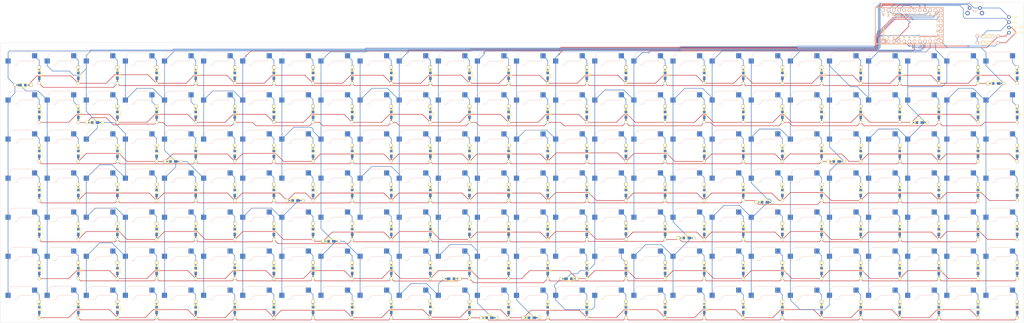
<source format=kicad_pcb>
(kicad_pcb (version 20211014) (generator pcbnew)
  (layers (0 "F.Cu" signal) (31 "B.Cu" signal) (34 "B.Paste" user) (35 "F.Paste" user) (36 "B.SilkS" user "B.Silkscreen") (37 "F.SilkS" user "F.Silkscreen") (38 "B.Mask" user) (39 "F.Mask" user) (44 "Edge.Cuts" user))
  (net 0 "")
  (net 1 "Net-(D0-Pad2)")
  (net 2 "Net-(D0-Pad1)")
  (net 3 "Net-(D1-Pad2)")
  (net 4 "Net-(D1-Pad1)")
  (net 5 "Net-(D100-Pad2)")
  (net 6 "Net-(D2-Pad1)")
  (net 7 "Net-(D101-Pad2)")
  (net 8 "Net-(D3-Pad1)")
  (net 9 "Net-(D102-Pad2)")
  (net 10 "Net-(D4-Pad1)")
  (net 11 "Net-(D103-Pad2)")
  (net 12 "Net-(D5-Pad1)")
  (net 13 "Net-(D104-Pad2)")
  (net 14 "Net-(D6-Pad1)")
  (net 15 "Net-(D105-Pad2)")
  (net 16 "Net-(D7-Pad1)")
  (net 17 "Net-(D106-Pad2)")
  (net 18 "Net-(D8-Pad1)")
  (net 19 "Net-(D107-Pad2)")
  (net 20 "Net-(D9-Pad1)")
  (net 21 "Net-(D10-Pad2)")
  (net 22 "Net-(D10-Pad1)")
  (net 23 "Net-(D109-Pad2)")
  (net 24 "Net-(D11-Pad1)")
  (net 25 "Net-(D110-Pad2)")
  (net 26 "Net-(D12-Pad1)")
  (net 27 "Net-(D111-Pad2)")
  (net 28 "Net-(D13-Pad1)")
  (net 29 "Net-(D14-Pad1)")
  (net 30 "Net-(D15-Pad1)")
  (net 31 "Net-(D16-Pad1)")
  (net 32 "Net-(D17-Pad1)")
  (net 33 "Net-(D18-Pad1)")
  (net 34 "Net-(D19-Pad1)")
  (net 35 "Net-(D20-Pad1)")
  (net 36 "Net-(D21-Pad1)")
  (net 37 "Net-(D22-Pad1)")
  (net 38 "Net-(D23-Pad1)")
  (net 39 "Net-(D24-Pad1)")
  (net 40 "Net-(D25-Pad1)")
  (net 41 "Net-(D26-Pad1)")
  (net 42 "Net-(D27-Pad1)")
  (net 43 "Net-(D28-Pad1)")
  (net 44 "Net-(D29-Pad1)")
  (net 45 "Net-(D30-Pad1)")
  (net 46 "Net-(D31-Pad1)")
  (net 47 "Net-(D32-Pad1)")
  (net 48 "Net-(D33-Pad1)")
  (net 49 "Net-(D34-Pad1)")
  (net 50 "Net-(D35-Pad1)")
  (net 51 "Net-(D36-Pad1)")
  (net 52 "Net-(D37-Pad1)")
  (net 53 "Net-(D38-Pad1)")
  (net 54 "Net-(D39-Pad1)")
  (net 55 "Net-(D40-Pad1)")
  (net 56 "Net-(D41-Pad1)")
  (net 57 "Net-(D42-Pad1)")
  (net 58 "Net-(D43-Pad1)")
  (net 59 "Net-(D44-Pad1)")
  (net 60 "Net-(D45-Pad1)")
  (net 61 "Net-(D46-Pad1)")
  (net 62 "Net-(D47-Pad1)")
  (net 63 "Net-(D48-Pad1)")
  (net 64 "Net-(D49-Pad1)")
  (net 65 "Net-(D50-Pad1)")
  (net 66 "Net-(D51-Pad1)")
  (net 67 "Net-(D52-Pad1)")
  (net 68 "Net-(D53-Pad1)")
  (net 69 "Net-(D54-Pad1)")
  (net 70 "Net-(D55-Pad1)")
  (net 71 "Net-(D56-Pad1)")
  (net 72 "Net-(D57-Pad1)")
  (net 73 "Net-(D58-Pad1)")
  (net 74 "Net-(D59-Pad1)")
  (net 75 "Net-(D60-Pad1)")
  (net 76 "Net-(D61-Pad1)")
  (net 77 "Net-(D62-Pad1)")
  (net 78 "Net-(D63-Pad1)")
  (net 79 "Net-(D64-Pad1)")
  (net 80 "Net-(D65-Pad1)")
  (net 81 "Net-(D66-Pad1)")
  (net 82 "Net-(D67-Pad1)")
  (net 83 "Net-(D68-Pad1)")
  (net 84 "Net-(D69-Pad1)")
  (net 85 "Net-(D70-Pad1)")
  (net 86 "Net-(D71-Pad1)")
  (net 87 "Net-(D72-Pad1)")
  (net 88 "Net-(D73-Pad1)")
  (net 89 "Net-(D74-Pad1)")
  (net 90 "Net-(D75-Pad1)")
  (net 91 "Net-(D76-Pad1)")
  (net 92 "Net-(D77-Pad1)")
  (net 93 "Net-(D78-Pad1)")
  (net 94 "Net-(D79-Pad1)")
  (net 95 "Net-(D80-Pad1)")
  (net 96 "Net-(D81-Pad1)")
  (net 97 "Net-(D82-Pad1)")
  (net 98 "Net-(D83-Pad1)")
  (net 99 "Net-(D84-Pad1)")
  (net 100 "Net-(D85-Pad1)")
  (net 101 "Net-(D86-Pad1)")
  (net 102 "Net-(D87-Pad1)")
  (net 103 "Net-(D88-Pad1)")
  (net 104 "Net-(D89-Pad1)")
  (net 105 "Net-(D90-Pad1)")
  (net 106 "Net-(D91-Pad1)")
  (net 107 "Net-(D92-Pad1)")
  (net 108 "Net-(D93-Pad1)")
  (net 109 "Net-(D94-Pad1)")
  (net 110 "Net-(D95-Pad1)")
  (net 111 "Net-(D96-Pad1)")
  (net 112 "Net-(D97-Pad1)")
  (net 113 "Net-(D98-Pad1)")
  (net 114 "Net-(D99-Pad1)")
  (net 115 "Net-(D100-Pad1)")
  (net 116 "Net-(D101-Pad1)")
  (net 117 "Net-(D102-Pad1)")
  (net 118 "Net-(D103-Pad1)")
  (net 119 "Net-(D104-Pad1)")
  (net 120 "Net-(D105-Pad1)")
  (net 121 "Net-(D106-Pad1)")
  (net 122 "Net-(D107-Pad1)")
  (net 123 "Net-(D108-Pad1)")
  (net 124 "Net-(D109-Pad1)")
  (net 125 "Net-(D110-Pad1)")
  (net 126 "Net-(D111-Pad1)")
  (net 127 "Net-(D112-Pad1)")
  (net 128 "Net-(D113-Pad1)")
  (net 129 "Net-(D114-Pad1)")
  (net 130 "Net-(D115-Pad1)")
  (net 131 "Net-(D116-Pad1)")
  (net 132 "Net-(D117-Pad1)")
  (net 133 "Net-(D118-Pad1)")
  (net 134 "Net-(D119-Pad1)")
  (net 135 "Net-(D120-Pad1)")
  (net 136 "Net-(D121-Pad1)")
  (net 137 "Net-(D122-Pad1)")
  (net 138 "Net-(D123-Pad1)")
  (net 139 "Net-(D124-Pad1)")
  (net 140 "Net-(D125-Pad1)")
  (net 141 "Net-(D126-Pad1)")
  (net 142 "Net-(D127-Pad1)")
  (net 143 "Net-(D128-Pad1)")
  (net 144 "Net-(D129-Pad1)")
  (net 145 "Net-(D130-Pad1)")
  (net 146 "Net-(D131-Pad1)")
  (net 147 "Net-(D132-Pad1)")
  (net 148 "Net-(D133-Pad1)")
  (net 149 "Net-(D134-Pad1)")
  (net 150 "Net-(D135-Pad1)")
  (net 151 "Net-(D136-Pad1)")
  (net 152 "Net-(D137-Pad1)")
  (net 153 "Net-(D138-Pad1)")
  (net 154 "Net-(D139-Pad1)")
  (net 155 "Net-(D140-Pad1)")
  (net 156 "Net-(D141-Pad1)")
  (net 157 "Net-(D142-Pad1)")
  (net 158 "Net-(D143-Pad1)")
  (net 159 "Net-(D144-Pad1)")
  (net 160 "Net-(D145-Pad1)")
  (net 161 "Net-(D146-Pad1)")
  (net 162 "Net-(D147-Pad1)")
  (net 163 "Net-(D148-Pad1)")
  (net 164 "Net-(D149-Pad1)")
  (net 165 "Net-(D150-Pad1)")
  (net 166 "Net-(D151-Pad1)")
  (net 167 "Net-(D152-Pad1)")
  (net 168 "Net-(D153-Pad1)")
  (net 169 "Net-(D154-Pad1)")
  (net 170 "Net-(D155-Pad1)")
  (net 171 "Net-(D156-Pad1)")
  (net 172 "Net-(D157-Pad1)")
  (net 173 "Net-(D158-Pad1)")
  (net 174 "Net-(D159-Pad1)")
  (net 175 "Net-(D160-Pad1)")
  (net 176 "Net-(D161-Pad1)")
  (net 177 "Net-(D162-Pad1)")
  (net 178 "Net-(D163-Pad1)")
  (net 179 "Net-(D164-Pad1)")
  (net 180 "Net-(D165-Pad1)")
  (net 181 "Net-(D166-Pad1)")
  (net 182 "Net-(D167-Pad1)")
  (net 183 "Net-(D168-Pad1)")
  (net 184 "Net-(D169-Pad1)")
  (net 185 "Net-(D170-Pad1)")
  (net 186 "Net-(D171-Pad1)")
  (net 187 "Net-(D172-Pad1)")
  (net 188 "Net-(D173-Pad1)")
  (net 189 "Net-(D174-Pad1)")
  (net 190 "Net-(D175-Pad1)")
  (net 191 "Net-(D176-Pad1)")
  (net 192 "Net-(D177-Pad1)")
  (net 193 "Net-(D178-Pad1)")
  (net 194 "Net-(D179-Pad1)")
  (net 195 "Net-(D180-Pad1)")
  (net 196 "Net-(D181-Pad1)")
  (net 197 "row0")
  (net 198 "row1")
  (net 199 "row2")
  (net 200 "row3")
  (net 201 "row4")
  (net 202 "row5")
  (net 203 "row6")
  (net 204 "row7")
  (net 205 "row8")
  (net 206 "row9")
  (net 207 "row10")
  (net 208 "row11")
  (net 209 "row12")
  (net 210 "row13")
  (net 211 "SCL")
  (net 212 "+5V")
  (net 213 "SDA")
  (net 216 "GND1")
  (net 219 "reset")
  (footprint "MX_Only:MXOnly-1U-Hotswap" (layer "F.Cu") (at 563.40375 362.2675)
    (fp_text reference "MX165")
    (fp_text value "MX-NoLED")
  )
  (footprint "MX_Only:MXOnly-1U-Hotswap" (layer "F.Cu") (at 849.15375 305.1175)
    (fp_text reference "MX43")
    (fp_text value "MX-NoLED")
  )
  (footprint "MX_Only:MXOnly-1U-Hotswap" (layer "F.Cu") (at 601.50375 286.0675)
    (fp_text reference "MX147")
    (fp_text value "MX-NoLED")
  )
  (footprint "Keebio-Parts:Diode-dual" (layer "F.Cu") (at 781.05 366.7125 90)
    (fp_text reference "D74")
    (fp_text value "DIODE" hide)
  )
  (footprint "Keebio-Parts:Diode-dual" (layer "F.Cu") (at 514.35 328.6125 90)
    (fp_text reference "D170")
    (fp_text value "DIODE" hide)
  )
  (footprint "Keebio-Parts:Diode-dual" (layer "F.Cu") (at 723.9 366.7125 90)
    (fp_text reference "D109")
    (fp_text value "DIODE" hide)
  )
  (footprint "Keebio-Parts:Diode-dual" (layer "F.Cu") (at 990.6 347.6625 90)
    (fp_text reference "D10")
    (fp_text value "DIODE" hide)
  )
  (footprint "Keebio-Parts:Diode-dual" (layer "F.Cu") (at 704.85 309.5625 90)
    (fp_text reference "D99")
    (fp_text value "DIODE" hide)
  )
  (footprint "Keebio-Parts:Diode-dual" (layer "F.Cu") (at 772.31875 389.73125)
    (fp_text reference "D206")
    (fp_text value "DIODE" hide)
  )
  (footprint "Keebio-Parts:Diode-dual" (layer "F.Cu") (at 895.35 347.6625 90)
    (fp_text reference "D31")
    (fp_text value "DIODE" hide)
  )
  (footprint "Keebio-Parts:Diode-dual" (layer "F.Cu") (at 990.6 309.5625 90)
    (fp_text reference "D8")
    (fp_text value "DIODE" hide)
  )
  (footprint "Keebio-Parts:Diode-dual" (layer "F.Cu") (at 685.8 347.6625 90)
    (fp_text reference "D122")
    (fp_text value "DIODE" hide)
  )
  (footprint "Keebio-Parts:Diode-dual" (layer "F.Cu") (at 990.6 290.5125 90)
    (fp_text reference "D7")
    (fp_text value "DIODE" hide)
  )
  (footprint "Keebio-Parts:Diode-dual" (layer "F.Cu") (at 952.5 347.6625 90)
    (fp_text reference "D24")
    (fp_text value "DIODE" hide)
  )
  (footprint "Keebio-Parts:Diode-dual" (layer "F.Cu") (at 829.46875 369.8875 180)
    (fp_text reference "D205")
    (fp_text value "DIODE" hide)
  )
  (footprint "MX_Only:MXOnly-1U-Hotswap" (layer "F.Cu") (at 753.888444 362.281651)
    (fp_text reference "MX95")
    (fp_text value "MX-NoLED")
  )
  (footprint "Keebio-Parts:Diode-dual" (layer "F.Cu") (at 876.3 347.6625 90)
    (fp_text reference "D52")
    (fp_text value "DIODE" hide)
  )
  (footprint "MX_Only:MXOnly-1U-Hotswap" (layer "F.Cu") (at 925.35375 400.3675)
    (fp_text reference "MX20")
    (fp_text value "MX-NoLED")
  )
  (footprint "MX_Only:MXOnly-1U-Hotswap" (layer "F.Cu") (at 772.95375 343.2175)
    (fp_text reference "MX73")
    (fp_text value "MX-NoLED")
  )
  (footprint "MX_Only:MXOnly-1U-Hotswap" (layer "F.Cu") (at 906.30375 343.2175)
    (fp_text reference "MX38")
    (fp_text value "MX-NoLED")
  )
  (footprint "MX_Only:MXOnly-1U-Hotswap" (layer "F.Cu") (at 658.65375 286.0675)
    (fp_text reference "MX112")
    (fp_text value "MX-NoLED")
  )
  (footprint "MX_Only:MXOnly-1U-Hotswap" (layer "F.Cu") (at 639.60375 324.1675)
    (fp_text reference "MX135")
    (fp_text value "MX-NoLED")
  )
  (footprint "Keebio-Parts:Diode-dual" (layer "F.Cu") (at 838.2 366.7125 90)
    (fp_text reference "D67")
    (fp_text value "DIODE" hide)
  )
  (footprint "MX_Only:MXOnly-1U-Hotswap" (layer "F.Cu") (at 944.40375 343.2175)
    (fp_text reference "MX24")
    (fp_text value "MX-NoLED")
  )
  (footprint "MX_Only:MXOnly-1U-Hotswap" (layer "F.Cu") (at 620.55375 324.1675)
    (fp_text reference "MX128")
    (fp_text value "MX-NoLED")
  )
  (footprint "MX_Only:MXOnly-1U-Hotswap" (layer "F.Cu") (at 982.50375 286.0675)
    (fp_text reference "MX7")
    (fp_text value "MX-NoLED")
  )
  (footprint "Keebio-Parts:Diode-dual" (layer "F.Cu") (at 933.45 366.7125 90)
    (fp_text reference "D18")
    (fp_text value "DIODE" hide)
  )
  (footprint "Keebio-Parts:Diode-dual" (layer "F.Cu") (at 514.35 347.6625 90)
    (fp_text reference "D171")
    (fp_text value "DIODE" hide)
  )
  (footprint "MX_Only:MXOnly-1U-Hotswap" (layer "F.Cu") (at 658.65375 305.1175)
    (fp_text reference "MX113")
    (fp_text value "MX-NoLED")
  )
  (footprint "MX_Only:MXOnly-1U-Hotswap" (layer "F.Cu") (at 944.40375 362.2675)
    (fp_text reference "MX25")
    (fp_text value "MX-NoLED")
  )
  (footprint "Keebio-Parts:Diode-dual" (layer "F.Cu") (at 876.3 385.7625 90)
    (fp_text reference "D54")
    (fp_text value "DIODE" hide)
  )
  (footprint "MX_Only:MXOnly-1U-Hotswap" (layer "F.Cu") (at 868.20375 343.2175)
    (fp_text reference "MX52")
    (fp_text value "MX-NoLED")
  )
  (footprint "MX_Only:MXOnly-1U-Hotswap" (layer "F.Cu") (at 639.60375 286.0675)
    (fp_text reference "MX133")
    (fp_text value "MX-NoLED")
  )
  (footprint "MX_Only:MXOnly-1U-Hotswap" (layer "F.Cu") (at 963.45375 362.2675)
    (fp_text reference "MX4")
    (fp_text value "MX-NoLED")
  )
  (footprint "MX_Only:MXOnly-1U-Hotswap" (layer "F.Cu") (at 620.55375 343.2175)
    (fp_text reference "MX129")
    (fp_text value "MX-NoLED")
  )
  (footprint "Keebio-Parts:Diode-dual" (layer "F.Cu") (at 800.1 309.5625 90)
    (fp_text reference "D78")
    (fp_text value "DIODE" hide)
  )
  (footprint "MX_Only:MXOnly-1U-Hotswap" (layer "F.Cu") (at 715.80375 305.1175)
    (fp_text reference "MX106")
    (fp_text value "MX-NoLED")
  )
  (footprint "Keebio-Parts:Diode-dual" (layer "F.Cu") (at 857.25 385.7625 90)
    (fp_text reference "D47")
    (fp_text value "DIODE" hide)
  )
  (footprint "Keebio-Parts:Diode-dual" (layer "F.Cu") (at 571.5 404.8125 90)
    (fp_text reference "D167")
    (fp_text value "DIODE" hide)
  )
  (footprint "MX_Only:MXOnly-1U-Hotswap" (layer "F.Cu") (at 506.25375 362.2675)
    (fp_text reference "MX172")
    (fp_text value "MX-NoLED")
  )
  (footprint "MX_Only:MXOnly-1U-Hotswap" (layer "F.Cu") (at 849.15375 381.3175)
    (fp_text reference "MX47")
    (fp_text value "MX-NoLED")
  )
  (footprint "Keebio-Parts:Diode-dual" (layer "F.Cu") (at 761.984694 347.676651 90)
    (fp_text reference "D94")
    (fp_text value "DIODE" hide)
  )
  (footprint "Keebio-Parts:Diode-dual" (layer "F.Cu") (at 914.4 366.7125 90)
    (fp_text reference "D39")
    (fp_text value "DIODE" hide)
  )
  (footprint "Keebio-Parts:Diode-dual" (layer "F.Cu") (at 609.6 404.8125 90)
    (fp_text reference "D153")
    (fp_text value "DIODE" hide)
  )
  (footprint "MX_Only:MXOnly-1U-Hotswap" (layer "F.Cu") (at 525.30375 286.0675)
    (fp_text reference "MX175")
    (fp_text value "MX-NoLED")
  )
  (footprint "MX_Only:MXOnly-1U-Hotswap" (layer "F.Cu") (at 563.40375 324.1675)
    (fp_text reference "MX163")
    (fp_text value "MX-NoLED")
  )
  (footprint "MX_Only:MXOnly-1U-Hotswap" (layer "F.Cu") (at 887.25375 381.3175)
    (fp_text reference "MX33")
    (fp_text value "MX-NoLED")
  )
  (footprint "MX_Only:MXOnly-1U-Hotswap" (layer "F.Cu") (at 620.55375 305.1175)
    (fp_text reference "MX127")
    (fp_text value "MX-NoLED")
  )
  (footprint "Keebio-Parts:Diode-dual" (layer "F.Cu") (at 933.45 347.6625 90)
    (fp_text reference "D17")
    (fp_text value "DIODE" hide)
  )
  (footprint "Keebio-Parts:Diode-dual" (layer "F.Cu") (at 876.3 328.6125 90)
    (fp_text reference "D51")
    (fp_text value "DIODE" hide)
  )
  (footprint "MX_Only:MXOnly-1U-Hotswap" (layer "F.Cu") (at 792.00375 305.1175)
    (fp_text reference "MX78")
    (fp_text value "MX-NoLED")
  )
  (footprint "Keebio-Parts:Diode-dual" (layer "F.Cu") (at 895.35 309.5625 90)
    (fp_text reference "D29")
    (fp_text value "DIODE" hide)
  )
  (footprint "MX_Only:MXOnly-1U-Hotswap" (layer "F.Cu") (at 696.75375 343.2175)
    (fp_text reference "MX101")
    (fp_text value "MX-NoLED")
  )
  (footprint "Keebio-Parts:Diode-dual" (layer "F.Cu") (at 819.15 328.6125 90)
    (fp_text reference "D58")
    (fp_text value "DIODE" hide)
  )
  (footprint "Keebio-Parts:Diode-dual" (layer "F.Cu") (at 952.5 385.7625 90)
    (fp_text reference "D26")
    (fp_text value "DIODE" hide)
  )
  (footprint "MX_Only:MXOnly-1U-Hotswap" (layer "F.Cu") (at 563.40375 381.3175)
    (fp_text reference "MX166")
    (fp_text value "MX-NoLED")
  )
  (footprint "Keebio-Parts:Diode-dual" (layer "F.Cu") (at 685.8 290.5125 90)
    (fp_text reference "D119")
    (fp_text value "DIODE" hide)
  )
  (footprint "MX_Only:MXOnly-1U-Hotswap" (layer "F.Cu") (at 925.35375 305.1175)
    (fp_text reference "MX15")
    (fp_text value "MX-NoLED")
  )
  (footprint "Keebio-Parts:Diode-dual" (layer "F.Cu") (at 552.45 309.5625 90)
    (fp_text reference "D155")
    (fp_text value "DIODE" hide)
  )
  (footprint "Keebio-Parts:Diode-dual" (layer "F.Cu") (at 533.4 309.5625 90)
    (fp_text reference "D176")
    (fp_text value "DIODE" hide)
  )
  (footprint "MX_Only:MXOnly-1U-Hotswap" (layer "F.Cu") (at 620.55375 381.3175)
    (fp_text reference "MX131")
    (fp_text value "MX-NoLED")
  )
  (footprint "MX_Only:MXOnly-1U-Hotswap" (layer "F.Cu") (at 639.60375 305.1175)
    (fp_text reference "MX134")
    (fp_text value "MX-NoLED")
  )
  (footprint "Keebio-Parts:Diode-dual" (layer "F.Cu") (at 819.15 385.7625 90)
    (fp_text reference "D61")
    (fp_text value "DIODE" hide)
  )
  (footprint "Keebio-Parts:Diode-dual" (layer "F.Cu") (at 933.45 309.5625 90)
    (fp_text reference "D15")
    (fp_text value "DIODE" hide)
  )
  (footprint "Keebio-Parts:Diode-dual" (layer "F.Cu") (at 800.1 404.8125 90)
    (fp_text reference "D83")
    (fp_text value "DIODE" hide)
  )
  (footprint "Keebio-Parts:Diode-dual" (layer "F.Cu") (at 761.984694 404.826651 90)
    (fp_text reference "D97")
    (fp_text value "DIODE" hide)
  )
  (footprint "MX_Only:MXOnly-1U-Hotswap" (layer "F.Cu") (at 868.20375 381.3175)
    (fp_text reference "MX54")
    (fp_text value "MX-NoLED")
  )
  (footprint "MX_Only:MXOnly-1U-Hotswap" (layer "F.Cu") (at 772.95375 286.0675)
    (fp_text reference "MX70")
    (fp_text value "MX-NoLED")
  )
  (footprint "Keebio-Parts:Diode-dual" (layer "F.Cu") (at 609.6 328.6125 90)
    (fp_text reference "D149")
    (fp_text value "DIODE" hide)
  )
  (footprint "MX_Only:MXOnly-1U-Hotswap" (layer "F.Cu") (at 506.25375 324.1675)
    (fp_text reference "MX170")
    (fp_text value "MX-NoLED")
  )
  (footprint "Keebio-Parts:Diode-dual" (layer "F.Cu") (at 876.3 404.8125 90)
    (fp_text reference "D55")
    (fp_text value "DIODE" hide)
  )
  (footprint "MX_Only:MXOnly-1U-Hotswap" (layer "F.Cu") (at 544.35375 286.0675)
    (fp_text reference "MX154")
    (fp_text value "MX-NoLED")
  )
  (footprint "MX_Only:MXOnly-1U-Hotswap" (layer "F.Cu") (at 696.75375 400.3675)
    (fp_text reference "MX104")
    (fp_text value "MX-NoLED")
  )
  (footprint "Keebio-Parts:Diode-dual" (layer "F.Cu") (at 742.934694 385.776651 90)
    (fp_text reference "D89")
    (fp_text value "DIODE" hide)
  )
  (footprint "Keebio-Parts:Diode-dual" (layer "F.Cu") (at 533.4 366.7125 90)
    (fp_text reference "D179")
    (fp_text value "DIODE" hide)
  )
  (footprint "Keebio-Parts:Diode-dual" (layer "F.Cu") (at 552.45 404.8125 90)
    (fp_text reference "D160")
    (fp_text value "DIODE" hide)
  )
  (footprint "Keebio-Parts:Diode-dual" (layer "F.Cu") (at 571.5 328.6125 90)
    (fp_text reference "D163")
    (fp_text value "DIODE" hide)
  )
  (footprint "Keebio-Parts:Diode-dual" (layer "F.Cu") (at 971.55 328.6125 90)
    (fp_text reference "D2")
    (fp_text value "DIODE" hide)
  )
  (footprint "MX_Only:MXOnly-1U-Hotswap" (layer "F.Cu") (at 563.40375 343.2175)
    (fp_text reference "MX164")
    (fp_text value "MX-NoLED")
  )
  (footprint "Keebio-Parts:Diode-dual" (layer "F.Cu") (at 514.35 290.5125 90)
    (fp_text reference "D168")
    (fp_text value "DIODE" hide)
  )
  (footprint "Keebio-Parts:Diode-dual" (layer "F.Cu") (at 990.6 328.6125 90)
    (fp_text reference "D9")
    (fp_text value "DIODE" hide)
  )
  (footprint "Keebio-Parts:Diode-dual" (layer "F.Cu") (at 704.85 290.5125 90)
    (fp_text reference "D98")
    (fp_text value "DIODE" hide)
  )
  (footprint "MX_Only:MXOnly-1U-Hotswap" (layer "F.Cu") (at 906.30375 305.1175)
    (fp_text reference "MX36")
    (fp_text value "MX-NoLED")
  )
  (footprint "MX_Only:MXOnly-1U-Hotswap" (layer "F.Cu") (at 658.65375 381.3175)
    (fp_text reference "MX117")
    (fp_text value "MX-NoLED")
  )
  (footprint "MX_Only:MXOnly-1U-Hotswap" (layer "F.Cu") (at 677.70375 381.3175)
    (fp_text reference "MX124")
    (fp_text value "MX-NoLED")
  )
  (footprint "Keebio-Parts:Diode-dual" (layer "F.Cu") (at 666.75 309.5625 90)
    (fp_text reference "D113")
    (fp_text value "DIODE" hide)
  )
  (footprint "Keebio-Parts:Diode-dual" (layer "F.Cu") (at 514.35 309.5625 90)
    (fp_text reference "D169")
    (fp_text value "DIODE" hide)
  )
  (footprint "MX_Only:MXOnly-1U-Hotswap" (layer "F.Cu") (at 525.30375 324.1675)
    (fp_text reference "MX177")
    (fp_text value "MX-NoLED")
  )
  (footprint "Keebio-Parts:Diode-dual" (layer "F.Cu") (at 590.55 385.7625 90)
    (fp_text reference "D145")
    (fp_text value "DIODE" hide)
  )
  (footprint "Keebio-Parts:Diode-dual" (layer "F.Cu") (at 933.45 328.6125 90)
    (fp_text reference "D16")
    (fp_text value "DIODE" hide)
  )
  (footprint "Keebio-Parts:Diode-dual" (layer "F.Cu") (at 781.05 328.6125 90)
    (fp_text reference "D72")
    (fp_text value "DIODE" hide)
  )
  (footprint "MX_Only:MXOnly-1U-Hotswap" (layer "F.Cu") (at 868.20375 286.0675)
    (fp_text reference "MX49")
    (fp_text value "MX-NoLED")
  )
  (footprint "MX_Only:MXOnly-1U-Hotswap" (layer "F.Cu") (at 715.80375 324.1675)
    (fp_text reference "MX107")
    (fp_text value "MX-NoLED")
  )
  (footprint "Keebio-Parts:Diode-dual" (layer "F.Cu") (at 723.9 385.7625 90)
    (fp_text reference "D110")
    (fp_text value "DIODE" hide)
  )
  (footprint "Keebio-Parts:Diode-dual" (layer "F.Cu") (at 990.6 404.8125 90)
    (fp_text reference "D13")
    (fp_text value "DIODE" hide)
  )
  (footprint "MX_Only:MXOnly-1U-Hotswap" (layer "F.Cu") (at 772.95375 381.3175)
    (fp_text reference "MX75")
    (fp_text value "MX-NoLED")
  )
  (footprint "Keebio-Parts:Diode-dual" (layer "F.Cu") (at 552.45 328.6125 90)
    (fp_text reference "D156")
    (fp_text value "DIODE" hide)
  )
  (footprint "MX_Only:MXOnly-1U-Hotswap" (layer "F.Cu") (at 582.45375 381.3175)
    (fp_text reference "MX145")
    (fp_text value "MX-NoLED")
  )
  (footprint "Keebio-Parts:Diode-dual" (layer "F.Cu") (at 933.45 385.7625 90)
    (fp_text reference "D19")
    (fp_text value "DIODE" hide)
  )
  (footprint "Keebio-Parts:Diode-dual" (layer "F.Cu") (at 990.6 366.7125 90)
    (fp_text reference "D11")
    (fp_text value "DIODE" hide)
  )
  (footprint "Keebio-Parts:Diode-dual" (layer "F.Cu") (at 628.65 328.6125 90)
    (fp_text reference "D128")
    (fp_text value "DIODE" hide)
  )
  (footprint "MX_Only:MXOnly-1U-Hotswap" (layer "F.Cu") (at 677.70375 305.1175)
    (fp_text reference "MX120")
    (fp_text value "MX-NoLED")
  )
  (footprint "Keebio-Parts:Diode-dual" (layer "F.Cu") (at 867.56875 352.425 180)
    (fp_text reference "D204")
    (fp_text value "DIODE" hide)
  )
  (footprint "Keebio-Parts:Diode-dual" (layer "F.Cu") (at 971.55 404.8125 90)
    (fp_text reference "D6")
    (fp_text value "DIODE" hide)
  )
  (footprint "MX_Only:MXOnly-1U-Hotswap" (layer "F.Cu") (at 792.00375 381.3175)
    (fp_text reference "MX82")
    (fp_text value "MX-NoLED")
  )
  (footprint "MX_Only:MXOnly-1U-Hotswap" (layer "F.Cu") (at 887.25375 324.1675)
    (fp_text reference "MX30")
    (fp_text value "MX-NoLED")
  )
  (footprint "Keebio-Parts:Diode-dual" (layer "F.Cu") (at 902.49375 332.58125 180)
    (fp_text reference "D203")
    (fp_text value "DIODE" hide)
  )
  (footprint "Keebio-Parts:Diode-dual" (layer "F.Cu") (at 895.35 290.5125 90)
    (fp_text reference "D28")
    (fp_text value "DIODE" hide)
  )
  (footprint "Keebio-Parts:Diode-dual" (layer "F.Cu") (at 838.2 347.6625 90)
    (fp_text reference "D66")
    (fp_text value "DIODE" hide)
  )
  (footprint "Keebio-Parts:Diode-dual" (layer "F.Cu") (at 552.45 290.5125 90)
    (fp_text reference "D154")
    (fp_text value "DIODE" hide)
  )
  (footprint "Keebio-Parts:Diode-dual" (layer "F.Cu") (at 895.35 385.7625 90)
    (fp_text reference "D33")
    (fp_text value "DIODE" hide)
  )
  (footprint "Keebio-Parts:Diode-dual" (layer "F.Cu") (at 971.55 290.5125 90)
    (fp_text reference "D0")
    (fp_text value "DIODE" hide)
  )
  (footprint "Keebio-Parts:Diode-dual" (layer "F.Cu") (at 628.65 366.7125 90)
    (fp_text reference "D130")
    (fp_text value "DIODE" hide)
  )
  (footprint "MX_Only:MXOnly-1U-Hotswap" (layer "F.Cu") (at 639.60375 343.2175)
    (fp_text reference "MX136")
    (fp_text value "MX-NoLED")
  )
  (footprint "MX_Only:MXOnly-1U-Hotswap" (layer "F.Cu") (at 906.30375 324.1675)
    (fp_text reference "MX37")
    (fp_text value "MX-NoLED")
  )
  (footprint "Keebio-Parts:Diode-dual" (layer "F.Cu") (at 628.65 347.6625 90)
    (fp_text reference "D129")
    (fp_text value "DIODE" hide)
  )
  (footprint "Keebio-Parts:Diode-dual" (layer "F.Cu") (at 742.934694 290.526651 90)
    (fp_text reference "D84")
    (fp_text value "DIODE" hide)
  )
  (footprint "MX_Only:MXOnly-1U-Hotswap" (layer "F.Cu") (at 772.95375 362.2675)
    (fp_text reference "MX74")
    (fp_text value "MX-NoLED")
  )
  (footprint "Keebio-Parts:Diode-dual" (layer "F.Cu") (at 971.55 309.5625 90)
    (fp_text reference "D1")
    (fp_text value "DIODE" hide)
  )
  (footprint "Keebio-Parts:Diode-dual" (layer "F.Cu") (at 628.65 309.5625 90)
    (fp_text reference "D127")
    (fp_text value "DIODE" hide)
  )
  (footprint "Keebio-Parts:Diode-dual" (layer "F.Cu") (at 800.1 347.6625 90)
    (fp_text reference "D80")
    (fp_text value "DIODE" hide)
  )
  (footprint "MX_Only:MXOnly-1U-Hotswap" (layer "F.Cu") (at 772.95375 400.3675)
    (fp_text reference "MX76")
    (fp_text value "MX-NoLED")
  )
  (footprint "MX_Only:MXOnly-1U-Hotswap" (layer "F.Cu") (at 811.05375 324.1675)
    (fp_text reference "MX58")
    (fp_text value "MX-NoLED")
  )
  (footprint "Keebio-Parts:Diode-dual" (layer "F.Cu") (at 628.65 290.5125 90)
    (fp_text reference "D126")
    (fp_text value "DIODE" hide)
  )
  (footprint "MX_Only:MXOnly-1U-Hotswap" (layer "F.Cu") (at 830.10375 324.1675)
    (fp_text reference "MX65")
    (fp_text value "MX-NoLED")
  )
  (footprint "Keebio-Parts:Diode-dual" (layer "F.Cu") (at 857.25 347.6625 90)
    (fp_text reference "D45")
    (fp_text value "DIODE" hide)
  )
  (footprint "Keebio-Parts:Diode-dual" (layer "F.Cu") (at 781.05 347.6625 90)
    (fp_text reference "D73")
    (fp_text value "DIODE" hide)
  )
  (footprint "MX_Only:MXOnly-1U-Hotswap" (layer "F.Cu") (at 944.40375 305.1175)
    (fp_text reference "MX22")
    (fp_text value "MX-NoLED")
  )
  (footprint "Keebio-Parts:Diode-dual" (layer "F.Cu") (at 914.4 404.8125 90)
    (fp_text reference "D41")
    (fp_text value "DIODE" hide)
  )
  (footprint "MX_Only:MXOnly-1U-Hotswap" (layer "F.Cu") (at 506.25375 400.3675)
    (fp_text reference "MX174")
    (fp_text value "MX-NoLED")
  )
  (footprint "MX_Only:MXOnly-1U-Hotswap" (layer "F.Cu") (at 925.35375 343.2175)
    (fp_text reference "MX17")
    (fp_text value "MX-NoLED")
  )
  (footprint "MX_Only:MXOnly-1U-Hotswap" (layer "F.Cu") (at 887.25375 362.2675)
    (fp_text reference "MX32")
    (fp_text value "MX-NoLED")
  )
  (footprint "Keebio-Parts:Diode-dual" (layer "F.Cu") (at 838.2 290.5125 90)
    (fp_text reference "D63")
    (fp_text value "DIODE" hide)
  )
  (footprint "Keebio-Parts:Diode-dual" (layer "F.Cu") (at 819.15 290.5125 90)
    (fp_text reference "D56")
    (fp_text value "DIODE" hide)
  )
  (footprint "MX_Only:MXOnly-1U-Hotswap" (layer "F.Cu") (at 506.25375 381.3175)
    (fp_text reference "MX173")
    (fp_text value "MX-NoLED")
  )
  (footprint "MX_Only:MXOnly-1U-Hotswap" (layer "F.Cu") (at 601.50375 362.2675)
    (fp_text reference "MX151")
    (fp_text value "MX-NoLED")
  )
  (footprint "Keebio-Parts:Diode-dual" (layer "F.Cu") (at 914.4 385.7625 90)
    (fp_text reference "D40")
    (fp_text value "DIODE" hide)
  )
  (footprint "MX_Only:MXOnly-1U-Hotswap" (layer "F.Cu") (at 887.25375 400.3675)
    (fp_text reference "MX34")
    (fp_text value "MX-NoLED")
  )
  (footprint "Keebio-Parts:Diode-dual" (layer "F.Cu") (at 876.3 366.7125 90)
    (fp_text reference "D53")
    (fp_text value "DIODE" hide)
  )
  (footprint "MX_Only:MXOnly-1U-Hotswap" (layer "F.Cu") (at 925.35375 362.2675)
    (fp_text reference "MX18")
    (fp_text value "MX-NoLED")
  )
  (footprint "MX_Only:MXOnly-1U-Hotswap" (layer "F.Cu") (at 544.35375 400.3675)
    (fp_text reference "MX160")
    (fp_text value "MX-NoLED")
  )
  (footprint "MX_Only:MXOnly-1U-Hotswap" (layer "F.Cu") (at 772.95375 324.1675)
    (fp_text reference "MX72")
    (fp_text value "MX-NoLED")
  )
  (footprint "MX_Only:MXOnly-1U-Hotswap" (layer "F.Cu") (at 525.30375 343.2175)
    (fp_text reference "MX178")
    (fp_text value "MX-NoLED")
  )
  (footprint "Keebio-Parts:Diode-dual" (layer "F.Cu") (at 819.15 366.7125 90)
    (fp_text reference "D60")
    (fp_text value "DIODE" hide)
  )
  (footprint "Keebio-Parts:Diode-dual" (layer "F.Cu") (at 952.5 404.8125 90)
    (fp_text reference "D27")
    (fp_text value "DIODE" hide)
  )
  (footprint "MX_Only:MXOnly-1U-Hotswap" (layer "F.Cu") (at 982.50375 343.2175)
    (fp_text reference "MX10")
    (fp_text value "MX-NoLED")
  )
  (footprint "MX_Only:MXOnly-1U-Hotswap" (layer "F.Cu") (at 734.838444 381.331651)
    (fp_text reference "MX89")
    (fp_text value "MX-NoLED")
  )
  (footprint "Keebio-Parts:Diode-dual" (layer "F.Cu") (at 742.934694 366.726651 90)
    (fp_text reference "D88")
    (fp_text value "DIODE" hide)
  )
  (footprint "Keebio-Parts:Diode-dual" (layer "F.Cu") (at 800.1 366.525 90)
    (fp_text reference "D81")
    (fp_text value "DIODE" hide)
  )
  (footprint "Keebio-Parts:Diode-dual" (layer "F.Cu") (at 647.7 290.5125 90)
    (fp_text reference "D133")
    (fp_text value "DIODE" hide)
  )
  (footprint "Keebio-Parts:Diode-dual" (layer "F.Cu") (at 609.6 347.6625 90)
    (fp_text reference "D150")
    (fp_text value "DIODE" hide)
  )
  (footprint "MX_Only:MXOnly-1U-Hotswap" (layer "F.Cu") (at 753.888444 400.381651)
    (fp_text reference "MX97")
    (fp_text value "MX-NoLED")
  )
  (footprint "MX_Only:MXOnly-1U-Hotswap" (layer "F.Cu") (at 715.80375 381.3175)
    (fp_text reference "MX110")
    (fp_text value "MX-NoLED")
  )
  (footprint "Keebio-Parts:Diode-dual" (layer "F.Cu") (at 609.6 290.5125 90)
    (fp_text reference "D147")
    (fp_text value "DIODE" hide)
  )
  (footprint "Keebio-Parts:Diode-dual" (layer "F.Cu") (at 704.85 328.6125 90)
    (fp_text reference "D100")
    (fp_text value "DIODE" hide)
  )
  (footprint "MX_Only:MXOnly-1U-Hotswap" (layer "F.Cu") (at 582.45375 324.1675)
    (fp_text reference "MX142")
    (fp_text value "MX-NoLED")
  )
  (footprint "MX_Only:MXOnly-1U-Hotswap" (layer "F.Cu") (at 525.30375 381.3175)
    (fp_text reference "MX180")
    (fp_text value "MX-NoLED")
  )
  (footprint "MX_Only:MXOnly-1U-Hotswap" (layer "F.Cu") (at 906.30375 362.2675)
    (fp_text reference "MX39")
    (fp_text value "MX-NoLED")
  )
  (footprint "Keebio-Parts:Diode-dual" (layer "F.Cu") (at 800.1 290.5125 90)
    (fp_text reference "D77")
    (fp_text value "DIODE" hide)
  )
  (footprint "MX_Only:MXOnly-1U-Hotswap" (layer "F.Cu") (at 849.15375 343.2175)
    (fp_text reference "MX45")
    (fp_text value "MX-NoLED")
  )
  (footprint "Keebio-Parts:Diode-dual" (layer "F.Cu") (at 952.5 309.5625 90)
    (fp_text reference "D22")
    (fp_text value "DIODE" hide)
  )
  (footprint "Keebio-Parts:Diode-dual" (layer "F.Cu") (at 819.15 404.8125 90)
    (fp_text reference "D62")
    (fp_text value "DIODE" hide)
  )
  (footprint "Keebio-Parts:Diode-dual" (layer "F.Cu") (at 857.25 404.8125 90)
    (fp_text reference "D48")
    (fp_text value "DIODE" hide)
  )
  (footprint "MX_Only:MXOnly-1U-Hotswap" (layer "F.Cu") (at 506.25375 343.2175)
    (fp_text reference "MX171")
    (fp_text value "MX-NoLED")
  )
  (footprint "MX_Only:MXOnly-1U-Hotswap" (layer "F.Cu") (at 811.05375 400.3675)
    (fp_text reference "MX62")
    (fp_text value "MX-NoLED")
  )
  (footprint "MX_Only:MXOnly-1U-Hotswap" (layer "F.Cu") (at 582.45375 343.2175)
    (fp_text reference "MX143")
    (fp_text value "MX-NoLED")
  )
  (footprint "Keebio-Parts:Diode-dual" (layer "F.Cu") (at 666.75 404.8125 90)
    (fp_text reference "D118")
    (fp_text value "DIODE" hide)
  )
  (footprint "MX_Only:MXOnly-1U-Hotswap" (layer "F.Cu") (at 887.25375 343.2175)
    (fp_text reference "MX31")
    (fp_text value "MX-NoLED")
  )
  (footprint "MX_Only:MXOnly-1U-Hotswap" (layer "F.Cu") (at 772.95375 305.1175)
    (fp_text reference "MX71")
    (fp_text value "MX-NoLED")
  )
  (footprint "Keebio-Parts:Diode-dual" (layer "F.Cu") (at 541.3375 313.53125 180)
    (fp_text reference "D213")
    (fp_text value "DIODE" hide)
  )
  (footprint "Keebio-Parts:Diode-dual" (layer "F.Cu") (at 819.15 309.5625 90)
    (fp_text reference "D57")
    (fp_text value "DIODE" hide)
  )
  (footprint "MX_Only:MXOnly-1U-Hotswap" (layer "F.Cu") (at 982.50375 305.1175)
    (fp_text reference "MX8")
    (fp_text value "MX-NoLED")
  )
  (footprint "MX_Only:MXOnly-1U-Hotswap" (layer "F.Cu") (at 639.60375 381.3175)
    (fp_text reference "MX138")
    (fp_text value "MX-NoLED")
  )
  (footprint "Keebio-Parts:Diode-dual" (layer "F.Cu") (at 609.6 385.575 90)
    (fp_text reference "D152")
    (fp_text value "DIODE" hide)
  )
  (footprint "Keebio-Parts:Diode-dual" (layer "F.Cu") (at 609.6 309.5625 90)
    (fp_text reference "D148")
    (fp_text value "DIODE" hide)
  )
  (footprint "MX_Only:MXOnly-1U-Hotswap" (layer "F.Cu") (at 830.10375 362.2675)
    (fp_text reference "MX67")
    (fp_text value "MX-NoLED")
  )
  (footprint "MX_Only:MXOnly-1U-Hotswap" (layer "F.Cu") (at 792.00375 324.1675)
    (fp_text reference "MX79")
    (fp_text value "MX-NoLED")
  )
  (footprint "MX_Only:MXOnly-1U-Hotswap" (layer "F.Cu") (at 830.10375 400.3675)
    (fp_text reference "MX69")
    (fp_text value "MX-NoLED")
  )
  (footprint "Keebio-Parts:Diode-dual" (layer "F.Cu") (at 685.8 385.7625 90)
    (fp_text reference "D124")
    (fp_text value "DIODE" hide)
  )
  (footprint "Keebio-Parts:Diode-dual" (layer "F.Cu") (at 685.8 366.7125 90)
    (fp_text reference "D123")
    (fp_text value "DIODE" hide)
  )
  (footprint "MX_Only:MXOnly-1U-Hotswap" (layer "F.Cu") (at 811.05375 286.0675)
    (fp_text reference "MX56")
    (fp_text value "MX-NoLED")
  )
  (footprint "Keebio-Parts:Diode-dual" (layer "F.Cu") (at 742.934694 309.576651 90)
    (fp_text reference "D85")
    (fp_text value "DIODE" hide)
  )
  (footprint "MX_Only:MXOnly-1U-Hotswap" (layer "F.Cu") (at 963.45375 286.0675)
    (fp_text reference "MX0")
    (fp_text value "MX-NoLED")
  )
  (footprint "Keebio-Parts:Diode-dual" (layer "F.Cu") (at 704.85 404.625 90)
    (fp_text reference "D104")
    (fp_text value "DIODE" hide)
  )
  (footprint "MX_Only:MXOnly-1U-Hotswap" (layer "F.Cu") (at 715.80375 400.3675)
    (fp_text reference "MX111")
    (fp_text value "MX-NoLED")
  )
  (footprint "Keebio-Parts:Diode-dual" (layer "F.Cu") (at 590.55 404.8125 90)
    (fp_text reference "D146")
    (fp_text value "DIODE" hide)
  )
  (footprint "Keebio-Parts:Diode-dual" (layer "F.Cu") (at 647.7 309.5625 90)
    (fp_text reference "D134")
    (fp_text value "DIODE" hide)
  )
  (footprint "Keebio-Parts:Diode-dual" (layer "F.Cu") (at 857.25 366.7125 90)
    (fp_text reference "D46")
    (fp_text value "DIODE" hide)
  )
  (footprint "MX_Only:MXOnly-1U-Hotswap" (layer "F.Cu") (at 963.45375 343.2175)
    (fp_text reference "MX3")
    (fp_text value "MX-NoLED")
  )
  (footprint "MX_Only:MXOnly-1U-Hotswap" (layer "F.Cu") (at 734.838444 324.181651)
    (fp_text reference "MX86")
    (fp_text value "MX-NoLED")
  )
  (footprint "Keebio-Parts:Resistor" (layer "F.Cu") (at 976.3125 271.4625 180)
    (fp_text reference "R1" hide)
    (fp_text value "R4.7k")
  )
  (footprint "Keebio-Parts:Diode-dual" (layer "F.Cu") (at 761.984694 290.526651 90)
    (fp_text reference "D91")
    (fp_text value "DIODE" hide)
  )
  (footprint "MX_Only:MXOnly-1U-Hotswap" (layer "F.Cu") (at 753.888444 324.181651)
    (fp_text reference "MX93")
    (fp_text value "MX-NoLED")
  )
  (footprint "MX_Only:MXOnly-1U-Hotswap" (layer "F.Cu") (at 601.50375 305.1175)
    (fp_text reference "MX148")
    (fp_text value "MX-NoLED")
  )
  (footprint "Keebio-Parts:Diode-dual" (layer "F.Cu") (at 914.4 290.5125 90)
    (fp_text reference "D35")
    (fp_text value "DIODE" hide)
  )
  (footprint "MX_Only:MXOnly-1U-Hotswap" (layer "F.Cu") (at 544.35375 381.3175)
    (fp_text reference "MX159")
    (fp_text value "MX-NoLED")
  )
  (footprint "Keebio-Parts:Diode-dual" (layer "F.Cu") (at 838.2 385.7625 90)
    (fp_text reference "D68")
    (fp_text value "DIODE" hide)
  )
  (footprint "Keebio-Parts:Diode-dual" (layer "F.Cu") (at 647.7 385.7625 90)
    (fp_text reference "D138")
    (fp_text value "DIODE" hide)
  )
  (footprint "Keebio-Parts:Diode-dual" (layer "F.Cu") (at 579.4375 332.58125 180)
    (fp_text reference "D212")
    (fp_text value "DIODE" hide)
  )
  (footprint "Keebio-Parts:Diode-dual" (layer "F.Cu") (at 571.5 366.7125 90)
    (fp_text reference "D165")
    (fp_text value "DIODE" hide)
  )
  (footprint "Keebio-Parts:Diode-dual" (layer "F.Cu") (at 990.6 385.7625 90)
    (fp_text reference "D12")
    (fp_text value "DIODE" hide)
  )
  (footprint "MX_Only:MXOnly-1U-Hotswap" (layer "F.Cu") (at 906.30375 381.3175)
    (fp_text reference "MX40")
    (fp_text value "MX-NoLED")
  )
  (footprint "MX_Only:MXOnly-1U-Hotswap" (layer "F.Cu") (at 582.45375 305.1175)
    (fp_text reference "MX141")
    (fp_text value "MX-NoLED")
  )
  (footprint "MX_Only:MXOnly-1U-Hotswap" (layer "F.Cu") (at 544.35375 362.2675)
    (fp_text reference "MX158")
    (fp_text value "MX-NoLED")
  )
  (footprint "Keebio-Parts:Diode-dual" (layer "F.Cu") (at 761.984694 309.576651 90)
    (fp_text reference "D92")
    (fp_text value "DIODE" hide)
  )
  (footprint "Keebio-Parts:Diode-dual" (layer "F.Cu") (at 942.975 313.53125 180)
    (fp_text reference "D202")
    (fp_text value "DIODE" hide)
  )
  (footprint "Keebio-Parts:Diode-dual" (layer "F.Cu") (at 723.9 347.6625 90)
    (fp_text reference "D108")
    (fp_text value "DIODE" hide)
  )
  (footprint "Keebio-Parts:Diode-dual" (layer "F.Cu") (at 754.0625 408.78125 180)
    (fp_text reference "D207")
    (fp_text value "DIODE" hide)
  )
  (footprint "MX_Only:MXOnly-1U-Hotswap" (layer "F.Cu") (at 715.80375 362.2675)
    (fp_text reference "MX109")
    (fp_text value "MX-NoLED")
  )
  (footprint "MX_Only:MXOnly-1U-Hotswap" (layer "F.Cu") (at 696.75375 286.0675)
    (fp_text reference "MX98")
    (fp_text value "MX-NoLED")
  )
  (footprint "Keebio-Parts:Diode-dual" (layer "F.Cu") (at 685.8 328.6125 90)
    (fp_text reference "D121")
    (fp_text value "DIODE" hide)
  )
  (footprint "Keebio-Parts:Diode-dual" (layer "F.Cu") (at 761.984694 328.626651 90)
    (fp_text reference "D93")
    (fp_text value "DIODE" hide)
  )
  (footprint "MX_Only:MXOnly-1U-Hotswap" (layer "F.Cu") (at 753.888444 305.131651)
    (fp_text reference "MX92")
    (fp_text value "MX-NoLED")
  )
  (footprint "MX_Only:MXOnly-1U-Hotswap" (layer "F.Cu") (at 601.50375 381.3175)
    (fp_text reference "MX152")
    (fp_text value "MX-NoLED")
  )
  (footprint "Keebio-Parts:Diode-dual" (layer "F.Cu") (at 666.75 290.5125 90)
    (fp_text reference "D112")
    (fp_text value "DIODE" hide)
  )
  (footprint "Keebio-Parts:Diode-dual" (layer "F.Cu") (at 666.75 366.7125 90)
    (fp_text reference "D116")
    (fp_text value "DIODE" hide)
  )
  (footprint "MX_Only:MXOnly-1U-Hotswap" (layer "F.Cu") (at 696.75375 324.1675)
    (fp_text reference "MX100")
    (fp_text value "MX-NoLED")
  )
  (footprint "MX_Only:MXOnly-1U-Hotswap" (layer "F.Cu") (at 792.00375 400.3675)
    (fp_text reference "MX83")
    (fp_text value "MX-NoLED")
  )
  (footprint "MX_Only:MXOnly-1U-Hotswap" (layer "F.Cu") (at 792.00375 343.2175)
    (fp_text reference "MX80")
    (fp_text value "MX-NoLED")
  )
  (footprint "Keebio-Parts:Diode-dual" (layer "F.Cu") (at 590.55 328.6125 90)
    (fp_text reference "D142")
    (fp_text value "DIODE" hide)
  )
  (footprint "Keebio-Parts:Diode-dual" (layer "F.Cu") (at 742.934694 347.676651 90)
    (fp_text reference "D87")
    (fp_text value "DIODE" hide)
  )
  (footprint "Keebio-Parts:Diode-dual" (layer "F.Cu") (at 742.934694 328.626651 90)
    (fp_text reference "D86")
    (fp_text value "DIODE" hide)
  )
  (footprint "MX_Only:MXOnly-1U-Hotswap" (layer "F.Cu") (at 944.40375 400.3675)
    (fp_text reference "MX27")
    (fp_text value "MX-NoLED")
  )
  (footprint "MX_Only:MXOnly-1U-Hotswap" (layer "F.Cu") (at 658.65375 343.2175)
    (fp_text reference "MX115")
    (fp_text value "MX-NoLED")
  )
  (footprint "Keebio-Parts:Diode-dual" (layer "F.Cu") (at 571.5 309.5625 90)
    (fp_text reference "D162")
    (fp_text value "DIODE" hide)
  )
  (footprint "MX_Only:MXOnly-1U-Hotswap" (layer "F.Cu") (at 734.838444 343.231651)
    (fp_text reference "MX87")
    (fp_text value "MX-NoLED")
  )
  (footprint "MX_Only:MXOnly-1U-Hotswap" (layer "F.Cu") (at 887.25375 286.0675)
    (fp_text reference "MX28")
    (fp_text value "MX-NoLED")
  )
  (footprint "MX_Only:MXOnly-1U-Hotswap" (layer "F.Cu") (at 868.20375 305.1175)
    (fp_text reference "MX50")
    (fp_text value "MX-NoLED")
  )
  (footprint "Keebio-Parts:Diode-dual" (layer "F.Cu") (at 533.4 347.6625 90)
    (fp_text reference "D178")
    (fp_text value "DIODE" hide)
  )
  (footprint "MX_Only:MXOnly-1U-Hotswap" (layer "F.Cu") (at 696.75375 305.1175)
    (fp_text reference "MX99")
    (fp_text value "MX-NoLED")
  )
  (footprint "Keebio-Parts:Diode-dual" (layer "F.Cu") (at 914.4 309.5625 90)
    (fp_text reference "D36")
    (fp_text value "DIODE" hide)
  )
  (footprint "Keebio-Parts:Diode-dual" (layer "F.Cu") (at 590.55 290.5125 90)
    (fp_text reference "D140")
    (fp_text value "DIODE" hide)
  )
  (footprint "MX_Only:MXOnly-1U-Hotswap" (layer "F.Cu") (at 582.45375 286.0675)
    (fp_text reference "MX140")
    (fp_text value "MX-NoLED")
  )
  (footprint "MX_Only:MXOnly-1U-Hotswap" (layer "F.Cu") (at 925.35375 381.3175)
    (fp_text reference "MX19")
    (fp_text value "MX-NoLED")
  )
  (footprint "Keebio-Parts:Diode-dual" (layer "F.Cu") (at 742.934694 404.826651 90)
    (fp_text reference "D90")
    (fp_text value "DIODE" hide)
  )
  (footprint "Keebio-Parts:Diode-dual" (layer "F.Cu") (at 723.9 309.5625 90)
    (fp_text reference "D106")
    (fp_text value "DIODE" hide)
  )
  (footprint "MX_Only:MXOnly-1U-Hotswap" (layer "F.Cu") (at 677.70375 324.1675)
    (fp_text reference "MX121")
    (fp_text value "MX-NoLED")
  )
  (footprint "MX_Only:MXOnly-1U-Hotswap" (layer "F.Cu") (at 601.50375 343.2175)
    (fp_text reference "MX150")
    (fp_text value "MX-NoLED")
  )
  (footprint "Keebio-Parts:Diode-dual" (layer "F.Cu") (at 952.5 366.7125 90)
    (fp_text reference "D25")
    (fp_text value "DIODE" hide)
  )
  (footprint "Keebio-Parts:Diode-dual" (layer "F.Cu") (at 857.25 309.5625 90)
    (fp_text reference "D43")
    (fp_text value "DIODE" hide)
  )
  (footprint "Keebio-Parts:Diode-dual" (layer "F.Cu") (at 800.1 328.6125 90)
    (fp_text reference "D79")
    (fp_text value "DIODE" hide)
  )
  (footprint "Keebio-Parts:Diode-dual" (layer "F.Cu") (at 914.4 347.6625 90)
    (fp_text reference "D38")
    (fp_text value "DIODE" hide)
  )
  (footprint "Keebio-Parts:Diode-dual" (layer "F.Cu") (at 980.1625 294.48125 180)
    (fp_text reference "D201")
    (fp_text value "DIODE" hide)
  )
  (footprint "Keebio-Parts:Diode-dual" (layer "F.Cu") (at 761.984694 385.776651 90)
    (fp_text reference "D96")
    (fp_text value "DIODE" hide)
  )
  (footprint "MX_Only:MXOnly-1U-Hotswap" (layer "F.Cu") (at 715.80375 343.2175)
    (fp_text reference "MX108")
    (fp_text value "MX-NoLED")
  )
  (footprint "MX_Only:MXOnly-1U-Hotswap" (layer "F.Cu") (at 677.70375 362.2675)
    (fp_text reference "MX123")
    (fp_text value "MX-NoLED")
  )
  (footprint "Keebio-Parts:Diode-dual" (layer "F.Cu") (at 647.7 404.8125 90)
    (fp_text reference "D139")
    (fp_text value "DIODE" hide)
  )
  (footprint "Keebio-Parts:Diode-dual" (layer "F.Cu") (at 933.45 404.8125 90)
    (fp_text reference "D20")
    (fp_text value "DIODE" hide)
  )
  (footprint "MX_Only:MXOnly-1U-Hotswap" (layer "F.Cu") (at 982.50375 400.3675)
    (fp_text reference "MX13")
    (fp_text value "MX-NoLED")
  )
  (footprint "Keebio-Parts:Diode-dual" (layer "F.Cu") (at 590.55 309.5625 90)
    (fp_text reference "D141")
    (fp_text value "DIODE" hide)
  )
  (footprint "MX_Only:MXOnly-1U-Hotswap" (layer "F.Cu") (at 811.05375 305.1175)
    (fp_text reference "MX57")
    (fp_text value "MX-NoLED")
  )
  (footprint "Keebio-Parts:Diode-dual" (layer "F.Cu") (at 857.25 328.6125 90)
    (fp_text reference "D44")
    (fp_text value "DIODE" hide)
  )
  (footprint "MX_Only:MXOnly-1U-Hotswap" (layer "F.Cu") (at 734.838444 286.081651)
    (fp_text reference "MX84")
    (fp_text value "MX-NoLED")
  )
  (footprint "Keebio-Parts:Diode-dual" (layer "F.Cu") (at 838.2 328.6125 90)
    (fp_text reference "D65")
    (fp_text value "DIODE" hide)
  )
  (footprint "Keebio-Parts:Diode-dual" (layer "F.Cu") (at 638.96875 351.63125 180)
    (fp_text reference "D211")
    (fp_text value "DIODE" hide)
  )
  (footprint "MX_Only:MXOnly-1U-Hotswap" (layer "F.Cu") (at 696.75375 362.2675)
    (fp_text reference "MX102")
    (fp_text value "MX-NoLED")
  )
  (footprint "Keebio-Parts:Diode-dual" (layer "F.Cu") (at 647.7 366.7125 90)
    (fp_text reference "D137")
    (fp_text value "DIODE" hide)
  )
  (footprint "MX_Only:MXOnly-1U-Hotswap" (layer "F.Cu") (at 582.45375 400.3675)
    (fp_text reference "MX146")
    (fp_text value "MX-NoLED")
  )
  (footprint "MX_Only:MXOnly-1U-Hotswap" (layer "F.Cu") (at 525.30375 400.3675)
    (fp_text reference "MX181")
    (fp_text value "MX-NoLED")
  )
  (footprint "Keebio-Parts:Diode-dual" (layer "F.Cu") (at 933.45 290.5125 90)
    (fp_text reference "D14")
    (fp_text value "DIODE" hide)
  )
  (footprint "MX_Only:MXOnly-1U-Hotswap" (layer "F.Cu") (at 677.70375 286.0675)
    (fp_text reference "MX119")
    (fp_text value "MX-NoLED")
  )
  (footprint "MX_Only:MXOnly-1U-Hotswap" (layer "F.Cu") (at 944.40375 286.0675)
    (fp_text reference "MX21")
    (fp_text value "MX-NoLED")
  )
  (footprint "MX_Only:MXOnly-1U-Hotswap" (layer "F.Cu") (at 658.65375 324.1675)
    (fp_text reference "MX114")
    (fp_text value "MX-NoLED")
  )
  (footprint "Keebio-Parts:Diode-dual" (layer "F.Cu") (at 819.15 347.6625 90)
    (fp_text reference "D59")
    (fp_text value "DIODE" hide)
  )
  (footprint "Keebio-Parts:Diode-dual" (layer "F.Cu") (at 781.05 385.7625 90)
    (fp_text reference "D75")
    (fp_text value "DIODE" hide)
  )
  (footprint "MX_Only:MXOnly-1U-Hotswap" (layer "F.Cu") (at 849.15375 324.1675)
    (fp_text reference "MX44")
    (fp_text value "MX-NoLED")
  )
  (footprint "Keebio-Parts:Diode-dual" (layer "F.Cu") (at 895.35 328.6125 90)
    (fp_text reference "D30")
    (fp_text value "DIODE" hide)
  )
  (footprint "Keebio-Parts:Resistor" (layer "F.Cu") (at 976.3125 274.6375 180)
    (fp_text reference "R0" hide)
    (fp_text value "R4.7k")
  )
  (footprint "Keebio-Parts:Diode-dual" (layer "F.Cu") (at 723.9 404.8125 90)
    (fp_text reference "D111")
    (fp_text value "DIODE" hide)
  )
  (footprint "MX_Only:MXOnly-1U-Hotswap" (layer "F.Cu") (at 963.45375 400.3675)
    (fp_text reference "MX6")
    (fp_text value "MX-NoLED")
  )
  (footprint "Keebio-Parts:Diode-dual" (layer "F.Cu") (at 533.4 385.7625 90)
    (fp_text reference "D180")
    (fp_text value "DIODE" hide)
  )
  (footprint "Keebio-Parts:Diode-dual" (layer "F.Cu") (at 666.75 347.6625 90)
    (fp_text reference "D115")
    (fp_text value "DIODE" hide)
  )
  (footprint "MX_Only:MXOnly-1U-Hotswap" (layer "F.Cu") (at 849.15375 286.0675)
    (fp_text reference "MX42")
    (fp_text value "MX-NoLED")
  )
  (footprint "MX_Only:MXOnly-1U-Hotswap" (layer "F.Cu") (at 753.888444 286.081651)
    (fp_text reference "MX91")
    (fp_text value "MX-NoLED")
  )
  (footprint "MX_Only:MXOnly-1U-Hotswap" (layer "F.Cu") (at 563.40375 305.1175)
    (fp_text reference "MX162")
    (fp_text value "MX-NoLED")
  )
  (footprint "MX_Only:MXOnly-1U-Hotswap" (layer "F.Cu") (at 792.00375 286.0675)
    (fp_text reference "MX77")
    (fp_text value "MX-NoLED")
  )
  (footprint "MX_Only:MXOnly-1U-Hotswap" (layer "F.Cu") (at 963.45375 381.3175)
    (fp_text reference "MX5")
    (fp_text value "MX-NoLED")
  )
  (footprint "Keebio-Parts:Diode-dual" (layer "F.Cu") (at 685.8 404.8125 90)
    (fp_text reference "D125")
    (fp_text value "DIODE" hide)
  )
  (footprint "MX_Only:MXOnly-1U-Hotswap" (layer "F.Cu") (at 506.25375 305.1175)
    (fp_text reference "MX169")
    (fp_text value "MX-NoLED")
  )
  (footprint "Keebio-Parts:Diode-dual" (layer "F.Cu") (at 914.4 328.6125 90)
    (fp_text reference "D37")
    (fp_text value "DIODE" hide)
  )
  (footprint "MX_Only:MXOnly-1U-Hotswap" (layer "F.Cu") (at 849.15375 362.2675)
    (fp_text reference "MX46")
    (fp_text value "MX-NoLED")
  )
  (footprint "MX_Only:MXOnly-1U-Hotswap" (layer "F.Cu") (at 811.05375 381.3175)
    (fp_text reference "MX61")
    (fp_text value "MX-NoLED")
  )
  (footprint "Keebio-Parts:I2C_Breakout" (layer "F.Cu") (at 986.63125 262.09625)
    (fp_text reference "U2" hide)
    (fp_text value "PRTR5V0U2X")
  )
  (footprint "Keebio-Parts:Diode-dual" (layer "F.Cu") (at 971.55 347.6625 90)
    (fp_text reference "D3")
    (fp_text value "DIODE" hide)
  )
  (footprint "MX_Only:MXOnly-1U-Hotswap" (layer "F.Cu") (at 506.25375 286.0675)
    (fp_text reference "MX168")
    (fp_text value "MX-NoLED")
  )
  (footprint "MX_Only:MXOnly-1U-Hotswap" (layer "F.Cu") (at 830.10375 305.1175)
    (fp_text reference "MX64")
    (fp_text value "MX-NoLED")
  )
  (footprint "Keebio-Parts:Diode-dual" (layer "F.Cu") (at 895.35 404.8125 90)
    (fp_text reference "D34")
    (fp_text value "DIODE" hide)
  )
  (footprint "Keebio-Parts:Diode-dual" (layer "F.Cu") (at 952.5 328.6125 90)
    (fp_text reference "D23")
    (fp_text value "DIODE" hide)
  )
  (footprint "Keebio-Parts:Diode-dual" (layer "F.Cu") (at 781.05 309.5625 90)
    (fp_text reference "D71")
    (fp_text value "DIODE" hide)
  )
  (footprint "Keebio-Parts:Diode-dual" (layer "F.Cu") (at 666.75 328.6125 90)
    (fp_text reference "D114")
    (fp_text value "DIODE" hide)
  )
  (footprint "MX_Only:MXOnly-1U-Hotswap" (layer "F.Cu") (at 753.888444 343.231651)
    (fp_text reference "MX94")
    (fp_text value "MX-NoLED")
  )
  (footprint "MX_Only:MXOnly-1U-Hotswap" (layer "F.Cu") (at 734.838444 400.381651)
    (fp_text reference "MX90")
    (fp_text value "MX-NoLED")
  )
  (footprint "Keebio-Parts:Diode-dual" (layer "F.Cu") (at 857.25 290.5125 90)
    (fp_text reference "D42")
    (fp_text value "DIODE" hide)
  )
  (footprint "Keebio-Parts:Diode-dual" (layer "F.Cu") (at 876.3 290.5125 90)
    (fp_text reference "D49")
    (fp_text value "DIODE" hide)
  )
  (footprint "Keebio-Parts:Diode-dual" (layer "F.Cu") (at 590.55 366.7125 90)
    (fp_text reference "D144")
    (fp_text value "DIODE" hide)
  )
  (footprint "MX_Only:MXOnly-1U-Hotswap" (layer "F.Cu") (at 544.35375 305.1175)
    (fp_text reference "MX155")
    (fp_text value "MX-NoLED")
  )
  (footprint "MX_Only:MXOnly-1U-Hotswap" (layer "F.Cu") (at 715.80375 286.0675)
    (fp_text reference "MX105")
    (fp_text value "MX-NoLED")
  )
  (footprint "Keebio-Parts:Diode-dual" (layer "F.Cu") (at 571.5 347.6625 90)
    (fp_text reference "D164")
    (fp_text value "DIODE" hide)
  )
  (footprint "MX_Only:MXOnly-1U-Hotswap" (layer "F.Cu") (at 906.30375 286.0675)
    (fp_text reference "MX35")
    (fp_text value "MX-NoLED")
  )
  (footprint "Keebio-Parts:Diode-dual" (layer "F.Cu") (at 761.984694 366.726651 90)
    (fp_text reference "D95")
    (fp_text value "DIODE" hide)
  )
  (footprint "Keebio-Parts:Diode-dual" (layer "F.Cu") (at 952.5 290.5125 90)
    (fp_text reference "D21")
    (fp_text value "DIODE" hide)
  )
  (footprint "MX_Only:MXOnly-1U-Hotswap" (layer "F.Cu") (at 982.50375 381.3175)
    (fp_text reference "MX12")
    (fp_text value "MX-NoLED")
  )
  (footprint "MX_Only:MXOnly-1U-Hotswap" (layer "F.Cu") (at 925.35375 324.1675)
    (fp_text reference "MX16")
    (fp_text value "MX-NoLED")
  )
  (footprint "Keebio-Parts:Diode-dual" (layer "F.Cu") (at 704.85 385.7625 90)
    (fp_text reference "D103")
    (fp_text value "DIODE" hide)
  )
  (footprint "MX_Only:MXOnly-1U-Hotswap" (layer "F.Cu") (at 601.50375 400.3675)
    (fp_text reference "MX153")
    (fp_text value "MX-NoLED")
  )
  (footprint "MX_Only:MXOnly-1U-Hotswap" (layer "F.Cu") (at 811.05375 343.2175)
    (fp_text reference "MX59")
    (fp_text value "MX-NoLED")
  )
  (footprint "MX_Only:MXOnly-1U-Hotswap" (layer "F.Cu") (at 601.50375 324.1675)
    (fp_text reference "MX149")
    (fp_text value "MX-NoLED")
  )
  (footprint "MX_Only:MXOnly-1U-Hotswap" (layer "F.Cu") (at 620.55375 286.0675)
    (fp_text reference "MX126")
    (fp_text value "MX-NoLED")
  )
  (footprint "MX_Only:MXOnly-1U-Hotswap" (layer "F.Cu") (at 868.20375 324.1675)
    (fp_text reference "MX51")
    (fp_text value "MX-NoLED")
  )
  (footprint "MX_Only:MXOnly-1U-Hotswap" (layer "F.Cu") (at 582.45375 362.2675)
    (fp_text reference "MX144")
    (fp_text value "MX-NoLED")
  )
  (footprint "Keebio-Parts:Diode-dual" (layer "F.Cu") (at 723.9 290.5125 90)
    (fp_text reference "D105")
    (fp_text value "DIODE" hide)
  )
  (footprint "Keebio-Parts:Diode-dual" (layer "F.Cu") (at 533.4 290.5125 90)
    (fp_text reference "D175")
    (fp_text value "DIODE" hide)
  )
  (footprint "MX_Only:MXOnly-1U-Hotswap" (layer "F.Cu") (at 982.50375 324.1675)
    (fp_text reference "MX9")
    (fp_text value "MX-NoLED")
  )
  (footprint "MX_Only:MXOnly-1U-Hotswap" (layer "F.Cu") (at 525.30375 305.1175)
    (fp_text reference "MX176")
    (fp_text value "MX-NoLED")
  )
  (footprint "MX_Only:MXOnly-1U-Hotswap" (layer "F.Cu") (at 696.75375 381.3175)
    (fp_text reference "MX103")
    (fp_text value "MX-NoLED")
  )
  (footprint "Keebio-Parts:Diode-dual" (layer "F.Cu") (at 628.65 385.7625 90)
    (fp_text reference "D131")
    (fp_text value "DIODE" hide)
  )
  (footprint "Keebio-Parts:Diode-dual" (layer "F.Cu") (at 647.7 328.6125 90)
    (fp_text reference "D135")
    (fp_text value "DIODE" hide)
  )
  (footprint "Keebio-Parts:Diode-dual" (layer "F.Cu") (at 552.45 385.7625 90)
    (fp_text reference "D159")
    (fp_text value "DIODE" hide)
  )
  (footprint "Keebio-Parts:Diode-dual" (layer "F.Cu") (at 781.05 290.5125 90)
    (fp_text reference "D70")
    (fp_text value "DIODE" hide)
  )
  (footprint "Keebio-Parts:Diode-dual" (layer "F.Cu") (at 685.8 309.5625 90)
    (fp_text reference "D120")
    (fp_text value "DIODE" hide)
  )
  (footprint "Keebio-Parts:Diode-dual" (layer "F.Cu") (at 715.16875 389.73125)
    (fp_text reference "D209")
    (fp_text value "DIODE" hide)
  )
  (footprint "Keebio-Parts:Diode-dual" (layer "F.Cu") (at 609.6 366.7125 90)
    (fp_text reference "D151")
    (fp_text value "DIODE" hide)
  )
  (footprint "MX_Only:MXOnly-1U-Hotswap" (layer "F.Cu") (at 868.20375 362.2675)
    (fp_text reference "MX53")
    (fp_text value "MX-NoLED")
  )
  (footprint "Keebio-Parts:Diode-dual" (layer "F.Cu") (at 514.35 385.7625 90)
    (fp_text reference "D173")
    (fp_text value "DIODE" hide)
  )
  (footprint "MX_Only:MXOnly-1U-Hotswap" (layer "F.Cu") (at 868.20375 400.3675)
    (fp_text reference "MX55")
    (fp_text value "MX-NoLED")
  )
  (footprint "MX_Only:MXOnly-1U-Hotswap" (layer "F.Cu") (at 944.40375 324.1675)
    (fp_text reference "MX23")
    (fp_text value "MX-NoLED")
  )
  (footprint "MX_Only:MXOnly-1U-Hotswap" (layer "F.Cu") (at 658.65375 362.2675)
    (fp_text reference "MX116")
    (fp_text value "MX-NoLED")
  )
  (footprint "Keebio-Parts:Diode-dual" (layer "F.Cu") (at 571.5 290.5125 90)
    (fp_text reference "D161")
    (fp_text value "DIODE" hide)
  )
  (footprint "Keebio-Parts:Diode-dual" (layer "F.Cu") (at 666.75 385.7625 90)
    (fp_text reference "D117")
    (fp_text value "DIODE" hide)
  )
  (footprint "Keebio-Parts:Diode-dual" (layer "F.Cu") (at 895.35 366.7125 90)
    (fp_text reference "D32")
    (fp_text value "DIODE" hide)
  )
  (footprint "Keebio-Parts:Diode-dual" (layer "F.Cu") (at 514.35 366.7125 90)
    (fp_text reference "D172")
    (fp_text value "DIODE" hide)
  )
  (footprint "MX_Only:MXOnly-1U-Hotswap" (layer "F.Cu") (at 563.40375 286.0675)
    (fp_text reference "MX161")
    (fp_text value "MX-NoLED")
  )
  (footprint "MX_Only:MXOnly-1U-Hotswap" (layer "F.Cu") (at 753.888444 381.331651)
    (fp_text reference "MX96")
    (fp_text value "MX-NoLED")
  )
  (footprint "MX_Only:MXOnly-1U-Hotswap" (layer "F.Cu") (at 734.838444 362.281651)
    (fp_text reference "MX88")
    (fp_text value "MX-NoLED")
  )
  (footprint "Keebio-Parts:Diode-dual" (layer "F.Cu") (at 552.45 347.6625 90)
    (fp_text reference "D157")
    (fp_text value "DIODE" hide)
  )
  (footprint "MX_Only:MXOnly-1U-Hotswap" (layer "F.Cu") (at 963.45375 305.1175)
    (fp_text reference "MX1")
    (fp_text value "MX-NoLED")
  )
  (footprint "Keebio-Parts:Diode-dual" (layer "F.Cu") (at 838.2 309.5625 90)
    (fp_text reference "D64")
    (fp_text value "DIODE" hide)
  )
  (footprint "MX_Only:MXOnly-1U-Hotswap" (layer "F.Cu") (at 658.65375 400.3675)
    (fp_text reference "MX118")
    (fp_text value "MX-NoLED")
  )
  (footprint "Keebio-Parts:Diode-dual" (layer "F.Cu") (at 971.55 385.7625 90)
    (fp_text reference "D5")
    (fp_text value "DIODE" hide)
  )
  (footprint "Keebio-Parts:Diode-dual" (layer "F.Cu") (at 628.65 404.8125 90)
    (fp_text reference "D132")
    (fp_text value "DIODE" hide)
  )
  (footprint "MX_Only:MXOnly-1U-Hotswap" (layer "F.Cu") (at 811.05375 362.2675)
    (fp_text reference "MX60")
    (fp_text value "MX-NoLED")
  )
  (footprint "Keebio-Parts:Elite-C" (layer "F.Cu") (at 939.4055 266.3825)
    (fp_text reference "U1" hide)
    (fp_text value "Elite-C" hide)
  )
  (footprint "Keebio-Parts:Diode-dual" (layer "F.Cu") (at 552.45 366.7125 90)
    (fp_text reference "D158")
    (fp_text value "DIODE" hide)
  )
  (footprint "MX_Only:MXOnly-1U-Hotswap" (layer "F.Cu") (at 849.15375 400.3675)
    (fp_text reference "MX48")
    (fp_text value "MX-NoLED")
  )
  (footprint "Keebio-Parts:Diode-dual" (layer "F.Cu") (at 533.4 328.6125 90)
    (fp_text reference "D177")
    (fp_text value "DIODE" hide)
  )
  (footprint "MX_Only:MXOnly-1U-Hotswap" (layer "F.Cu") (at 963.45375 324.1675)
    (fp_text reference "MX2")
    (fp_text value "MX-NoLED")
  )
  (footprint "Keebio-Parts:Diode-dual" (layer "F.Cu") (at 571.5 385.7625 90)
    (fp_text reference "D166")
    (fp_text value "DIODE" hide)
  )
  (footprint "Keebio-Parts:Diode-dual" (layer "F.Cu") (at 656.43125 371.475 180)
    (fp_text reference "D210")
    (fp_text value "DIODE" hide)
  )
  (footprint "Keebio-Parts:Diode-dual" (layer "F.Cu") (at 590.55 347.6625 90)
    (fp_text reference "D143")
    (fp_text value "DIODE" hide)
  )
  (footprint "MX_Only:MXOnly-1U-Hotswap" (layer "F.Cu") (at 544.35375 324.1675)
    (fp_text reference "MX156")
    (fp_text value "MX-NoLED")
  )
  (footprint "MX_Only:MXOnly-1U-Hotswap" (layer "F.Cu") (at 620.55375 362.2675)
    (fp_text reference "MX130")
    (fp_text value "MX-NoLED")
  )
  (footprint "MX_Only:MXOnly-1U-Hotswap" (layer "F.Cu") (at 830.10375 286.0675)
    (fp_text reference "MX63")
    (fp_text value "MX-NoLED")
  )
  (footprint "Keebio-Parts:Diode-dual" (layer "F.Cu") (at 723.9 328.6125 90)
    (fp_text reference "D107")
    (fp_text value "DIODE" hide)
  )
  (footprint "Keebio-Parts:Diode-dual" (layer "F.Cu") (at 533.4 404.8125 90)
    (fp_text reference "D181")
    (fp_text value "DIODE" hide)
  )
  (footprint "Keebio-Parts:Diode-dual" (layer "F.Cu") (at 647.7 347.6625 90)
    (fp_text reference "D136")
    (fp_text value "DIODE" hide)
  )
  (footprint "MX_Only:MXOnly-1U-Hotswap" (layer "F.Cu") (at 887.25375 305.1175)
    (fp_text reference "MX29")
    (fp_text value "MX-NoLED")
  )
  (footprint "MX_Only:MXOnly-1U-Hotswap" (layer "F.Cu") (at 734.838444 305.131651)
    (fp_text reference "MX85")
    (fp_text value "MX-NoLED")
  )
  (footprint "MX_Only:MXOnly-1U-Hotswap" (layer "F.Cu") (at 620.55375 400.3675)
    (fp_text reference "MX132")
    (fp_text value "MX-NoLED")
  )
  (footprint "Keebio-Parts:Diode-dual" (layer "F.Cu") (at 838.2 404.8125 90)
    (fp_text reference "D69")
    (fp_text value "DIODE" hide)
  )
  (footprint "MX_Only:MXOnly-1U-Hotswap" (layer "F.Cu") (at 639.60375 362.2675)
    (fp_text reference "MX137")
    (fp_text value "MX-NoLED")
  )
  (footprint "MX_Only:MXOnly-1U-Hotswap" (layer "F.Cu") (at 639.60375 400.3675)
    (fp_text reference "MX139")
    (fp_text value "MX-NoLED")
  )
  (footprint "MX_Only:MXOnly-1U-Hotswap" (layer "F.Cu") (at 925.35375 286.0675)
    (fp_text reference "MX14")
    (fp_text value "MX-NoLED")
  )
  (footprint "Keebio-Parts:Diode-dual" (layer "F.Cu") (at 971.55 366.7125 90)
    (fp_text reference "D4")
    (fp_text value "DIODE" hide)
  )
  (footprint "MX_Only:MXOnly-1U-Hotswap" (layer "F.Cu") (at 525.30375 362.2675)
    (fp_text reference "MX179")
    (fp_text value "MX-NoLED")
  )
  (footprint "MX_Only:MXOnly-1U-Hotswap" (layer "F.Cu") (at 677.70375 343.2175)
    (fp_text reference "MX122")
    (fp_text value "MX-NoLED")
  )
  (footprint "MX_Only:MXOnly-1U-Hotswap" (layer "F.Cu") (at 944.40375 381.3175)
    (fp_text reference "MX26")
    (fp_text value "MX-NoLED")
  )
  (footprint "Keebio-Parts:Diode-dual" (layer "F.Cu") (at 781.05 404.8125 90)
    (fp_text reference "D76")
    (fp_text value "DIODE" hide)
  )
  (footprint "MX_Only:MXOnly-1U-Hotswap" (layer "F.Cu") (at 982.50375 362.2675)
    (fp_text reference "MX11")
    (fp_text value "MX-NoLED")
  )
  (footprint "Keebio-Parts:Diode-dual" (layer "F.Cu") (at 876.3 309.5625 90)
    (fp_text reference "D50")
    (fp_text value "DIODE" hide)
  )
  (footprint "Keebio-Parts:Diode-dual" (layer "F.Cu") (at 506.4125 295.275)
    (fp_text reference "D214")
    (fp_text value "DIODE" hide)
  )
  (footprint "MX_Only:MXOnly-1U-Hotswap" (layer "F.Cu") (at 563.40375 400.3675)
    (fp_text reference "MX167")
    (fp_text value "MX-NoLED")
  )
  (footprint "Keebio-Parts:Diode-dual" (layer "F.Cu") (at 514.35 404.8125 90)
    (fp_text reference "D174")
    (fp_text value "DIODE" hide)
  )
  (footprint "MX_Only:MXOnly-1U-Hotswap" (layer "F.Cu") (at 677.70375 400.3675)
    (fp_text reference "MX125")
    (fp_text value "MX-NoLED")
  )
  (footprint "Keebio-Parts:Diode-dual" (layer "F.Cu") (at 800.1 385.7625 90)
    (fp_text reference "D82")
    (fp_text value "DIODE" hide)
  )
  (footprint "Keebio-Parts:Diode-dual" (layer "F.Cu") (at 704.85 366.7125 90)
    (fp_text reference "D102")
    (fp_text value "DIODE" hide)
  )
  (footprint "Keebio-Parts:Diode-dual" (layer "F.Cu") (at 704.85 347.6625 90)
    (fp_text reference "D101")
    (fp_text value "DIODE" hide)
  )
  (footprint "MX_Only:MXOnly-1U-Hotswap" (layer "F.Cu") (at 792.00375 362.2675)
    (fp_text reference "MX81")
    (fp_text value "MX-NoLED")
  )
  (footprint "Keebio-Parts:Diode-dual" (layer "F.Cu") (at 733.425 408.78125 180)
    (fp_text reference "D208")
    (fp_text value "DIODE" hide)
  )
  (footprint "MX_Only:MXOnly-1U-Hotswap" (layer "F.Cu") (at 830.10375 381.3175)
    (fp_text reference "MX68")
    (fp_text value "MX-NoLED")
  )
  (footprint "MX_Only:MXOnly-1U-Hotswap" (layer "F.Cu") (at 830.10375 343.2175)
    (fp_text reference "MX66")
    (fp_text value "MX-NoLED")
  )
  (footprint "MX_Only:MXOnly-1U-Hotswap" (layer "F.Cu") (at 544.35375 343.2175)
    (fp_text reference "MX157")
    (fp_text value "MX-NoLED")
  )
  (footprint "MX_Only:MXOnly-1U-Hotswap" (layer "F.Cu") (at 906.30375 400.3675)
    (fp_text reference "MX41")
    (fp_text value "MX-NoLED")
  )
  (footprint "Keebio-Parts:SW_Tactile_SPST_Angled_MJTP1117" (layer "B.Cu") (at 972.4875 257.68125 180)
    (fp_text reference "U3")
    (fp_text value "PRTR5V0U2X")
  )
  (gr_poly (pts (xy 993.775 255.5875) (xy 993.775 410.36875) (xy 992.98125 411.1625) (xy 495.3 411.1625) (xy 495.3 275.43125) (xy 496.09375 274.6375) (xy 919.95625 274.6375) (xy 920.75 273.84375) (xy 920.75 255.5875) (xy 921.54375 254.79375) (xy 992.98125 254.79375)) (layer "Edge.Cuts") (width 0.1) (fill none))
  (segment (start 781.05 294.4125) (end 779.911338 295.551162) (width 0.25) (layer "F.Cu") (net 1))
  (segment (start 741.824334 295.537011) (end 705.974511 295.537011) (width 0.25) (layer "F.Cu") (net 1))
  (segment (start 976.2625 294.48125) (end 971.61875 294.48125) (width 0.25) (layer "F.Cu") (net 1))
  (segment (start 629.774511 295.537011) (end 628.65 294.4125) (width 0.25) (layer "F.Cu") (net 1))
  (segment (start 934.574511 295.537011) (end 933.45 294.4125) (width 0.25) (layer "F.Cu") (net 1))
  (segment (start 628.65 294.4125) (end 627.525489 295.537011) (width 0.25) (layer "F.Cu") (net 1))
  (segment (start 856.125489 295.537011) (end 820.274511 295.537011) (width 0.25) (layer "F.Cu") (net 1))
  (segment (start 744.059205 295.551162) (end 742.934694 294.426651) (width 0.25) (layer "F.Cu") (net 1))
  (segment (start 857.25 294.4125) (end 856.125489 295.537011) (width 0.25) (layer "F.Cu") (net 1))
  (segment (start 589.425489 295.537011) (end 553.574511 295.537011) (width 0.25) (layer "F.Cu") (net 1))
  (segment (start 932.325489 295.537011) (end 896.474511 295.537011) (width 0.25) (layer "F.Cu") (net 1))
  (segment (start 550.462989 296.399511) (end 516.337011 296.399511) (width 0.25) (layer "F.Cu") (net 1))
  (segment (start 894.225489 295.537011) (end 858.374511 295.537011) (width 0.25) (layer "F.Cu") (net 1))
  (segment (start 971.61875 294.48125) (end 971.55 294.4125) (width 0.25) (layer "F.Cu") (net 1))
  (segment (start 819.15 294.4125) (end 818.025489 295.537011) (width 0.25) (layer "F.Cu") (net 1))
  (segment (start 782.174511 295.537011) (end 781.05 294.4125) (width 0.25) (layer "F.Cu") (net 1))
  (segment (start 665.625489 295.537011) (end 629.774511 295.537011) (width 0.25) (layer "F.Cu") (net 1))
  (segment (start 895.35 294.4125) (end 894.225489 295.537011) (width 0.25) (layer "F.Cu") (net 1))
  (segment (start 704.85 294.4125) (end 703.725489 295.537011) (width 0.25) (layer "F.Cu") (net 1))
  (segment (start 666.75 294.4125) (end 665.625489 295.537011) (width 0.25) (layer "F.Cu") (net 1))
  (segment (start 970.425489 295.537011) (end 934.574511 295.537011) (width 0.25) (layer "F.Cu") (net 1))
  (segment (start 933.45 294.4125) (end 932.325489 295.537011) (width 0.25) (layer "F.Cu") (net 1))
  (segment (start 553.574511 295.537011) (end 552.45 294.4125) (width 0.25) (layer "F.Cu") (net 1))
  (segment (start 516.337011 296.399511) (end 514.35 294.4125) (width 0.25) (layer "F.Cu") (net 1))
  (segment (start 703.725489 295.537011) (end 667.874511 295.537011) (width 0.25) (layer "F.Cu") (net 1))
  (segment (start 742.934694 294.426651) (end 741.824334 295.537011) (width 0.25) (layer "F.Cu") (net 1))
  (segment (start 552.45 294.4125) (end 550.462989 296.399511) (width 0.25) (layer "F.Cu") (net 1))
  (segment (start 779.911338 295.551162) (end 744.059205 295.551162) (width 0.25) (layer "F.Cu") (net 1))
  (segment (start 627.525489 295.537011) (end 591.674511 295.537011) (width 0.25) (layer "F.Cu") (net 1))
  (segment (start 896.474511 295.537011) (end 895.35 294.4125) (width 0.25) (layer "F.Cu") (net 1))
  (segment (start 971.55 294.4125) (end 970.425489 295.537011) (width 0.25) (layer "F.Cu") (net 1))
  (segment (start 590.55 294.4125) (end 589.425489 295.537011) (width 0.25) (layer "F.Cu") (net 1))
  (segment (start 858.374511 295.537011) (end 857.25 294.4125) (width 0.25) (layer "F.Cu") (net 1))
  (segment (start 705.974511 295.537011) (end 704.85 294.4125) (width 0.25) (layer "F.Cu") (net 1))
  (segment (start 820.274511 295.537011) (end 819.15 294.4125) (width 0.25) (layer "F.Cu") (net 1))
  (segment (start 818.025489 295.537011) (end 782.174511 295.537011) (width 0.25) (layer "F.Cu") (net 1))
  (segment (start 591.674511 295.537011) (end 590.55 294.4125) (width 0.25) (layer "F.Cu") (net 1))
  (segment (start 667.874511 295.537011) (end 666.75 294.4125) (width 0.25) (layer "F.Cu") (net 1))
  (segment (start 971.55 283.24175) (end 969.29575 280.9875) (width 0.25) (layer "B.Cu") (net 2))
  (segment (start 971.55 286.6125) (end 971.55 283.24175) (width 0.25) (layer "B.Cu") (net 2))
  (segment (start 532.60625 309.5625) (end 548.55 309.5625) (width 0.25) (layer "F.Cu") (net 3))
  (segment (start 777.15 309.5625) (end 781.05 313.4625) (width 0.25) (layer "F.Cu") (net 3))
  (segment (start 700.95 309.5625) (end 704.85 313.4625) (width 0.25) (layer "F.Cu") (net 3))
  (segment (start 528.70625 313.4625) (end 532.60625 309.5625) (width 0.25) (layer "F.Cu") (net 3))
  (segment (start 800.749022 309.5625) (end 804.649022 313.4625) (width 0.25) (layer "F.Cu") (net 3))
  (segment (start 913.60625 309.5625) (end 915.049022 309.5625) (width 0.25) (layer "F.Cu") (net 3))
  (segment (start 570.70625 309.5625) (end 586.65 309.5625) (width 0.25) (layer "F.Cu") (net 3))
  (segment (start 871.60625 313.4625) (end 875.50625 309.5625) (width 0.25) (layer "F.Cu") (net 3))
  (segment (start 838.849022 309.5625) (end 842.749022 313.4625) (width 0.25) (layer "F.Cu") (net 3))
  (segment (start 590.55 313.4625) (end 604.90625 313.4625) (width 0.25) (layer "F.Cu") (net 3))
  (segment (start 857.25 313.4625) (end 871.60625 313.4625) (width 0.25) (layer "F.Cu") (net 3))
  (segment (start 548.55 309.5625) (end 552.45 313.4625) (width 0.25) (layer "F.Cu") (net 3))
  (segment (start 880.849022 313.4625) (end 895.35 313.4625) (width 0.25) (layer "F.Cu") (net 3))
  (segment (start 662.85 309.5625) (end 666.75 313.4625) (width 0.25) (layer "F.Cu") (net 3))
  (segment (start 918.949022 313.4625) (end 933.45 313.4625) (width 0.25) (layer "F.Cu") (net 3))
  (segment (start 795.40625 313.4625) (end 799.30625 309.5625) (width 0.25) (layer "F.Cu") (net 3))
  (segment (start 757.292099 313.476651) (end 761.20625 309.5625) (width 0.25) (layer "F.Cu") (net 3))
  (segment (start 719.20625 313.4625) (end 723.10625 309.5625) (width 0.25) (layer "F.Cu") (net 3))
  (segment (start 799.30625 309.5625) (end 800.749022 309.5625) (width 0.25) (layer "F.Cu") (net 3))
  (segment (start 781.05 313.4625) (end 795.40625 313.4625) (width 0.25) (layer "F.Cu") (net 3))
  (segment (start 704.85 313.4625) (end 719.20625 313.4625) (width 0.25) (layer "F.Cu") (net 3))
  (segment (start 685.00625 309.5625) (end 700.95 309.5625) (width 0.25) (layer "F.Cu") (net 3))
  (segment (start 628.65 313.4625) (end 643.00625 313.4625) (width 0.25) (layer "F.Cu") (net 3))
  (segment (start 646.90625 309.5625) (end 662.85 309.5625) (width 0.25) (layer "F.Cu") (net 3))
  (segment (start 895.35 313.4625) (end 909.70625 313.4625) (width 0.25) (layer "F.Cu") (net 3))
  (segment (start 681.10625 313.4625) (end 685.00625 309.5625) (width 0.25) (layer "F.Cu") (net 3))
  (segment (start 967.65 309.5625) (end 971.55 313.4625) (width 0.25) (layer "F.Cu") (net 3))
  (segment (start 514.35 313.4625) (end 528.70625 313.4625) (width 0.25) (layer "F.Cu") (net 3))
  (segment (start 915.049022 309.5625) (end 918.949022 313.4625) (width 0.25) (layer "F.Cu") (net 3))
  (segment (start 723.10625 309.5625) (end 739.020543 309.5625) (width 0.25) (layer "F.Cu") (net 3))
  (segment (start 624.75 309.5625) (end 628.65 313.4625) (width 0.25) (layer "F.Cu") (net 3))
  (segment (start 608.80625 309.5625) (end 624.75 309.5625) (width 0.25) (layer "F.Cu") (net 3))
  (segment (start 552.45 313.4625) (end 566.80625 313.4625) (width 0.25) (layer "F.Cu") (net 3))
  (segment (start 566.80625 313.4625) (end 570.70625 309.5625) (width 0.25) (layer "F.Cu") (net 3))
  (segment (start 586.65 309.5625) (end 590.55 313.4625) (width 0.25) (layer "F.Cu") (net 3))
  (segment (start 739.020543 309.5625) (end 742.934694 313.476651) (width 0.25) (layer "F.Cu") (net 3))
  (segment (start 909.70625 313.4625) (end 913.60625 309.5625) (width 0.25) (layer "F.Cu") (net 3))
  (segment (start 666.75 313.4625) (end 681.10625 313.4625) (width 0.25) (layer "F.Cu") (net 3))
  (segment (start 643.00625 313.4625) (end 646.90625 309.5625) (width 0.25) (layer "F.Cu") (net 3))
  (segment (start 933.45 313.4625) (end 939.00625 313.4625) (width 0.25) (layer "F.Cu") (net 3))
  (segment (start 833.50625 313.4625) (end 837.40625 309.5625) (width 0.25) (layer "F.Cu") (net 3))
  (segment (start 842.749022 313.4625) (end 857.25 313.4625) (width 0.25) (layer "F.Cu") (net 3))
  (segment (start 604.90625 313.4625) (end 608.80625 309.5625) (width 0.25) (layer "F.Cu") (net 3))
  (segment (start 875.50625 309.5625) (end 876.949022 309.5625) (width 0.25) (layer "F.Cu") (net 3))
  (segment (start 943.04375 309.5625) (end 967.65 309.5625) (width 0.25) (layer "F.Cu") (net 3))
  (segment (start 939.075 313.53125) (end 943.04375 309.5625) (width 0.25) (layer "F.Cu") (net 3))
  (segment (start 819.15 313.4625) (end 833.50625 313.4625) (width 0.25) (layer "F.Cu") (net 3))
  (segment (start 939.00625 313.4625) (end 939.075 313.53125) (width 0.25) (layer "F.Cu") (net 3))
  (segment (start 761.20625 309.5625) (end 777.15 309.5625) (width 0.25) (layer "F.Cu") (net 3))
  (segment (start 742.934694 313.476651) (end 757.292099 313.476651) (width 0.25) (layer "F.Cu") (net 3))
  (segment (start 876.949022 309.5625) (end 880.849022 313.4625) (width 0.25) (layer "F.Cu") (net 3))
  (segment (start 804.649022 313.4625) (end 819.15 313.4625) (width 0.25) (layer "F.Cu") (net 3))
  (segment (start 837.40625 309.5625) (end 838.849022 309.5625) (width 0.25) (layer "F.Cu") (net 3))
  (segment (start 971.55 305.6625) (end 971.55 302.29175) (width 0.25) (layer "B.Cu") (net 4))
  (segment (start 971.55 302.29175) (end 969.29575 300.0375) (width 0.25) (layer "B.Cu") (net 4))
  (segment (start 899.718261 333.705761) (end 932.256739 333.705761) (width 0.25) (layer "F.Cu") (net 5))
  (segment (start 857.25 332.5125) (end 858.374511 333.637011) (width 0.25) (layer "F.Cu") (net 5))
  (segment (start 856.125489 333.637011) (end 857.25 332.5125) (width 0.25) (layer "F.Cu") (net 5))
  (segment (start 782.174511 333.637011) (end 818.025489 333.637011) (width 0.25) (layer "F.Cu") (net 5))
  (segment (start 898.59375 332.58125) (end 899.718261 333.705761) (width 0.25) (layer "F.Cu") (net 5))
  (segment (start 781.05 332.5125) (end 782.174511 333.637011) (width 0.25) (layer "F.Cu") (net 5))
  (segment (start 553.643261 333.705761) (end 589.356739 333.705761) (width 0.25) (layer "F.Cu") (net 5))
  (segment (start 933.45 332.5125) (end 934.574511 333.637011) (width 0.25) (layer "F.Cu") (net 5))
  (segment (start 741.824334 333.637011) (end 742.934694 332.526651) (width 0.25) (layer "F.Cu") (net 5))
  (segment (start 744.059205 333.651162) (end 779.911338 333.651162) (width 0.25) (layer "F.Cu") (net 5))
  (segment (start 819.15 332.5125) (end 820.274511 333.637011) (width 0.25) (layer "F.Cu") (net 5))
  (segment (start 703.725489 333.637011) (end 704.85 332.5125) (width 0.25) (layer "F.Cu") (net 5))
  (segment (start 551.325489 333.637011) (end 552.45 332.5125) (width 0.25) (layer "F.Cu") (net 5))
  (segment (start 895.35 332.5125) (end 898.525 332.5125) (width 0.25) (layer "F.Cu") (net 5))
  (segment (start 665.625489 333.637011) (end 666.75 332.5125) (width 0.25) (layer "F.Cu") (net 5))
  (segment (start 667.874511 333.637011) (end 703.725489 333.637011) (width 0.25) (layer "F.Cu") (net 5))
  (segment (start 970.425489 333.637011) (end 971.55 332.5125) (width 0.25) (layer "F.Cu") (net 5))
  (segment (start 898.525 332.5125) (end 898.59375 332.58125) (width 0.25) (layer "F.Cu") (net 5))
  (segment (start 779.911338 333.651162) (end 781.05 332.5125) (width 0.25) (layer "F.Cu") (net 5))
  (segment (start 589.356739 333.705761) (end 590.55 332.5125) (width 0.25) (layer "F.Cu") (net 5))
  (segment (start 590.55 332.5125) (end 591.674511 333.637011) (width 0.25) (layer "F.Cu") (net 5))
  (segment (start 858.374511 333.637011) (end 894.225489 333.637011) (width 0.25) (layer "F.Cu") (net 5))
  (segment (start 705.974511 333.637011) (end 741.824334 333.637011) (width 0.25) (layer "F.Cu") (net 5))
  (segment (start 514.35 332.5125) (end 515.474511 333.637011) (width 0.25) (layer "F.Cu") (net 5))
  (segment (start 591.674511 333.637011) (end 627.525489 333.637011) (width 0.25) (layer "F.Cu") (net 5))
  (segment (start 515.474511 333.637011) (end 551.325489 333.637011) (width 0.25) (layer "F.Cu") (net 5))
  (segment (start 666.75 332.5125) (end 667.874511 333.637011) (width 0.25) (layer "F.Cu") (net 5))
  (segment (start 934.574511 333.637011) (end 970.425489 333.637011) (width 0.25) (layer "F.Cu") (net 5))
  (segment (start 818.025489 333.637011) (end 819.15 332.5125) (width 0.25) (layer "F.Cu") (net 5))
  (segment (start 628.65 332.5125) (end 629.774511 333.637011) (width 0.25) (layer "F.Cu") (net 5))
  (segment (start 629.774511 333.637011) (end 665.625489 333.637011) (width 0.25) (layer "F.Cu") (net 5))
  (segment (start 820.274511 333.637011) (end 856.125489 333.637011) (width 0.25) (layer "F.Cu") (net 5))
  (segment (start 932.256739 333.705761) (end 933.45 332.5125) (width 0.25) (layer "F.Cu") (net 5))
  (segment (start 704.85 332.5125) (end 705.974511 333.637011) (width 0.25) (layer "F.Cu") (net 5))
  (segment (start 894.225489 333.637011) (end 895.35 332.5125) (width 0.25) (layer "F.Cu") (net 5))
  (segment (start 742.934694 332.526651) (end 744.059205 333.651162) (width 0.25) (layer "F.Cu") (net 5))
  (segment (start 627.525489 333.637011) (end 628.65 332.5125) (width 0.25) (layer "F.Cu") (net 5))
  (segment (start 552.45 332.5125) (end 553.643261 333.705761) (width 0.25) (layer "F.Cu") (net 5))
  (segment (start 971.55 321.34175) (end 969.29575 319.0875) (width 0.25) (layer "B.Cu") (net 6))
  (segment (start 971.55 324.7125) (end 971.55 321.34175) (width 0.25) (layer "B.Cu") (net 6))
  (segment (start 744.059205 352.701162) (end 779.911338 352.701162) (width 0.25) (layer "F.Cu") (net 7))
  (segment (start 896.474511 352.687011) (end 932.325489 352.687011) (width 0.25) (layer "F.Cu") (net 7))
  (segment (start 864.793261 353.549511) (end 893.362989 353.549511) (width 0.25) (layer "F.Cu") (net 7))
  (segment (start 856.125489 352.687011) (end 857.25 351.5625) (width 0.25) (layer "F.Cu") (net 7))
  (segment (start 781.05 351.5625) (end 782.174511 352.687011) (width 0.25) (layer "F.Cu") (net 7))
  (segment (start 933.45 351.5625) (end 934.574511 352.687011) (width 0.25) (layer "F.Cu") (net 7))
  (segment (start 514.35 351.5625) (end 515.543261 352.755761) (width 0.25) (layer "F.Cu") (net 7))
  (segment (start 552.45 351.5625) (end 553.574511 352.687011) (width 0.25) (layer "F.Cu") (net 7))
  (segment (start 629.843261 352.755761) (end 665.556739 352.755761) (width 0.25) (layer "F.Cu") (net 7))
  (segment (start 704.85 351.5625) (end 705.988662 352.701162) (width 0.25) (layer "F.Cu") (net 7))
  (segment (start 893.362989 353.549511) (end 895.35 351.5625) (width 0.25) (layer "F.Cu") (net 7))
  (segment (start 589.425489 352.687011) (end 590.55 351.5625) (width 0.25) (layer "F.Cu") (net 7))
  (segment (start 895.35 351.5625) (end 896.474511 352.687011) (width 0.25) (layer "F.Cu") (net 7))
  (segment (start 591.674511 352.687011) (end 627.525489 352.687011) (width 0.25) (layer "F.Cu") (net 7))
  (segment (start 627.525489 352.687011) (end 628.65 351.5625) (width 0.25) (layer "F.Cu") (net 7))
  (segment (start 862.80625 351.5625) (end 863.66875 352.425) (width 0.25) (layer "F.Cu") (net 7))
  (segment (start 934.574511 352.687011) (end 970.425489 352.687011) (width 0.25) (layer "F.Cu") (net 7))
  (segment (start 820.274511 352.687011) (end 856.125489 352.687011) (width 0.25) (layer "F.Cu") (net 7))
  (segment (start 863.66875 352.425) (end 864.793261 353.549511) (width 0.25) (layer "F.Cu") (net 7))
  (segment (start 551.256739 352.755761) (end 552.45 351.5625) (width 0.25) (layer "F.Cu") (net 7))
  (segment (start 705.988662 352.701162) (end 741.810183 352.701162) (width 0.25) (layer "F.Cu") (net 7))
  (segment (start 742.934694 351.576651) (end 744.059205 352.701162) (width 0.25) (layer "F.Cu") (net 7))
  (segment (start 666.75 351.5625) (end 667.874511 352.687011) (width 0.25) (layer "F.Cu") (net 7))
  (segment (start 741.810183 352.701162) (end 742.934694 351.576651) (width 0.25) (layer "F.Cu") (net 7))
  (segment (start 779.911338 352.701162) (end 781.05 351.5625) (width 0.25) (layer "F.Cu") (net 7))
  (segment (start 703.725489 352.687011) (end 704.85 351.5625) (width 0.25) (layer "F.Cu") (net 7))
  (segment (start 970.425489 352.687011) (end 971.55 351.5625) (width 0.25) (layer "F.Cu") (net 7))
  (segment (start 665.556739 352.755761) (end 666.75 351.5625) (width 0.25) (layer "F.Cu") (net 7))
  (segment (start 819.15 351.5625) (end 820.274511 352.687011) (width 0.25) (layer "F.Cu") (net 7))
  (segment (start 515.543261 352.755761) (end 551.256739 352.755761) (width 0.25) (layer "F.Cu") (net 7))
  (segment (start 667.874511 352.687011) (end 703.725489 352.687011) (width 0.25) (layer "F.Cu") (net 7))
  (segment (start 857.25 351.5625) (end 862.80625 351.5625) (width 0.25) (layer "F.Cu") (net 7))
  (segment (start 782.174511 352.687011) (end 818.025489 352.687011) (width 0.25) (layer "F.Cu") (net 7))
  (segment (start 818.025489 352.687011) (end 819.15 351.5625) (width 0.25) (layer "F.Cu") (net 7))
  (segment (start 628.65 351.5625) (end 629.843261 352.755761) (width 0.25) (layer "F.Cu") (net 7))
  (segment (start 553.574511 352.687011) (end 589.425489 352.687011) (width 0.25) (layer "F.Cu") (net 7))
  (segment (start 932.325489 352.687011) (end 933.45 351.5625) (width 0.25) (layer "F.Cu") (net 7))
  (segment (start 590.55 351.5625) (end 591.674511 352.687011) (width 0.25) (layer "F.Cu") (net 7))
  (segment (start 971.55 343.7625) (end 971.55 340.39175) (width 0.25) (layer "B.Cu") (net 8))
  (segment (start 971.55 340.39175) (end 969.29575 338.1375) (width 0.25) (layer "B.Cu") (net 8))
  (segment (start 705.974511 371.737011) (end 741.824334 371.737011) (width 0.25) (layer "F.Cu") (net 9))
  (segment (start 703.725489 371.737011) (end 704.85 370.6125) (width 0.25) (layer "F.Cu") (net 9))
  (segment (start 667.874511 371.737011) (end 703.725489 371.737011) (width 0.25) (layer "F.Cu") (net 9))
  (segment (start 818.212989 371.549511) (end 819.15 370.6125) (width 0.25) (layer "F.Cu") (net 9))
  (segment (start 896.474511 371.737011) (end 932.325489 371.737011) (width 0.25) (layer "F.Cu") (net 9))
  (segment (start 589.425489 371.737011) (end 590.55 370.6125) (width 0.25) (layer "F.Cu") (net 9))
  (segment (start 704.85 370.6125) (end 705.974511 371.737011) (width 0.25) (layer "F.Cu") (net 9))
  (segment (start 779.911338 371.751162) (end 781.05 370.6125) (width 0.25) (layer "F.Cu") (net 9))
  (segment (start 552.45 370.6125) (end 553.574511 371.737011) (width 0.25) (layer "F.Cu") (net 9))
  (segment (start 934.574511 371.737011) (end 970.425489 371.737011) (width 0.25) (layer "F.Cu") (net 9))
  (segment (start 781.987011 371.549511) (end 818.212989 371.549511) (width 0.25) (layer "F.Cu") (net 9))
  (segment (start 514.35 370.6125) (end 515.474511 371.737011) (width 0.25) (layer "F.Cu") (net 9))
  (segment (start 856.125489 371.737011) (end 857.25 370.6125) (width 0.25) (layer "F.Cu") (net 9))
  (segment (start 825.56875 369.8875) (end 827.418261 371.737011) (width 0.25) (layer "F.Cu") (net 9))
  (segment (start 857.25 370.6125) (end 858.374511 371.737011) (width 0.25) (layer "F.Cu") (net 9))
  (segment (start 827.418261 371.737011) (end 856.125489 371.737011) (width 0.25) (layer "F.Cu") (net 9))
  (segment (start 932.325489 371.737011) (end 933.45 370.6125) (width 0.25) (layer "F.Cu") (net 9))
  (segment (start 553.574511 371.737011) (end 589.425489 371.737011) (width 0.25) (layer "F.Cu") (net 9))
  (segment (start 628.65 370.6125) (end 630.637011 372.599511) (width 0.25) (layer "F.Cu") (net 9))
  (segment (start 824.84375 370.6125) (end 825.56875 369.8875) (width 0.25) (layer "F.Cu") (net 9))
  (segment (start 666.75 370.6125) (end 667.874511 371.737011) (width 0.25) (layer "F.Cu") (net 9))
  (segment (start 591.674511 371.737011) (end 627.525489 371.737011) (width 0.25) (layer "F.Cu") (net 9))
  (segment (start 895.35 370.6125) (end 896.474511 371.737011) (width 0.25) (layer "F.Cu") (net 9))
  (segment (start 819.15 370.6125) (end 824.84375 370.6125) (width 0.25) (layer "F.Cu") (net 9))
  (segment (start 742.934694 370.626651) (end 744.059205 371.751162) (width 0.25) (layer "F.Cu") (net 9))
  (segment (start 630.637011 372.599511) (end 664.762989 372.599511) (width 0.25) (layer "F.Cu") (net 9))
  (segment (start 627.525489 371.737011) (end 628.65 370.6125) (width 0.25) (layer "F.Cu") (net 9))
  (segment (start 858.374511 371.737011) (end 894.225489 371.737011) (width 0.25) (layer "F.Cu") (net 9))
  (segment (start 590.55 370.6125) (end 591.674511 371.737011) (width 0.25) (layer "F.Cu") (net 9))
  (segment (start 664.762989 372.599511) (end 666.75 370.6125) (width 0.25) (layer "F.Cu") (net 9))
  (segment (start 744.059205 371.751162) (end 779.911338 371.751162) (width 0.25) (layer "F.Cu") (net 9))
  (segment (start 933.45 370.6125) (end 934.574511 371.737011) (width 0.25) (layer "F.Cu") (net 9))
  (segment (start 515.474511 371.737011) (end 551.325489 371.737011) (width 0.25) (layer "F.Cu") (net 9))
  (segment (start 894.225489 371.737011) (end 895.35 370.6125) (width 0.25) (layer "F.Cu") (net 9))
  (segment (start 551.325489 371.737011) (end 552.45 370.6125) (width 0.25) (layer "F.Cu") (net 9))
  (segment (start 970.425489 371.737011) (end 971.55 370.6125) (width 0.25) (layer "F.Cu") (net 9))
  (segment (start 781.05 370.6125) (end 781.987011 371.549511) (width 0.25) (layer "F.Cu") (net 9))
  (segment (start 741.824334 371.737011) (end 742.934694 370.626651) (width 0.25) (layer "F.Cu") (net 9))
  (segment (start 971.55 362.8125) (end 971.55 359.44175) (width 0.25) (layer "B.Cu") (net 10))
  (segment (start 971.55 359.44175) (end 969.29575 357.1875) (width 0.25) (layer "B.Cu") (net 10))
  (segment (start 528.70625 389.6625) (end 532.60625 385.7625) (width 0.25) (layer "F.Cu") (net 11))
  (segment (start 899.25 385.7625) (end 895.35 389.6625) (width 0.25) (layer "F.Cu") (net 11))
  (segment (start 800.89375 385.7625) (end 784.95 385.7625) (width 0.25) (layer "F.Cu") (net 11))
  (segment (start 624.75 385.7625) (end 628.65 389.6625) (width 0.25) (layer "F.Cu") (net 11))
  (segment (start 772.31875 385.7625) (end 753.26875 385.7625) (width 0.25) (layer "F.Cu") (net 11))
  (segment (start 895.35 389.6625) (end 880.99375 389.6625) (width 0.25) (layer "F.Cu") (net 11))
  (segment (start 666.75 389.6625) (end 681.10625 389.6625) (width 0.25) (layer "F.Cu") (net 11))
  (segment (start 877.09375 385.7625) (end 861.15 385.7625) (width 0.25) (layer "F.Cu") (net 11))
  (segment (start 971.55 389.6625) (end 957.19375 389.6625) (width 0.25) (layer "F.Cu") (net 11))
  (segment (start 514.35 389.6625) (end 528.70625 389.6625) (width 0.25) (layer "F.Cu") (net 11))
  (segment (start 608.80625 385.7625) (end 624.75 385.7625) (width 0.25) (layer "F.Cu") (net 11))
  (segment (start 742.934694 389.676651) (end 728.607901 389.676651) (width 0.25) (layer "F.Cu") (net 11))
  (segment (start 685.00625 385.7625) (end 686.449022 385.7625) (width 0.25) (layer "F.Cu") (net 11))
  (segment (start 708.75 385.7625) (end 704.85 389.6625) (width 0.25) (layer "F.Cu") (net 11))
  (segment (start 784.95 385.7625) (end 781.05 389.6625) (width 0.25) (layer "F.Cu") (net 11))
  (segment (start 604.90625 389.6625) (end 608.80625 385.7625) (width 0.25) (layer "F.Cu") (net 11))
  (segment (start 552.45 389.6625) (end 566.80625 389.6625) (width 0.25) (layer "F.Cu") (net 11))
  (segment (start 781.05 389.6625) (end 776.2875 389.6625) (width 0.25) (layer "F.Cu") (net 11))
  (segment (start 819.15 389.6625) (end 804.79375 389.6625) (width 0.25) (layer "F.Cu") (net 11))
  (segment (start 823.05 385.7625) (end 819.15 389.6625) (width 0.25) (layer "F.Cu") (net 11))
  (segment (start 643.00625 389.6625) (end 646.90625 385.7625) (width 0.25) (layer "F.Cu") (net 11))
  (segment (start 628.65 389.6625) (end 643.00625 389.6625) (width 0.25) (layer "F.Cu") (net 11))
  (segment (start 861.15 385.7625) (end 857.25 389.6625) (width 0.25) (layer "F.Cu") (net 11))
  (segment (start 570.70625 385.7625) (end 586.65 385.7625) (width 0.25) (layer "F.Cu") (net 11))
  (segment (start 662.85 385.7625) (end 666.75 389.6625) (width 0.25) (layer "F.Cu") (net 11))
  (segment (start 586.65 385.7625) (end 590.55 389.6625) (width 0.25) (layer "F.Cu") (net 11))
  (segment (start 776.21875 389.6625) (end 772.31875 385.7625) (width 0.25) (layer "F.Cu") (net 11))
  (segment (start 548.55 385.7625) (end 552.45 389.6625) (width 0.25) (layer "F.Cu") (net 11))
  (segment (start 937.35 385.7625) (end 933.45 389.6625) (width 0.25) (layer "F.Cu") (net 11))
  (segment (start 532.60625 385.7625) (end 548.55 385.7625) (width 0.25) (layer "F.Cu") (net 11))
  (segment (start 776.21875 389.73125) (end 776.21875 389.6625) (width 0.25) (layer "F.Cu") (net 11))
  (segment (start 749.354599 389.676651) (end 742.934694 389.676651) (width 0.25) (layer "F.Cu") (net 11))
  (segment (start 681.10625 389.6625) (end 685.00625 385.7625) (width 0.25) (layer "F.Cu") (net 11))
  (segment (start 776.2875 389.6625) (end 776.21875 389.73125) (width 0.25) (layer "F.Cu") (net 11))
  (segment (start 919.09375 389.6625) (end 915.19375 385.7625) (width 0.25) (layer "F.Cu") (net 11))
  (segment (start 590.55 389.6625) (end 604.90625 389.6625) (width 0.25) (layer "F.Cu") (net 11))
  (segment (start 915.19375 385.7625) (end 899.25 385.7625) (width 0.25) (layer "F.Cu") (net 11))
  (segment (start 880.99375 389.6625) (end 877.09375 385.7625) (width 0.25) (layer "F.Cu") (net 11))
  (segment (start 646.90625 385.7625) (end 662.85 385.7625) (width 0.25) (layer "F.Cu") (net 11))
  (segment (start 957.19375 389.6625) (end 953.29375 385.7625) (width 0.25) (layer "F.Cu") (net 11))
  (segment (start 804.79375 389.6625) (end 800.89375 385.7625) (width 0.25) (layer "F.Cu") (net 11))
  (segment (start 857.25 389.6625) (end 842.89375 389.6625) (width 0.25) (layer "F.Cu") (net 11))
  (segment (start 728.607901 389.676651) (end 724.69375 385.7625) (width 0.25) (layer "F.Cu") (net 11))
  (segment (start 753.26875 385.7625) (end 749.354599 389.676651) (width 0.25) (layer "F.Cu") (net 11))
  (segment (start 686.449022 385.7625) (end 690.349022 389.6625) (width 0.25) (layer "F.Cu") (net 11))
  (segment (start 724.69375 385.7625) (end 708.75 385.7625) (width 0.25) (layer "F.Cu") (net 11))
  (segment (start 838.99375 385.7625) (end 823.05 385.7625) (width 0.25) (layer "F.Cu") (net 11))
  (segment (start 953.29375 385.7625) (end 937.35 385.7625) (width 0.25) (layer "F.Cu") (net 11))
  (segment (start 690.349022 389.6625) (end 704.85 389.6625) (width 0.25) (layer "F.Cu") (net 11))
  (segment (start 842.89375 389.6625) (end 838.99375 385.7625) (width 0.25) (layer "F.Cu") (net 11))
  (segment (start 566.80625 389.6625) (end 570.70625 385.7625) (width 0.25) (layer "F.Cu") (net 11))
  (segment (start 933.45 389.6625) (end 919.09375 389.6625) (width 0.25) (layer "F.Cu") (net 11))
  (segment (start 971.55 378.49175) (end 969.29575 376.2375) (width 0.25) (layer "B.Cu") (net 12))
  (segment (start 971.55 381.8625) (end 971.55 378.49175) (width 0.25) (layer "B.Cu") (net 12))
  (segment (start 604.90625 408.7125) (end 608.80625 404.8125) (width 0.25) (layer "F.Cu") (net 13))
  (segment (start 739.020543 404.8125) (end 742.934694 408.726651) (width 0.25) (layer "F.Cu") (net 13))
  (segment (start 719.39375 408.525) (end 723.10625 404.8125) (width 0.25) (layer "F.Cu") (net 13))
  (segment (start 632.274511 405.087989) (end 663.125489 405.087989) (width 0.25) (layer "F.Cu") (net 13))
  (segment (start 569.9125 404.8125) (end 586.65 404.8125) (width 0.25) (layer "F.Cu") (net 13))
  (segment (start 799.30625 404.8125) (end 815.25 404.8125) (width 0.25) (layer "F.Cu") (net 13))
  (segment (start 781.05 408.7125) (end 795.40625 408.7125) (width 0.25) (layer "F.Cu") (net 13))
  (segment (start 853.35 404.8125) (end 857.25 408.7125) (width 0.25) (layer "F.Cu") (net 13))
  (segment (start 586.65 404.8125) (end 590.55 408.7125) (width 0.25) (layer "F.Cu") (net 13))
  (segment (start 891.45 404.8125) (end 895.35 408.7125) (width 0.25) (layer "F.Cu") (net 13))
  (segment (start 624.75 404.8125) (end 628.65 408.7125) (width 0.25) (layer "F.Cu") (net 13))
  (segment (start 815.25 404.8125) (end 819.15 408.7125) (width 0.25) (layer "F.Cu") (net 13))
  (segment (start 704.85 408.525) (end 719.39375 408.525) (width 0.25) (layer "F.Cu") (net 13))
  (segment (start 750.107901 408.726651) (end 750.1625 408.78125) (width 0.25) (layer "F.Cu") (net 13))
  (segment (start 837.40625 404.8125) (end 853.35 404.8125) (width 0.25) (layer "F.Cu") (net 13))
  (segment (start 833.50625 408.7125) (end 837.40625 404.8125) (width 0.25) (layer "F.Cu") (net 13))
  (segment (start 566.0125 408.7125) (end 569.9125 404.8125) (width 0.25) (layer "F.Cu") (net 13))
  (segment (start 933.45 408.7125) (end 947.80625 408.7125) (width 0.25) (layer "F.Cu") (net 13))
  (segment (start 967.65 404.8125) (end 971.55 408.7125) (width 0.25) (layer "F.Cu") (net 13))
  (segment (start 532.60625 404.8125) (end 548.55 404.8125) (width 0.25) (layer "F.Cu") (net 13))
  (segment (start 514.35 408.7125) (end 528.70625 408.7125) (width 0.25) (layer "F.Cu") (net 13))
  (segment (start 951.70625 404.8125) (end 967.65 404.8125) (width 0.25) (layer "F.Cu") (net 13))
  (segment (start 819.15 408.7125) (end 833.50625 408.7125) (width 0.25) (layer "F.Cu") (net 13))
  (segment (start 753.84161 405.10214) (end 777.43964 405.10214) (width 0.25) (layer "F.Cu") (net 13))
  (segment (start 548.55 404.8125) (end 552.45 408.7125) (width 0.25) (layer "F.Cu") (net 13))
  (segment (start 871.60625 408.7125) (end 875.50625 404.8125) (width 0.25) (layer "F.Cu") (net 13))
  (segment (start 929.55 404.8125) (end 933.45 408.7125) (width 0.25) (layer "F.Cu") (net 13))
  (segment (start 947.80625 408.7125) (end 951.70625 404.8125) (width 0.25) (layer "F.Cu") (net 13))
  (segment (start 909.70625 408.7125) (end 913.60625 404.8125) (width 0.25) (layer "F.Cu") (net 13))
  (segment (start 913.60625 404.8125) (end 929.55 404.8125) (width 0.25) (layer "F.Cu") (net 13))
  (segment (start 528.70625 408.7125) (end 532.60625 404.8125) (width 0.25) (layer "F.Cu") (net 13))
  (segment (start 681.10625 408.7125) (end 685.00625 404.8125) (width 0.25) (layer "F.Cu") (net 13))
  (segment (start 701.1375 404.8125) (end 704.85 408.525) (width 0.25) (layer "F.Cu") (net 13))
  (segment (start 628.65 408.7125) (end 632.274511 405.087989) (width 0.25) (layer "F.Cu") (net 13))
  (segment (start 895.35 408.7125) (end 909.70625 408.7125) (width 0.25) (layer "F.Cu") (net 13))
  (segment (start 777.43964 405.10214) (end 781.05 408.7125) (width 0.25) (layer "F.Cu") (net 13))
  (segment (start 750.1625 408.78125) (end 753.84161 405.10214) (width 0.25) (layer "F.Cu") (net 13))
  (segment (start 663.125489 405.087989) (end 666.75 408.7125) (width 0.25) (layer "F.Cu") (net 13))
  (segment (start 552.45 408.7125) (end 566.0125 408.7125) (width 0.25) (layer "F.Cu") (net 13))
  (segment (start 590.55 408.7125) (end 604.90625 408.7125) (width 0.25) (layer "F.Cu") (net 13))
  (segment (start 857.25 408.7125) (end 871.60625 408.7125) (width 0.25) (layer "F.Cu") (net 13))
  (segment (start 723.10625 404.8125) (end 739.020543 404.8125) (width 0.25) (layer "F.Cu") (net 13))
  (segment (start 608.80625 404.8125) (end 624.75 404.8125) (width 0.25) (layer "F.Cu") (net 13))
  (segment (start 795.40625 408.7125) (end 799.30625 404.8125) (width 0.25) (layer "F.Cu") (net 13))
  (segment (start 685.00625 404.8125) (end 701.1375 404.8125) (width 0.25) (layer "F.Cu") (net 13))
  (segment (start 875.50625 404.8125) (end 891.45 404.8125) (width 0.25) (layer "F.Cu") (net 13))
  (segment (start 742.934694 408.726651) (end 750.107901 408.726651) (width 0.25) (layer "F.Cu") (net 13))
  (segment (start 666.75 408.7125) (end 681.10625 408.7125) (width 0.25) (layer "F.Cu") (net 13))
  (segment (start 971.55 400.9125) (end 971.55 397.54175) (width 0.25) (layer "B.Cu") (net 14))
  (segment (start 971.55 397.54175) (end 969.29575 395.2875) (width 0.25) (layer "B.Cu") (net 14))
  (segment (start 910.5 290.5125) (end 914.4 294.4125) (width 0.25) (layer "F.Cu") (net 15))
  (segment (start 966.85625 294.4125) (end 970.75625 290.5125) (width 0.25) (layer "F.Cu") (net 15))
  (segment (start 814.45625 294.4125) (end 818.35625 290.5125) (width 0.25) (layer "F.Cu") (net 15))
  (segment (start 758.070543 290.5125) (end 761.984694 294.426651) (width 0.25) (layer "F.Cu") (net 15))
  (segment (start 852.55625 294.4125) (end 856.45625 290.5125) (width 0.25) (layer "F.Cu") (net 15))
  (segment (start 720 290.5125) (end 723.9 294.4125) (width 0.25) (layer "F.Cu") (net 15))
  (segment (start 571.5 294.4125) (end 585.85625 294.4125) (width 0.25) (layer "F.Cu") (net 15))
  (segment (start 894.55625 290.5125) (end 910.5 290.5125) (width 0.25) (layer "F.Cu") (net 15))
  (segment (start 685.8 294.4125) (end 700.15625 294.4125) (width 0.25) (layer "F.Cu") (net 15))
  (segment (start 510.3125 293.75625) (end 510.3125 295.275) (width 0.25) (layer "F.Cu") (net 15))
  (segment (start 533.4 294.4125) (end 546.9625 294.4125) (width 0.25) (layer "F.Cu") (net 15))
  (segment (start 609.6 294.4125) (end 623.95625 294.4125) (width 0.25) (layer "F.Cu") (net 15))
  (segment (start 914.4 294.4125) (end 928.75625 294.4125) (width 0.25) (layer "F.Cu") (net 15))
  (segment (start 838.2 294.4125) (end 852.55625 294.4125) (width 0.25) (layer "F.Cu") (net 15))
  (segment (start 857.899022 290.5125) (end 861.799022 294.4125) (width 0.25) (layer "F.Cu") (net 15))
  (segment (start 700.15625 294.4125) (end 704.05625 290.5125) (width 0.25) (layer "F.Cu") (net 15))
  (segment (start 605.7 290.5125) (end 609.6 294.4125) (width 0.25) (layer "F.Cu") (net 15))
  (segment (start 796.2 290.5125) (end 800.1 294.4125) (width 0.25) (layer "F.Cu") (net 15))
  (segment (start 662.05625 294.4125) (end 665.95625 290.5125) (width 0.25) (layer "F.Cu") (net 15))
  (segment (start 800.1 294.4125) (end 814.45625 294.4125) (width 0.25) (layer "F.Cu") (net 15))
  (segment (start 681.9 290.5125) (end 685.8 294.4125) (width 0.25) (layer "F.Cu") (net 15))
  (segment (start 861.799022 294.4125) (end 876.3 294.4125) (width 0.25) (layer "F.Cu") (net 15))
  (segment (start 948.6 290.5125) (end 952.5 294.4125) (width 0.25) (layer "F.Cu") (net 15))
  (segment (start 551.137989 290.237011) (end 567.324511 290.237011) (width 0.25) (layer "F.Cu") (net 15))
  (segment (start 585.85625 294.4125) (end 589.75625 290.5125) (width 0.25) (layer "F.Cu") (net 15))
  (segment (start 589.75625 290.5125) (end 605.7 290.5125) (width 0.25) (layer "F.Cu") (net 15))
  (segment (start 742.15625 290.5125) (end 758.070543 290.5125) (width 0.25) (layer "F.Cu") (net 15))
  (segment (start 834.3 290.5125) (end 838.2 294.4125) (width 0.25) (layer "F.Cu") (net 15))
  (segment (start 776.342099 294.426651) (end 780.25625 290.5125) (width 0.25) (layer "F.Cu") (net 15))
  (segment (start 761.984694 294.426651) (end 776.342099 294.426651) (width 0.25) (layer "F.Cu") (net 15))
  (segment (start 932.65625 290.5125) (end 948.6 290.5125) (width 0.25) (layer "F.Cu") (net 15))
  (segment (start 928.75625 294.4125) (end 932.65625 290.5125) (width 0.25) (layer "F.Cu") (net 15))
  (segment (start 704.05625 290.5125) (end 720 290.5125) (width 0.25) (layer "F.Cu") (net 15))
  (segment (start 567.324511 290.237011) (end 571.5 294.4125) (width 0.25) (layer "F.Cu") (net 15))
  (segment (start 627.85625 290.5125) (end 643.8 290.5125) (width 0.25) (layer "F.Cu") (net 15))
  (segment (start 738.25625 294.4125) (end 742.15625 290.5125) (width 0.25) (layer "F.Cu") (net 15))
  (segment (start 533.4 294.4125) (end 529.775489 290.787989) (width 0.25) (layer "F.Cu") (net 15))
  (segment (start 856.45625 290.5125) (end 857.899022 290.5125) (width 0.25) (layer "F.Cu") (net 15))
  (segment (start 723.9 294.4125) (end 738.25625 294.4125) (width 0.25) (layer "F.Cu") (net 15))
  (segment (start 986.7 290.5125) (end 990.6 294.4125) (width 0.25) (layer "F.Cu") (net 15))
  (segment (start 623.95625 294.4125) (end 627.85625 290.5125) (width 0.25) (layer "F.Cu") (net 15))
  (segment (start 890.65625 294.4125) (end 894.55625 290.5125) (width 0.25) (layer "F.Cu") (net 15))
  (segment (start 952.5 294.4125) (end 966.85625 294.4125) (width 0.25) (layer "F.Cu") (net 15))
  (segment (start 546.9625 294.4125) (end 551.137989 290.237011) (width 0.25) (layer "F.Cu") (net 15))
  (segment (start 818.35625 290.5125) (end 834.3 290.5125) (width 0.25) (layer "F.Cu") (net 15))
  (segment (start 970.75625 290.5125) (end 986.7 290.5125) (width 0.25) (layer "F.Cu") (net 15))
  (segment (start 665.95625 290.5125) (end 681.9 290.5125) (width 0.25) (layer "F.Cu") (net 15))
  (segment (start 780.25625 290.5125) (end 796.2 290.5125) (width 0.25) (layer "F.Cu") (net 15))
  (segment (start 529.775489 290.787989) (end 513.280761 290.787989) (width 0.25) (layer "F.Cu") (net 15))
  (segment (start 513.280761 290.787989) (end 510.3125 293.75625) (width 0.25) (layer "F.Cu") (net 15))
  (segment (start 876.3 294.4125) (end 890.65625 294.4125) (width 0.25) (layer "F.Cu") (net 15))
  (segment (start 647.7 294.4125) (end 662.05625 294.4125) (width 0.25) (layer "F.Cu") (net 15))
  (segment (start 643.8 290.5125) (end 647.7 294.4125) (width 0.25) (layer "F.Cu") (net 15))
  (segment (start 988.34575 284.35825) (end 990.6 286.6125) (width 0.25) (layer "B.Cu") (net 16))
  (segment (start 988.34575 280.9875) (end 988.34575 284.35825) (width 0.25) (layer "B.Cu") (net 16))
  (segment (start 801.75625 315.11875) (end 800.1 313.4625) (width 0.25) (layer "F.Cu") (net 17))
  (segment (start 619.91875 315.11875) (end 618.2625 313.4625) (width 0.25) (layer "F.Cu") (net 17))
  (segment (start 954.15625 315.11875) (end 952.5 313.4625) (width 0.25) (layer "F.Cu") (net 17))
  (segment (start 689.76875 315.11875) (end 688.1125 313.4625) (width 0.25) (layer "F.Cu") (net 17))
  (segment (start 973.1375 315.11875) (end 954.15625 315.11875) (width 0.25) (layer "F.Cu") (net 17))
  (segment (start 842.9625 315.11875) (end 841.30625 313.4625) (width 0.25) (layer "F.Cu") (net 17))
  (segment (start 539.81875 311.15) (end 537.4375 313.53125) (width 0.25) (layer "F.Cu") (net 17))
  (segment (start 881.0625 315.11875) (end 879.40625 313.4625) (width 0.25) (layer "F.Cu") (net 17))
  (segment (start 874.64375 315.11875) (end 842.9625 315.11875) (width 0.25) (layer "F.Cu") (net 17))
  (segment (start 838.2 313.4625) (end 836.54375 315.11875) (width 0.25) (layer "F.Cu") (net 17))
  (segment (start 650.80625 313.4625) (end 647.7 313.4625) (width 0.25) (layer "F.Cu") (net 17))
  (segment (start 533.46875 313.53125) (end 533.4 313.4625) (width 0.25) (layer "F.Cu") (net 17))
  (segment (start 550.399511 314.655761) (end 546.89375 311.15) (width 0.25) (layer "F.Cu") (net 17))
  (segment (start 609.6 313.4625) (end 607.94375 315.11875) (width 0.25) (layer "F.Cu") (net 17))
  (segment (start 646.04375 315.11875) (end 619.91875 315.11875) (width 0.25) (layer "F.Cu") (net 17))
  (segment (start 798.44375 315.11875) (end 769.9375 315.11875) (width 0.25) (layer "F.Cu") (net 17))
  (segment (start 876.3 313.4625) (end 874.64375 315.11875) (width 0.25) (layer "F.Cu") (net 17))
  (segment (start 576.2625 315.11875) (end 574.60625 313.4625) (width 0.25) (layer "F.Cu") (net 17))
  (segment (start 652.4625 315.11875) (end 650.80625 313.4625) (width 0.25) (layer "F.Cu") (net 17))
  (segment (start 728.6625 315.11875) (end 727.00625 313.4625) (width 0.25) (layer "F.Cu") (net 17))
  (segment (start 570.6375 314.325) (end 553.1778 314.325) (width 0.25) (layer "F.Cu") (net 17))
  (segment (start 761.984694 313.476651) (end 760.342595 315.11875) (width 0.25) (layer "F.Cu") (net 17))
  (segment (start 685.8 313.4625) (end 684.14375 315.11875) (width 0.25) (layer "F.Cu") (net 17))
  (segment (start 552.847039 314.655761) (end 550.399511 314.655761) (width 0.25) (layer "F.Cu") (net 17))
  (segment (start 723.9 313.4625) (end 722.24375 315.11875) (width 0.25) (layer "F.Cu") (net 17))
  (segment (start 974.79375 313.4625) (end 973.1375 315.11875) (width 0.25) (layer "F.Cu") (net 17))
  (segment (start 836.54375 315.11875) (end 801.75625 315.11875) (width 0.25) (layer "F.Cu") (net 17))
  (segment (start 841.30625 313.4625) (end 838.2 313.4625) (width 0.25) (layer "F.Cu") (net 17))
  (segment (start 916.05625 315.11875) (end 914.4 313.4625) (width 0.25) (layer "F.Cu") (net 17))
  (segment (start 990.6 313.4625) (end 974.79375 313.4625) (width 0.25) (layer "F.Cu") (net 17))
  (segment (start 546.89375 311.15) (end 539.81875 311.15) (width 0.25) (layer "F.Cu") (net 17))
  (segment (start 647.7 313.4625) (end 646.04375 315.11875) (width 0.25) (layer "F.Cu") (net 17))
  (segment (start 688.1125 313.4625) (end 685.8 313.4625) (width 0.25) (layer "F.Cu") (net 17))
  (segment (start 607.94375 315.11875) (end 576.2625 315.11875) (width 0.25) (layer "F.Cu") (net 17))
  (segment (start 571.5 313.4625) (end 570.6375 314.325) (width 0.25) (layer "F.Cu") (net 17))
  (segment (start 574.60625 313.4625) (end 571.5 313.4625) (width 0.25) (layer "F.Cu") (net 17))
  (segment (start 684.14375 315.11875) (end 652.4625 315.11875) (width 0.25) (layer "F.Cu") (net 17))
  (segment (start 618.2625 313.4625) (end 609.6 313.4625) (width 0.25) (layer "F.Cu") (net 17))
  (segment (start 768.295401 313.476651) (end 761.984694 313.476651) (width 0.25) (layer "F.Cu") (net 17))
  (segment (start 769.9375 315.11875) (end 768.295401 313.476651) (width 0.25) (layer "F.Cu") (net 17))
  (segment (start 879.40625 313.4625) (end 876.3 313.4625) (width 0.25) (layer "F.Cu") (net 17))
  (segment (start 722.24375 315.11875) (end 689.76875 315.11875) (width 0.25) (layer "F.Cu") (net 17))
  (segment (start 914.4 313.4625) (end 912.74375 315.11875) (width 0.25) (layer "F.Cu") (net 17))
  (segment (start 537.4375 313.53125) (end 533.46875 313.53125) (width 0.25) (layer "F.Cu") (net 17))
  (segment (start 952.5 313.4625) (end 950.84375 315.11875) (width 0.25) (layer "F.Cu") (net 17))
  (segment (start 727.00625 313.4625) (end 723.9 313.4625) (width 0.25) (layer "F.Cu") (net 17))
  (segment (start 760.342595 315.11875) (end 728.6625 315.11875) (width 0.25) (layer "F.Cu") (net 17))
  (segment (start 800.1 313.4625) (end 798.44375 315.11875) (width 0.25) (layer "F.Cu") (net 17))
  (segment (start 950.84375 315.11875) (end 916.05625 315.11875) (width 0.25) (layer "F.Cu") (net 17))
  (segment (start 553.1778 314.325) (end 552.847039 314.655761) (width 0.25) (layer "F.Cu") (net 17))
  (segment (start 912.74375 315.11875) (end 881.0625 315.11875) (width 0.25) (layer "F.Cu") (net 17))
  (segment (start 988.34575 303.40825) (end 990.6 305.6625) (width 0.25) (layer "B.Cu") (net 18))
  (segment (start 988.34575 300.0375) (end 988.34575 303.40825) (width 0.25) (layer "B.Cu") (net 18))
  (segment (start 872.675489 328.887989) (end 841.824511 328.887989) (width 0.25) (layer "F.Cu") (net 19))
  (segment (start 557.14375 332.5125) (end 553.24375 328.6125) (width 0.25) (layer "F.Cu") (net 19))
  (segment (start 952.5 332.5125) (end 948.875489 328.887989) (width 0.25) (layer "F.Cu") (net 19))
  (segment (start 629.44375 328.6125) (end 613.5 328.6125) (width 0.25) (layer "F.Cu") (net 19))
  (segment (start 609.6 332.5125) (end 605.975489 328.887989) (width 0.25) (layer "F.Cu") (net 19))
  (segment (start 758.360183 328.90214) (end 727.51036 328.90214) (width 0.25) (layer "F.Cu") (net 19))
  (segment (start 908.775 332.5125) (end 905.150489 328.887989) (width 0.25) (layer "F.Cu") (net 19))
  (segment (start 986.975489 328.887989) (end 956.124511 328.887989) (width 0.25) (layer "F.Cu") (net 19))
  (segment (start 579.230761 328.887989) (end 575.5375 332.58125) (width 0.25) (layer "F.Cu") (net 19))
  (segment (start 685.8 332.5125) (end 682.175489 328.887989) (width 0.25) (layer "F.Cu") (net 19))
  (segment (start 613.5 328.6125) (end 609.6 332.5125) (width 0.25) (layer "F.Cu") (net 19))
  (segment (start 727.51036 328.90214) (end 723.9 332.5125) (width 0.25) (layer "F.Cu") (net 19))
  (segment (start 537.3 328.6125) (end 533.4 332.5125) (width 0.25) (layer "F.Cu") (net 19))
  (segment (start 766.174334 328.337011) (end 761.984694 332.526651) (width 0.25) (layer "F.Cu") (net 19))
  (segment (start 651.324511 328.887989) (end 647.7 332.5125) (width 0.25) (layer "F.Cu") (net 19))
  (segment (start 838.2 332.5125) (end 823.84375 332.5125) (width 0.25) (layer "F.Cu") (net 19))
  (segment (start 990.6 332.5125) (end 986.975489 328.887989) (width 0.25) (layer "F.Cu") (net 19))
  (segment (start 804 328.6125) (end 800.1 332.5125) (width 0.25) (layer "F.Cu") (net 19))
  (segment (start 918.024511 328.887989) (end 914.4 332.5125) (width 0.25) (layer "F.Cu") (net 19))
  (segment (start 571.5 332.5125) (end 557.14375 332.5125) (width 0.25) (layer "F.Cu") (net 19))
  (segment (start 647.7 332.5125) (end 633.34375 332.5125) (width 0.25) (layer "F.Cu") (net 19))
  (segment (start 571.56875 332.58125) (end 571.5 332.5125) (width 0.25) (layer "F.Cu") (net 19))
  (segment (start 761.984694 332.526651) (end 758.360183 328.90214) (width 0.25) (layer "F.Cu") (net 19))
  (segment (start 905.150489 328.887989) (end 879.924511 328.887989) (width 0.25) (layer "F.Cu") (net 19))
  (segment (start 553.24375 328.6125) (end 537.3 328.6125) (width 0.25) (layer "F.Cu") (net 19))
  (segment (start 876.3 332.5125) (end 872.675489 328.887989) (width 0.25) (layer "F.Cu") (net 19))
  (segment (start 956.124511 328.887989) (end 952.5 332.5125) (width 0.25) (layer "F.Cu") (net 19))
  (segment (start 575.5375 332.58125) (end 571.56875 332.58125) (width 0.25) (layer "F.Cu") (net 19))
  (segment (start 682.175489 328.887989) (end 651.324511 328.887989) (width 0.25) (layer "F.Cu") (net 19))
  (segment (start 914.4 332.5125) (end 908.775 332.5125) (width 0.25) (layer "F.Cu") (net 19))
  (segment (start 819.94375 328.6125) (end 804 328.6125) (width 0.25) (layer "F.Cu") (net 19))
  (segment (start 823.84375 332.5125) (end 819.94375 328.6125) (width 0.25) (layer "F.Cu") (net 19))
  (segment (start 841.824511 328.887989) (end 838.2 332.5125) (width 0.25) (layer "F.Cu") (net 19))
  (segment (start 879.924511 328.887989) (end 876.3 332.5125) (width 0.25) (layer "F.Cu") (net 19))
  (segment (start 948.875489 328.887989) (end 918.024511 328.887989) (width 0.25) (layer "F.Cu") (net 19))
  (segment (start 720.275489 328.887989) (end 689.424511 328.887989) (width 0.25) (layer "F.Cu") (net 19))
  (segment (start 605.975489 328.887989) (end 579.230761 328.887989) (width 0.25) (layer "F.Cu") (net 19))
  (segment (start 800.1 332.5125) (end 795.924511 328.337011) (width 0.25) (layer "F.Cu") (net 19))
  (segment (start 633.34375 332.5125) (end 629.44375 328.6125) (width 0.25) (layer "F.Cu") (net 19))
  (segment (start 795.924511 328.337011) (end 766.174334 328.337011) (width 0.25) (layer "F.Cu") (net 19))
  (segment (start 689.424511 328.887989) (end 685.8 332.5125) (width 0.25) (layer "F.Cu") (net 19))
  (segment (start 723.9 332.5125) (end 720.275489 328.887989) (width 0.25) (layer "F.Cu") (net 19))
  (segment (start 990.6 321.34175) (end 988.34575 319.0875) (width 0.25) (layer "B.Cu") (net 20))
  (segment (start 990.6 324.7125) (end 990.6 321.34175) (width 0.25) (layer "B.Cu") (net 20))
  (segment (start 785.74375 351.5625) (end 781.84375 347.6625) (width 0.25) (layer "F.Cu") (net 21))
  (segment (start 689.424511 347.937989) (end 685.8 351.5625) (width 0.25) (layer "F.Cu") (net 21))
  (segment (start 720.275489 347.937989) (end 689.424511 347.937989) (width 0.25) (layer "F.Cu") (net 21))
  (segment (start 948.875489 347.937989) (end 918.024511 347.937989) (width 0.25) (layer "F.Cu") (net 21))
  (segment (start 900.04375 351.5625) (end 896.14375 347.6625) (width 0.25) (layer "F.Cu") (net 21))
  (segment (start 871.019239 347.937989) (end 841.824511 347.937989) (width 0.25) (layer "F.Cu") (net 21))
  (segment (start 605.975489 347.937989) (end 575.124511 347.937989) (width 0.25) (layer "F.Cu") (net 21))
  (segment (start 761.984694 351.576651) (end 758.360183 347.95214) (width 0.25) (layer "F.Cu") (net 21))
  (segment (start 765.898845 347.6625) (end 761.984694 351.576651) (width 0.25) (layer "F.Cu") (net 21))
  (segment (start 571.5 351.5625) (end 567.875489 347.937989) (width 0.25) (layer "F.Cu") (net 21))
  (segment (start 914.4 351.5625) (end 900.04375 351.5625) (width 0.25) (layer "F.Cu") (net 21))
  (segment (start 838.2 351.5625) (end 834.575489 347.937989) (width 0.25) (layer "F.Cu") (net 21))
  (segment (start 977.0375 351.5625) (end 973.1375 347.6625) (width 0.25) (layer "F.Cu") (net 21))
  (segment (start 723.9 351.5625) (end 720.275489 347.937989) (width 0.25) (layer "F.Cu") (net 21))
  (segment (start 635.06875 351.63125) (end 631.375489 347.937989) (width 0.25) (layer "F.Cu") (net 21))
  (segment (start 647.7 351.5625) (end 644.075489 347.937989) (width 0.25) (layer "F.Cu") (net 21))
  (segment (start 973.1375 347.6625) (end 956.4 347.6625) (width 0.25) (layer "F.Cu") (net 21))
  (segment (start 880.2 347.6625) (end 876.3 351.5625) (width 0.25) (layer "F.Cu") (net 21))
  (segment (start 609.6 351.5625) (end 605.975489 347.937989) (width 0.25) (layer "F.Cu") (net 21))
  (segment (start 874.64375 351.5625) (end 871.019239 347.937989) (width 0.25) (layer "F.Cu") (net 21))
  (segment (start 803.724511 347.937989) (end 800.1 351.5625) (width 0.25) (layer "F.Cu") (net 21))
  (segment (start 990.6 351.5625) (end 977.0375 351.5625) (width 0.25) (layer "F.Cu") (net 21))
  (segment (start 727.51036 347.95214) (end 723.9 351.5625) (width 0.25) (layer "F.Cu") (net 21))
  (segment (start 631.375489 347.937989) (end 613.224511 347.937989) (width 0.25) (layer "F.Cu") (net 21))
  (segment (start 800.1 351.5625) (end 785.74375 351.5625) (width 0.25) (layer "F.Cu") (net 21))
  (segment (start 613.224511 347.937989) (end 609.6 351.5625) (width 0.25) (layer "F.Cu") (net 21))
  (segment (start 651.324511 347.937989) (end 647.7 351.5625) (width 0.25) (layer "F.Cu") (net 21))
  (segment (start 896.14375 347.6625) (end 880.2 347.6625) (width 0.25) (layer "F.Cu") (net 21))
  (segment (start 638.762011 347.937989) (end 635.06875 351.63125) (width 0.25) (layer "F.Cu") (net 21))
  (segment (start 682.175489 347.937989) (end 651.324511 347.937989) (width 0.25) (layer "F.Cu") (net 21))
  (segment (start 781.84375 347.6625) (end 765.898845 347.6625) (width 0.25) (layer "F.Cu") (net 21))
  (segment (start 918.024511 347.937989) (end 914.4 351.5625) (width 0.25) (layer "F.Cu") (net 21))
  (segment (start 956.4 347.6625) (end 952.5 351.5625) (width 0.25) (layer "F.Cu") (net 21))
  (segment (start 834.575489 347.937989) (end 803.724511 347.937989) (width 0.25) (layer "F.Cu") (net 21))
  (segment (start 841.824511 347.937989) (end 838.2 351.5625) (width 0.25) (layer "F.Cu") (net 21))
  (segment (start 952.5 351.5625) (end 948.875489 347.937989) (width 0.25) (layer "F.Cu") (net 21))
  (segment (start 575.124511 347.937989) (end 571.5 351.5625) (width 0.25) (layer "F.Cu") (net 21))
  (segment (start 537.024511 347.937989) (end 533.4 351.5625) (width 0.25) (layer "F.Cu") (net 21))
  (segment (start 758.360183 347.95214) (end 727.51036 347.95214) (width 0.25) (layer "F.Cu") (net 21))
  (segment (start 876.3 351.5625) (end 874.64375 351.5625) (width 0.25) (layer "F.Cu") (net 21))
  (segment (start 685.8 351.5625) (end 682.175489 347.937989) (width 0.25) (layer "F.Cu") (net 21))
  (segment (start 644.075489 347.937989) (end 638.762011 347.937989) (width 0.25) (layer "F.Cu") (net 21))
  (segment (start 567.875489 347.937989) (end 537.024511 347.937989) (width 0.25) (layer "F.Cu") (net 21))
  (segment (start 990.6 340.39175) (end 988.34575 338.1375) (width 0.25) (layer "B.Cu") (net 22))
  (segment (start 990.6 343.7625) (end 990.6 340.39175) (width 0.25) (layer "B.Cu") (net 22))
  (segment (start 761.984694 370.626651) (end 758.360183 367.00214) (width 0.25) (layer "F.Cu") (net 23))
  (segment (start 781.84375 366.7125) (end 765.898845 366.7125) (width 0.25) (layer "F.Cu") (net 23))
  (segment (start 800.1 370.425) (end 785.55625 370.425) (width 0.25) (layer "F.Cu") (net 23))
  (segment (start 709.54375 370.6125) (end 705.64375 366.7125) (width 0.25) (layer "F.Cu") (net 23))
  (segment (start 575.4 366.7125) (end 571.5 370.6125) (width 0.25) (layer "F.Cu") (net 23))
  (segment (start 758.360183 367.00214) (end 727.51036 367.00214) (width 0.25) (layer "F.Cu") (net 23))
  (segment (start 765.898845 366.7125) (end 761.984694 370.626651) (width 0.25) (layer "F.Cu") (net 23))
  (segment (start 803.537011 366.987989) (end 800.1 370.425) (width 0.25) (layer "F.Cu") (net 23))
  (segment (start 685.8 370.6125) (end 682.175489 366.987989) (width 0.25) (layer "F.Cu") (net 23))
  (segment (start 723.9 370.6125) (end 709.54375 370.6125) (width 0.25) (layer "F.Cu") (net 23))
  (segment (start 591.34375 366.7125) (end 575.4 366.7125) (width 0.25) (layer "F.Cu") (net 23))
  (segment (start 841.824511 366.987989) (end 838.2 370.6125) (width 0.25) (layer "F.Cu") (net 23))
  (segment (start 896.14375 366.7125) (end 880.2 366.7125) (width 0.25) (layer "F.Cu") (net 23))
  (segment (start 705.64375 366.7125) (end 689.7 366.7125) (width 0.25) (layer "F.Cu") (net 23))
  (segment (start 689.7 366.7125) (end 685.8 370.6125) (width 0.25) (layer "F.Cu") (net 23))
  (segment (start 613.5 366.7125) (end 609.6 370.6125) (width 0.25) (layer "F.Cu") (net 23))
  (segment (start 553.24375 366.7125) (end 537.3 366.7125) (width 0.25) (layer "F.Cu") (net 23))
  (segment (start 648.5625 371.475) (end 647.7 370.6125) (width 0.25) (layer "F.Cu") (net 23))
  (segment (start 900.04375 370.6125) (end 896.14375 366.7125) (width 0.25) (layer "F.Cu") (net 23))
  (segment (start 609.6 370.6125) (end 595.24375 370.6125) (width 0.25) (layer "F.Cu") (net 23))
  (segment (start 948.875489 366.987989) (end 918.024511 366.987989) (width 0.25) (layer "F.Cu") (net 23))
  (segment (start 727.51036 367.00214) (end 723.9 370.6125) (width 0.25) (layer "F.Cu") (net 23))
  (segment (start 537.3 366.7125) (end 533.4 370.6125) (width 0.25) (layer "F.Cu") (net 23))
  (segment (start 557.14375 370.6125) (end 553.24375 366.7125) (width 0.25) (layer "F.Cu") (net 23))
  (segment (start 880.2 366.7125) (end 876.3 370.6125) (width 0.25) (layer "F.Cu") (net 23))
  (segment (start 652.53125 371.475) (end 648.5625 371.475) (width 0.25) (layer "F.Cu") (net 23))
  (segment (start 834.575489 366.987989) (end 803.537011 366.987989) (width 0.25) (layer "F.Cu") (net 23))
  (segment (start 956.4 366.7125) (end 952.5 370.6125) (width 0.25) (layer "F.Cu") (net 23))
  (segment (start 595.24375 370.6125) (end 591.34375 366.7125) (width 0.25) (layer "F.Cu") (net 23))
  (segment (start 918.024511 366.987989) (end 914.4 370.6125) (width 0.25) (layer "F.Cu") (net 23))
  (segment (start 976.24375 370.6125) (end 972.34375 366.7125) (width 0.25) (layer "F.Cu") (net 23))
  (segment (start 785.55625 370.425) (end 781.84375 366.7125) (width 0.25) (layer "F.Cu") (net 23))
  (segment (start 571.5 370.6125) (end 557.14375 370.6125) (width 0.25) (layer "F.Cu") (net 23))
  (segment (start 647.7 370.6125) (end 633.34375 370.6125) (width 0.25) (layer "F.Cu") (net 23))
  (segment (start 682.175489 366.987989) (end 657.018261 366.987989) (width 0.25) (layer "F.Cu") (net 23))
  (segment (start 972.34375 366.7125) (end 956.4 366.7125) (width 0.25) (layer "F.Cu") (net 23))
  (segment (start 633.34375 370.6125) (end 629.44375 366.7125) (width 0.25) (layer "F.Cu") (net 23))
  (segment (start 629.44375 366.7125) (end 613.5 366.7125) (width 0.25) (layer "F.Cu") (net 23))
  (segment (start 914.4 370.6125) (end 900.04375 370.6125) (width 0.25) (layer "F.Cu") (net 23))
  (segment (start 838.2 370.6125) (end 834.575489 366.987989) (width 0.25) (layer "F.Cu") (net 23))
  (segment (start 952.5 370.6125) (end 948.875489 366.987989) (width 0.25) (layer "F.Cu") (net 23))
  (segment (start 876.3 370.6125) (end 872.675489 366.987989) (width 0.25) (layer "F.Cu") (net 23))
  (segment (start 990.6 370.6125) (end 976.24375 370.6125) (width 0.25) (layer "F.Cu") (net 23))
  (segment (start 657.018261 366.987989) (end 652.53125 371.475) (width 0.25) (layer "F.Cu") (net 23))
  (segment (start 872.675489 366.987989) (end 841.824511 366.987989) (width 0.25) (layer "F.Cu") (net 23))
  (segment (start 990.6 359.44175) (end 988.34575 357.1875) (width 0.25) (layer "B.Cu") (net 24))
  (segment (start 990.6 362.8125) (end 990.6 359.44175) (width 0.25) (layer "B.Cu") (net 24))
  (segment (start 953.624511 390.787011) (end 952.5 389.6625) (width 0.25) (layer "F.Cu") (net 25))
  (segment (start 759.997683 391.663662) (end 725.901162 391.663662) (width 0.25) (layer "F.Cu") (net 25))
  (segment (start 951.375489 390.787011) (end 915.524511 390.787011) (width 0.25) (layer "F.Cu") (net 25))
  (segment (start 837.075489 390.787011) (end 801.224511 390.787011) (width 0.25) (layer "F.Cu") (net 25))
  (segment (start 839.324511 390.787011) (end 838.2 389.6625) (width 0.25) (layer "F.Cu") (net 25))
  (segment (start 572.624511 390.787011) (end 571.5 389.6625) (width 0.25) (layer "F.Cu") (net 25))
  (segment (start 952.5 389.6625) (end 951.375489 390.787011) (width 0.25) (layer "F.Cu") (net 25))
  (segment (start 914.4 389.6625) (end 913.275489 390.787011) (width 0.25) (layer "F.Cu") (net 25))
  (segment (start 763.163804 390.855761) (end 761.984694 389.676651) (width 0.25) (layer "F.Cu") (net 25))
  (segment (start 876.3 389.6625) (end 875.175489 390.787011) (width 0.25) (layer "F.Cu") (net 25))
  (segment (start 684.675489 390.787011) (end 648.824511 390.787011) (width 0.25) (layer "F.Cu") (net 25))
  (segment (start 990.6 389.6625) (end 989.475489 390.787011) (width 0.25) (layer "F.Cu") (net 25))
  (segment (start 800.1 389.6625) (end 798.906739 390.855761) (width 0.25) (layer "F.Cu") (net 25))
  (segment (start 915.524511 390.787011) (end 914.4 389.6625) (width 0.25) (layer "F.Cu") (net 25))
  (segment (start 877.424511 390.787011) (end 876.3 389.6625) (width 0.25) (layer "F.Cu") (net 25))
  (segment (start 761.984694 389.676651) (end 759.997683 391.663662) (width 0.25) (layer "F.Cu") (net 25))
  (segment (start 609.6 389.475) (end 608.287989 390.787011) (width 0.25) (layer "F.Cu") (net 25))
  (segment (start 717.944239 390.855761) (end 686.993261 390.855761) (width 0.25) (layer "F.Cu") (net 25))
  (segment (start 725.901162 391.663662) (end 723.9 389.6625) (width 0.25) (layer "F.Cu") (net 25))
  (segment (start 534.524511 390.787011) (end 533.4 389.6625) (width 0.25) (layer "F.Cu") (net 25))
  (segment (start 646.575489 390.787011) (end 610.912011 390.787011) (width 0.25) (layer "F.Cu") (net 25))
  (segment (start 798.906739 390.855761) (end 763.163804 390.855761) (width 0.25) (layer "F.Cu") (net 25))
  (segment (start 723.9 389.6625) (end 719.1375 389.6625) (width 0.25) (layer "F.Cu") (net 25))
  (segment (start 989.475489 390.787011) (end 953.624511 390.787011) (width 0.25) (layer "F.Cu") (net 25))
  (segment (start 570.375489 390.787011) (end 534.524511 390.787011) (width 0.25) (layer "F.Cu") (net 25))
  (segment (start 571.5 389.6625) (end 570.375489 390.787011) (width 0.25) (layer "F.Cu") (net 25))
  (segment (start 838.2 389.6625) (end 837.075489 390.787011) (width 0.25) (layer "F.Cu") (net 25))
  (segment (start 719.1375 389.6625) (end 719.06875 389.73125) (width 0.25) (layer "F.Cu") (net 25))
  (segment (start 608.287989 390.787011) (end 572.624511 390.787011) (width 0.25) (layer "F.Cu") (net 25))
  (segment (start 610.912011 390.787011) (end 609.6 389.475) (width 0.25) (layer "F.Cu") (net 25))
  (segment (start 875.175489 390.787011) (end 839.324511 390.787011) (width 0.25) (layer "F.Cu") (net 25))
  (segment (start 648.824511 390.787011) (end 647.7 389.6625) (width 0.25) (layer "F.Cu") (net 25))
  (segment (start 685.8 389.6625) (end 684.675489 390.787011) (width 0.25) (layer "F.Cu") (net 25))
  (segment (start 719.06875 389.73125) (end 717.944239 390.855761) (width 0.25) (layer "F.Cu") (net 25))
  (segment (start 801.224511 390.787011) (end 800.1 389.6625) (width 0.25) (layer "F.Cu") (net 25))
  (segment (start 913.275489 390.787011) (end 877.424511 390.787011) (width 0.25) (layer "F.Cu") (net 25))
  (segment (start 686.993261 390.855761) (end 685.8 389.6625) (width 0.25) (layer "F.Cu") (net 25))
  (segment (start 647.7 389.6625) (end 646.575489 390.787011) (width 0.25) (layer "F.Cu") (net 25))
  (segment (start 990.6 381.8625) (end 990.6 378.49175) (width 0.25) (layer "B.Cu") (net 26))
  (segment (start 990.6 378.49175) (end 988.34575 376.2375) (width 0.25) (layer "B.Cu") (net 26))
  (segment (start 875.175489 409.837011) (end 839.324511 409.837011) (width 0.25) (layer "F.Cu") (net 27))
  (segment (start 800.1 408.7125) (end 798.975489 409.837011) (width 0.25) (layer "F.Cu") (net 27))
  (segment (start 723.9 408.7125) (end 722.962989 409.649511) (width 0.25) (layer "F.Cu") (net 27))
  (segment (start 648.824511 409.837011) (end 647.7 408.7125) (width 0.25) (layer "F.Cu") (net 27))
  (segment (start 761.984694 408.726651) (end 760.805584 409.905761) (width 0.25) (layer "F.Cu") (net 27))
  (segment (start 952.5 408.7125) (end 951.375489 409.837011) (width 0.25) (layer "F.Cu") (net 27))
  (segment (start 953.624511 409.837011) (end 952.5 408.7125) (width 0.25) (layer "F.Cu") (net 27))
  (segment (start 839.324511 409.837011) (end 838.2 408.7125) (width 0.25) (layer "F.Cu") (net 27))
  (segment (start 837.075489 409.837011) (end 801.224511 409.837011) (width 0.25) (layer "F.Cu") (net 27))
  (segment (start 684.675489 409.837011) (end 648.824511 409.837011) (width 0.25) (layer "F.Cu") (net 27))
  (segment (start 763.095054 409.837011) (end 761.984694 408.726651) (width 0.25) (layer "F.Cu") (net 27))
  (segment (start 686.737011 409.649511) (end 685.8 408.7125) (width 0.25) (layer "F.Cu") (net 27))
  (segment (start 571.5 408.7125) (end 570.375489 409.837011) (width 0.25) (layer "F.Cu") (net 27))
  (segment (start 913.275489 409.837011) (end 877.424511 409.837011) (width 0.25) (layer "F.Cu") (net 27))
  (segment (start 914.4 408.7125) (end 913.275489 409.837011) (width 0.25) (layer "F.Cu") (net 27))
  (segment (start 570.375489 409.837011) (end 534.524511 409.837011) (width 0.25) (layer "F.Cu") (net 27))
  (segment (start 876.3 408.7125) (end 875.175489 409.837011) (width 0.25) (layer "F.Cu") (net 27))
  (segment (start 798.975489 409.837011) (end 763.095054 409.837011) (width 0.25) (layer "F.Cu") (net 27))
  (segment (start 989.475489 409.837011) (end 953.624511 409.837011) (width 0.25) (layer "F.Cu") (net 27))
  (segment (start 608.475489 409.837011) (end 572.624511 409.837011) (width 0.25) (layer "F.Cu") (net 27))
  (segment (start 647.7 408.7125) (end 646.575489 409.837011) (width 0.25) (layer "F.Cu") (net 27))
  (segment (start 838.2 408.7125) (end 837.075489 409.837011) (width 0.25) (layer "F.Cu") (net 27))
  (segment (start 801.224511 409.837011) (end 800.1 408.7125) (width 0.25) (layer "F.Cu") (net 27))
  (segment (start 534.524511 409.837011) (end 533.4 408.7125) (width 0.25) (layer "F.Cu") (net 27))
  (segment (start 760.805584 409.905761) (end 733.149511 409.905761) (width 0.25) (layer "F.Cu") (net 27))
  (segment (start 685.8 408.7125) (end 684.675489 409.837011) (width 0.25) (layer "F.Cu") (net 27))
  (segment (start 733.149511 409.905761) (end 732.025 408.78125) (width 0.25) (layer "F.Cu") (net 27))
  (segment (start 610.724511 409.837011) (end 609.6 408.7125) (width 0.25) (layer "F.Cu") (net 27))
  (segment (start 877.424511 409.837011) (end 876.3 408.7125) (width 0.25) (layer "F.Cu") (net 27))
  (segment (start 951.375489 409.837011) (end 915.524511 409.837011) (width 0.25) (layer "F.Cu") (net 27))
  (segment (start 915.524511 409.837011) (end 914.4 408.7125) (width 0.25) (layer "F.Cu") (net 27))
  (segment (start 729.525 408.78125) (end 723.96875 408.78125) (width 0.25) (layer "F.Cu") (net 27))
  (segment (start 609.6 408.7125) (end 608.475489 409.837011) (width 0.25) (layer "F.Cu") (net 27))
  (segment (start 990.6 408.7125) (end 989.475489 409.837011) (width 0.25) (layer "F.Cu") (net 27))
  (segment (start 646.575489 409.837011) (end 610.724511 409.837011) (width 0.25) (layer "F.Cu") (net 27))
  (segment (start 572.624511 409.837011) (end 571.5 408.7125) (width 0.25) (layer "F.Cu") (net 27))
  (segment (start 722.962989 409.649511) (end 686.737011 409.649511) (width 0.25) (layer "F.Cu") (net 27))
  (segment (start 723.96875 408.78125) (end 723.9 408.7125) (width 0.25) (layer "F.Cu") (net 27))
  (segment (start 990.6 397.54175) (end 988.34575 395.2875) (width 0.25) (layer "B.Cu") (net 28))
  (segment (start 990.6 400.9125) (end 990.6 397.54175) (width 0.25) (layer "B.Cu") (net 28))
  (segment (start 933.45 283.24175) (end 931.19575 280.9875) (width 0.25) (layer "B.Cu") (net 29))
  (segment (start 933.45 286.6125) (end 933.45 283.24175) (width 0.25) (layer "B.Cu") (net 29))
  (segment (start 933.45 302.29175) (end 931.19575 300.0375) (width 0.25) (layer "B.Cu") (net 30))
  (segment (start 933.45 305.6625) (end 933.45 302.29175) (width 0.25) (layer "B.Cu") (net 30))
  (segment (start 933.45 324.7125) (end 933.45 321.34175) (width 0.25) (layer "B.Cu") (net 31))
  (segment (start 933.45 321.34175) (end 931.19575 319.0875) (width 0.25) (layer "B.Cu") (net 31))
  (segment (start 933.45 340.39175) (end 931.19575 338.1375) (width 0.25) (layer "B.Cu") (net 32))
  (segment (start 933.45 343.7625) (end 933.45 340.39175) (width 0.25) (layer "B.Cu") (net 32))
  (segment (start 933.45 362.8125) (end 933.45 359.44175) (width 0.25) (layer "B.Cu") (net 33))
  (segment (start 933.45 359.44175) (end 931.19575 357.1875) (width 0.25) (layer "B.Cu") (net 33))
  (segment (start 933.45 381.8625) (end 933.45 378.49175) (width 0.25) (layer "B.Cu") (net 34))
  (segment (start 933.45 378.49175) (end 931.19575 376.2375) (width 0.25) (layer "B.Cu") (net 34))
  (segment (start 933.45 397.54175) (end 931.19575 395.2875) (width 0.25) (layer "B.Cu") (net 35))
  (segment (start 933.45 400.9125) (end 933.45 397.54175) (width 0.25) (layer "B.Cu") (net 35))
  (segment (start 952.5 286.6125) (end 952.5 283.24175) (width 0.25) (layer "B.Cu") (net 36))
  (segment (start 952.5 283.24175) (end 950.24575 280.9875) (width 0.25) (layer "B.Cu") (net 36))
  (segment (start 952.5 302.29175) (end 950.24575 300.0375) (width 0.25) (layer "B.Cu") (net 37))
  (segment (start 952.5 305.6625) (end 952.5 302.29175) (width 0.25) (layer "B.Cu") (net 37))
  (segment (start 952.5 321.34175) (end 950.24575 319.0875) (width 0.25) (layer "B.Cu") (net 38))
  (segment (start 952.5 324.7125) (end 952.5 321.34175) (width 0.25) (layer "B.Cu") (net 38))
  (segment (start 952.5 340.39175) (end 950.24575 338.1375) (width 0.25) (layer "B.Cu") (net 39))
  (segment (start 952.5 343.7625) (end 952.5 340.39175) (width 0.25) (layer "B.Cu") (net 39))
  (segment (start 952.5 362.8125) (end 952.5 359.44175) (width 0.25) (layer "B.Cu") (net 40))
  (segment (start 952.5 359.44175) (end 950.24575 357.1875) (width 0.25) (layer "B.Cu") (net 40))
  (segment (start 952.5 378.49175) (end 950.24575 376.2375) (width 0.25) (layer "B.Cu") (net 41))
  (segment (start 952.5 381.8625) (end 952.5 378.49175) (width 0.25) (layer "B.Cu") (net 41))
  (segment (start 952.5 400.9125) (end 952.5 397.54175) (width 0.25) (layer "B.Cu") (net 42))
  (segment (start 952.5 397.54175) (end 950.24575 395.2875) (width 0.25) (layer "B.Cu") (net 42))
  (segment (start 895.35 286.6125) (end 895.35 283.24175) (width 0.25) (layer "B.Cu") (net 43))
  (segment (start 895.35 283.24175) (end 893.09575 280.9875) (width 0.25) (layer "B.Cu") (net 43))
  (segment (start 895.35 305.6625) (end 895.35 302.29175) (width 0.25) (layer "B.Cu") (net 44))
  (segment (start 895.35 302.29175) (end 893.09575 300.0375) (width 0.25) (layer "B.Cu") (net 44))
  (segment (start 895.35 321.34175) (end 893.09575 319.0875) (width 0.25) (layer "B.Cu") (net 45))
  (segment (start 895.35 324.7125) (end 895.35 321.34175) (width 0.25) (layer "B.Cu") (net 45))
  (segment (start 895.35 340.39175) (end 893.09575 338.1375) (width 0.25) (layer "B.Cu") (net 46))
  (segment (start 895.35 343.7625) (end 895.35 340.39175) (width 0.25) (layer "B.Cu") (net 46))
  (segment (start 895.35 362.8125) (end 895.35 359.44175) (width 0.25) (layer "B.Cu") (net 47))
  (segment (start 895.35 359.44175) (end 893.09575 357.1875) (width 0.25) (layer "B.Cu") (net 47))
  (segment (start 895.35 378.49175) (end 893.09575 376.2375) (width 0.25) (layer "B.Cu") (net 48))
  (segment (start 895.35 381.8625) (end 895.35 378.49175) (width 0.25) (layer "B.Cu") (net 48))
  (segment (start 895.35 400.9125) (end 895.35 397.54175) (width 0.25) (layer "B.Cu") (net 49))
  (segment (start 895.35 397.54175) (end 893.09575 395.2875) (width 0.25) (layer "B.Cu") (net 49))
  (segment (start 914.4 286.6125) (end 914.4 283.24175) (width 0.25) (layer "B.Cu") (net 50))
  (segment (start 914.4 283.24175) (end 912.14575 280.9875) (width 0.25) (layer "B.Cu") (net 50))
  (segment (start 914.4 302.29175) (end 912.14575 300.0375) (width 0.25) (layer "B.Cu") (net 51))
  (segment (start 914.4 305.6625) (end 914.4 302.29175) (width 0.25) (layer "B.Cu") (net 51))
  (segment (start 914.4 324.7125) (end 914.4 321.34175) (width 0.25) (layer "B.Cu") (net 52))
  (segment (start 914.4 321.34175) (end 912.14575 319.0875) (width 0.25) (layer "B.Cu") (net 52))
  (segment (start 914.4 340.39175) (end 912.14575 338.1375) (width 0.25) (layer "B.Cu") (net 53))
  (segment (start 914.4 343.7625) (end 914.4 340.39175) (width 0.25) (layer "B.Cu") (net 53))
  (segment (start 914.4 362.8125) (end 914.4 359.44175) (width 0.25) (layer "B.Cu") (net 54))
  (segment (start 914.4 359.44175) (end 912.14575 357.1875) (width 0.25) (layer "B.Cu") (net 54))
  (segment (start 914.4 378.49175) (end 912.14575 376.2375) (width 0.25) (layer "B.Cu") (net 55))
  (segment (start 914.4 381.8625) (end 914.4 378.49175) (width 0.25) (layer "B.Cu") (net 55))
  (segment (start 914.4 397.54175) (end 912.14575 395.2875) (width 0.25) (layer "B.Cu") (net 56))
  (segment (start 914.4 400.9125) (end 914.4 397.54175) (width 0.25) (layer "B.Cu") (net 56))
  (segment (start 857.25 283.24175) (end 854.99575 280.9875) (width 0.25) (layer "B.Cu") (net 57))
  (segment (start 857.25 286.6125) (end 857.25 283.24175) (width 0.25) (layer "B.Cu") (net 57))
  (segment (start 857.25 305.6625) (end 857.25 302.29175) (width 0.25) (layer "B.Cu") (net 58))
  (segment (start 857.25 302.29175) (end 854.99575 300.0375) (width 0.25) (layer "B.Cu") (net 58))
  (segment (start 857.25 321.34175) (end 854.99575 319.0875) (width 0.25) (layer "B.Cu") (net 59))
  (segment (start 857.25 324.7125) (end 857.25 321.34175) (width 0.25) (layer "B.Cu") (net 59))
  (segment (start 857.25 340.39175) (end 854.99575 338.1375) (width 0.25) (layer "B.Cu") (net 60))
  (segment (start 857.25 343.7625) (end 857.25 340.39175) (width 0.25) (layer "B.Cu") (net 60))
  (segment (start 857.25 362.8125) (end 857.25 359.44175) (width 0.25) (layer "B.Cu") (net 61))
  (segment (start 857.25 359.44175) (end 854.99575 357.1875) (width 0.25) (layer "B.Cu") (net 61))
  (segment (start 857.25 381.8625) (end 857.25 378.49175) (width 0.25) (layer "B.Cu") (net 62))
  (segment (start 857.25 378.49175) (end 854.99575 376.2375) (width 0.25) (layer "B.Cu") (net 62))
  (segment (start 857.25 397.54175) (end 854.99575 395.2875) (width 0.25) (layer "B.Cu") (net 63))
  (segment (start 857.25 400.9125) (end 857.25 397.54175) (width 0.25) (layer "B.Cu") (net 63))
  (segment (start 876.3 283.24175) (end 874.04575 280.9875) (width 0.25) (layer "B.Cu") (net 64))
  (segment (start 876.3 286.6125) (end 876.3 283.24175) (width 0.25) (layer "B.Cu") (net 64))
  (segment (start 876.3 305.6625) (end 876.3 302.29175) (width 0.25) (layer "B.Cu") (net 65))
  (segment (start 876.3 302.29175) (end 874.04575 300.0375) (width 0.25) (layer "B.Cu") (net 65))
  (segment (start 876.3 321.34175) (end 874.04575 319.0875) (width 0.25) (layer "B.Cu") (net 66))
  (segment (start 876.3 324.7125) (end 876.3 321.34175) (width 0.25) (layer "B.Cu") (net 66))
  (segment (start 876.3 340.39175) (end 874.04575 338.1375) (width 0.25) (layer "B.Cu") (net 67))
  (segment (start 876.3 343.7625) (end 876.3 340.39175) (width 0.25) (layer "B.Cu") (net 67))
  (segment (start 876.3 359.44175) (end 874.04575 357.1875) (width 0.25) (layer "B.Cu") (net 68))
  (segment (start 876.3 362.8125) (end 876.3 359.44175) (width 0.25) (layer "B.Cu") (net 68))
  (segment (start 876.3 378.49175) (end 874.04575 376.2375) (width 0.25) (layer "B.Cu") (net 69))
  (segment (start 876.3 381.8625) (end 876.3 378.49175) (width 0.25) (layer "B.Cu") (net 69))
  (segment (start 876.3 400.9125) (end 876.3 397.54175) (width 0.25) (layer "B.Cu") (net 70))
  (segment (start 876.3 397.54175) (end 874.04575 395.2875) (width 0.25) (layer "B.Cu") (net 70))
  (segment (start 819.15 283.24175) (end 816.89575 280.9875) (width 0.25) (layer "B.Cu") (net 71))
  (segment (start 819.15 286.6125) (end 819.15 283.24175) (width 0.25) (layer "B.Cu") (net 71))
  (segment (start 819.15 302.29175) (end 816.89575 300.0375) (width 0.25) (layer "B.Cu") (net 72))
  (segment (start 819.15 305.6625) (end 819.15 302.29175) (width 0.25) (layer "B.Cu") (net 72))
  (segment (start 819.15 321.34175) (end 816.89575 319.0875) (width 0.25) (layer "B.Cu") (net 73))
  (segment (start 819.15 324.7125) (end 819.15 321.34175) (width 0.25) (layer "B.Cu") (net 73))
  (segment (start 819.15 343.7625) (end 819.15 340.39175) (width 0.25) (layer "B.Cu") (net 74))
  (segment (start 819.15 340.39175) (end 816.89575 338.1375) (width 0.25) (layer "B.Cu") (net 74))
  (segment (start 819.15 362.8125) (end 819.15 359.44175) (width 0.25) (layer "B.Cu") (net 75))
  (segment (start 819.15 359.44175) (end 816.89575 357.1875) (width 0.25) (layer "B.Cu") (net 75))
  (segment (start 819.15 381.8625) (end 819.15 378.49175) (width 0.25) (layer "B.Cu") (net 76))
  (segment (start 819.15 378.49175) (end 816.89575 376.2375) (width 0.25) (layer "B.Cu") (net 76))
  (segment (start 819.15 397.54175) (end 816.89575 395.2875) (width 0.25) (layer "B.Cu") (net 77))
  (segment (start 819.15 400.9125) (end 819.15 397.54175) (width 0.25) (layer "B.Cu") (net 77))
  (segment (start 838.2 283.24175) (end 835.94575 280.9875) (width 0.25) (layer "B.Cu") (net 78))
  (segment (start 838.2 286.6125) (end 838.2 283.24175) (width 0.25) (layer "B.Cu") (net 78))
  (segment (start 838.2 302.29175) (end 835.94575 300.0375) (width 0.25) (layer "B.Cu") (net 79))
  (segment (start 838.2 305.6625) (end 838.2 302.29175) (width 0.25) (layer "B.Cu") (net 79))
  (segment (start 838.2 321.34175) (end 835.94575 319.0875) (width 0.25) (layer "B.Cu") (net 80))
  (segment (start 838.2 324.7125) (end 838.2 321.34175) (width 0.25) (layer "B.Cu") (net 80))
  (segment (start 838.2 340.39175) (end 835.94575 338.1375) (width 0.25) (layer "B.Cu") (net 81))
  (segment (start 838.2 343.7625) (end 838.2 340.39175) (width 0.25) (layer "B.Cu") (net 81))
  (segment (start 838.2 362.8125) (end 838.2 359.44175) (width 0.25) (layer "B.Cu") (net 82))
  (segment (start 838.2 359.44175) (end 835.94575 357.1875) (width 0.25) (layer "B.Cu") (net 82))
  (segment (start 838.2 378.49175) (end 835.94575 376.2375) (width 0.25) (layer "B.Cu") (net 83))
  (segment (start 838.2 381.8625) (end 838.2 378.49175) (width 0.25) (layer "B.Cu") (net 83))
  (segment (start 838.2 397.54175) (end 835.94575 395.2875) (width 0.25) (layer "B.Cu") (net 84))
  (segment (start 838.2 400.9125) (end 838.2 397.54175) (width 0.25) (layer "B.Cu") (net 84))
  (segment (start 781.05 283.24175) (end 778.79575 280.9875) (width 0.25) (layer "B.Cu") (net 85))
  (segment (start 781.05 286.6125) (end 781.05 283.24175) (width 0.25) (layer "B.Cu") (net 85))
  (segment (start 781.05 302.29175) (end 778.79575 300.0375) (width 0.25) (layer "B.Cu") (net 86))
  (segment (start 781.05 305.6625) (end 781.05 302.29175) (width 0.25) (layer "B.Cu") (net 86))
  (segment (start 781.05 324.7125) (end 781.05 321.34175) (width 0.25) (layer "B.Cu") (net 87))
  (segment (start 781.05 321.34175) (end 778.79575 319.0875) (width 0.25) (layer "B.Cu") (net 87))
  (segment (start 781.05 343.7625) (end 781.05 340.39175) (width 0.25) (layer "B.Cu") (net 88))
  (segment (start 781.05 340.39175) (end 778.79575 338.1375) (width 0.25) (layer "B.Cu") (net 88))
  (segment (start 781.05 359.44175) (end 778.79575 357.1875) (width 0.25) (layer "B.Cu") (net 89))
  (segment (start 781.05 362.8125) (end 781.05 359.44175) (width 0.25) (layer "B.Cu") (net 89))
  (segment (start 781.05 378.49175) (end 778.79575 376.2375) (width 0.25) (layer "B.Cu") (net 90))
  (segment (start 781.05 381.8625) (end 781.05 378.49175) (width 0.25) (layer "B.Cu") (net 90))
  (segment (start 781.05 400.9125) (end 781.05 397.54175) (width 0.25) (layer "B.Cu") (net 91))
  (segment (start 781.05 397.54175) (end 778.79575 395.2875) (width 0.25) (layer "B.Cu") (net 91))
  (segment (start 800.1 283.24175) (end 797.84575 280.9875) (width 0.25) (layer "B.Cu") (net 92))
  (segment (start 800.1 286.6125) (end 800.1 283.24175) (width 0.25) (layer "B.Cu") (net 92))
  (segment (start 800.1 302.29175) (end 797.84575 300.0375) (width 0.25) (layer "B.Cu") (net 93))
  (segment (start 800.1 305.6625) (end 800.1 302.29175) (width 0.25) (layer "B.Cu") (net 93))
  (segment (start 800.1 324.7125) (end 800.1 321.34175) (width 0.25) (layer "B.Cu") (net 94))
  (segment (start 800.1 321.34175) (end 797.84575 319.0875) (width 0.25) (layer "B.Cu") (net 94))
  (segment (start 800.1 343.7625) (end 800.1 340.39175) (width 0.25) (layer "B.Cu") (net 95))
  (segment (start 800.1 340.39175) (end 797.84575 338.1375) (width 0.25) (layer "B.Cu") (net 95))
  (segment (start 800.1 359.44175) (end 797.84575 357.1875) (width 0.25) (layer "B.Cu") (net 96))
  (segment (start 800.1 362.625) (end 800.1 359.44175) (width 0.25) (layer "B.Cu") (net 96))
  (segment (start 797.84575 376.2375) (end 797.84575 379.60825) (width 0.25) (layer "B.Cu") (net 97))
  (segment (start 797.84575 379.60825) (end 800.1 381.8625) (width 0.25) (layer "B.Cu") (net 97))
  (segment (start 800.1 397.54175) (end 797.84575 395.2875) (width 0.25) (layer "B.Cu") (net 98))
  (segment (start 800.1 400.9125) (end 800.1 397.54175) (width 0.25) (layer "B.Cu") (net 98))
  (segment (start 742.15625 281.78125) (end 741.460043 281.78125) (width 0.25) (layer "B.Cu") (net 99))
  (segment (start 741.460043 281.78125) (end 740.680444 281.001651) (width 0.25) (layer "B.Cu") (net 99))
  (segment (start 742.934694 282.559694) (end 742.15625 281.78125) (width 0.25) (layer "B.Cu") (net 99))
  (segment (start 742.934694 286.626651) (end 742.934694 282.559694) (width 0.25) (layer "B.Cu") (net 99))
  (segment (start 742.934694 305.676651) (end 742.934694 302.305901) (width 0.25) (layer "B.Cu") (net 100))
  (segment (start 742.934694 302.305901) (end 740.680444 300.051651) (width 0.25) (layer "B.Cu") (net 100))
  (segment (start 742.934694 321.355901) (end 740.680444 319.101651) (width 0.25) (layer "B.Cu") (net 101))
  (segment (start 742.934694 324.726651) (end 742.934694 321.355901) (width 0.25) (layer "B.Cu") (net 101))
  (segment (start 742.934694 340.405901) (end 740.680444 338.151651) (width 0.25) (layer "B.Cu") (net 102))
  (segment (start 742.934694 343.776651) (end 742.934694 340.405901) (width 0.25) (layer "B.Cu") (net 102))
  (segment (start 742.934694 362.826651) (end 742.934694 359.455901) (width 0.25) (layer "B.Cu") (net 103))
  (segment (start 742.934694 359.455901) (end 740.680444 357.201651) (width 0.25) (layer "B.Cu") (net 103))
  (segment (start 742.934694 378.505901) (end 740.680444 376.251651) (width 0.25) (layer "B.Cu") (net 104))
  (segment (start 742.934694 381.876651) (end 742.934694 378.505901) (width 0.25) (layer "B.Cu") (net 104))
  (segment (start 742.934694 400.926651) (end 742.934694 397.555901) (width 0.25) (layer "B.Cu") (net 105))
  (segment (start 742.934694 397.555901) (end 740.680444 395.301651) (width 0.25) (layer "B.Cu") (net 105))
  (segment (start 761.984694 286.626651) (end 761.984694 283.255901) (width 0.25) (layer "B.Cu") (net 106))
  (segment (start 761.984694 283.255901) (end 759.730444 281.001651) (width 0.25) (layer "B.Cu") (net 106))
  (segment (start 761.984694 302.305901) (end 759.730444 300.051651) (width 0.25) (layer "B.Cu") (net 107))
  (segment (start 761.984694 305.676651) (end 761.984694 302.305901) (width 0.25) (layer "B.Cu") (net 107))
  (segment (start 761.984694 321.355901) (end 759.730444 319.101651) (width 0.25) (layer "B.Cu") (net 108))
  (segment (start 761.984694 324.726651) (end 761.984694 321.355901) (width 0.25) (layer "B.Cu") (net 108))
  (segment (start 761.984694 343.776651) (end 761.984694 340.405901) (width 0.25) (layer "B.Cu") (net 109))
  (segment (start 761.984694 340.405901) (end 759.730444 338.151651) (width 0.25) (layer "B.Cu") (net 109))
  (segment (start 761.984694 359.455901) (end 759.730444 357.201651) (width 0.25) (layer "B.Cu") (net 110))
  (segment (start 761.984694 362.826651) (end 761.984694 359.455901) (width 0.25) (layer "B.Cu") (net 110))
  (segment (start 761.984694 381.876651) (end 761.984694 378.505901) (width 0.25) (layer "B.Cu") (net 111))
  (segment (start 761.984694 378.505901) (end 759.730444 376.251651) (width 0.25) (layer "B.Cu") (net 111))
  (segment (start 761.984694 400.926651) (end 761.984694 397.555901) (width 0.25) (layer "B.Cu") (net 112))
  (segment (start 761.984694 397.555901) (end 759.730444 395.301651) (width 0.25) (layer "B.Cu") (net 112))
  (segment (start 704.85 286.6125) (end 704.85 283.24175) (width 0.25) (layer "B.Cu") (net 113))
  (segment (start 704.85 283.24175) (end 702.59575 280.9875) (width 0.25) (layer "B.Cu") (net 113))
  (segment (start 704.85 302.29175) (end 702.59575 300.0375) (width 0.25) (layer "B.Cu") (net 114))
  (segment (start 704.85 305.6625) (end 704.85 302.29175) (width 0.25) (layer "B.Cu") (net 114))
  (segment (start 704.85 324.7125) (end 704.85 321.34175) (width 0.25) (layer "B.Cu") (net 115))
  (segment (start 704.85 321.34175) (end 702.59575 319.0875) (width 0.25) (layer "B.Cu") (net 115))
  (segment (start 704.85 340.39175) (end 702.59575 338.1375) (width 0.25) (layer "B.Cu") (net 116))
  (segment (start 704.85 343.7625) (end 704.85 340.39175) (width 0.25) (layer "B.Cu") (net 116))
  (segment (start 704.85 362.8125) (end 704.85 359.44175) (width 0.25) (layer "B.Cu") (net 117))
  (segment (start 704.85 359.44175) (end 702.59575 357.1875) (width 0.25) (layer "B.Cu") (net 117))
  (segment (start 704.85 378.49175) (end 702.59575 376.2375) (width 0.25) (layer "B.Cu") (net 118))
  (segment (start 704.85 381.8625) (end 704.85 378.49175) (width 0.25) (layer "B.Cu") (net 118))
  (segment (start 704.85 397.54175) (end 702.59575 395.2875) (width 0.25) (layer "B.Cu") (net 119))
  (segment (start 704.85 400.725) (end 704.85 397.54175) (width 0.25) (layer "B.Cu") (net 119))
  (segment (start 723.9 283.24175) (end 721.64575 280.9875) (width 0.25) (layer "B.Cu") (net 120))
  (segment (start 723.9 286.6125) (end 723.9 283.24175) (width 0.25) (layer "B.Cu") (net 120))
  (segment (start 723.9 305.6625) (end 723.9 302.29175) (width 0.25) (layer "B.Cu") (net 121))
  (segment (start 723.9 302.29175) (end 721.64575 300.0375) (width 0.25) (layer "B.Cu") (net 121))
  (segment (start 723.9 324.7125) (end 723.9 321.34175) (width 0.25) (layer "B.Cu") (net 122))
  (segment (start 723.9 321.34175) (end 721.64575 319.0875) (width 0.25) (layer "B.Cu") (net 122))
  (segment (start 723.9 343.7625) (end 723.9 340.39175) (width 0.25) (layer "B.Cu") (net 123))
  (segment (start 723.9 340.39175) (end 721.64575 338.1375) (width 0.25) (layer "B.Cu") (net 123))
  (segment (start 723.9 359.44175) (end 721.64575 357.1875) (width 0.25) (layer "B.Cu") (net 124))
  (segment (start 723.9 362.8125) (end 723.9 359.44175) (width 0.25) (layer "B.Cu") (net 124))
  (segment (start 723.9 378.49175) (end 721.64575 376.2375) (width 0.25) (layer "B.Cu") (net 125))
  (segment (start 723.9 381.8625) (end 723.9 378.49175) (width 0.25) (layer "B.Cu") (net 125))
  (segment (start 723.9 397.54175) (end 721.64575 395.2875) (width 0.25) (layer "B.Cu") (net 126))
  (segment (start 723.9 400.9125) (end 723.9 397.54175) (width 0.25) (layer "B.Cu") (net 126))
  (segment (start 666.75 286.6125) (end 666.75 283.24175) (width 0.25) (layer "B.Cu") (net 127))
  (segment (start 666.75 283.24175) (end 664.49575 280.9875) (width 0.25) (layer "B.Cu") (net 127))
  (segment (start 666.75 302.29175) (end 664.49575 300.0375) (width 0.25) (layer "B.Cu") (net 128))
  (segment (start 666.75 305.6625) (end 666.75 302.29175) (width 0.25) (layer "B.Cu") (net 128))
  (segment (start 666.75 324.7125) (end 666.75 321.34175) (width 0.25) (layer "B.Cu") (net 129))
  (segment (start 666.75 321.34175) (end 664.49575 319.0875) (width 0.25) (layer "B.Cu") (net 129))
  (segment (start 666.75 343.7625) (end 666.75 340.39175) (width 0.25) (layer "B.Cu") (net 130))
  (segment (start 666.75 340.39175) (end 664.49575 338.1375) (width 0.25) (layer "B.Cu") (net 130))
  (segment (start 666.75 359.44175) (end 664.49575 357.1875) (width 0.25) (layer "B.Cu") (net 131))
  (segment (start 666.75 362.8125) (end 666.75 359.44175) (width 0.25) (layer "B.Cu") (net 131))
  (segment (start 666.75 381.8625) (end 666.75 378.49175) (width 0.25) (layer "B.Cu") (net 132))
  (segment (start 666.75 378.49175) (end 664.49575 376.2375) (width 0.25) (layer "B.Cu") (net 132))
  (segment (start 666.75 397.54175) (end 664.49575 395.2875) (width 0.25) (layer "B.Cu") (net 133))
  (segment (start 666.75 400.9125) (end 666.75 397.54175) (width 0.25) (layer "B.Cu") (net 133))
  (segment (start 685.8 286.6125) (end 685.8 283.24175) (width 0.25) (layer "B.Cu") (net 134))
  (segment (start 685.8 283.24175) (end 683.54575 280.9875) (width 0.25) (layer "B.Cu") (net 134))
  (segment (start 685.8 305.6625) (end 685.8 302.29175) (width 0.25) (layer "B.Cu") (net 135))
  (segment (start 685.8 302.29175) (end 683.54575 300.0375) (width 0.25) (layer "B.Cu") (net 135))
  (segment (start 685.8 321.34175) (end 683.54575 319.0875) (width 0.25) (layer "B.Cu") (net 136))
  (segment (start 685.8 324.7125) (end 685.8 321.34175) (width 0.25) (layer "B.Cu") (net 136))
  (segment (start 685.8 340.39175) (end 683.54575 338.1375) (width 0.25) (layer "B.Cu") (net 137))
  (segment (start 685.8 343.7625) (end 685.8 340.39175) (width 0.25) (layer "B.Cu") (net 137))
  (segment (start 685.8 359.44175) (end 683.54575 357.1875) (width 0.25) (layer "B.Cu") (net 138))
  (segment (start 685.8 362.8125) (end 685.8 359.44175) (width 0.25) (layer "B.Cu") (net 138))
  (segment (start 685.8 381.8625) (end 685.8 378.49175) (width 0.25) (layer "B.Cu") (net 139))
  (segment (start 685.8 378.49175) (end 683.54575 376.2375) (width 0.25) (layer "B.Cu") (net 139))
  (segment (start 685.8 397.54175) (end 683.54575 395.2875) (width 0.25) (layer "B.Cu") (net 140))
  (segment (start 685.8 400.9125) (end 685.8 397.54175) (width 0.25) (layer "B.Cu") (net 140))
  (segment (start 628.65 283.24175) (end 626.39575 280.9875) (width 0.25) (layer "B.Cu") (net 141))
  (segment (start 628.65 286.6125) (end 628.65 283.24175) (width 0.25) (layer "B.Cu") (net 141))
  (segment (start 628.65 305.6625) (end 628.65 302.29175) (width 0.25) (layer "B.Cu") (net 142))
  (segment (start 628.65 302.29175) (end 626.39575 300.0375) (width 0.25) (layer "B.Cu") (net 142))
  (segment (start 628.65 321.34175) (end 626.39575 319.0875) (width 0.25) (layer "B.Cu") (net 143))
  (segment (start 628.65 324.7125) (end 628.65 321.34175) (width 0.25) (layer "B.Cu") (net 143))
  (segment (start 628.65 343.7625) (end 628.65 340.39175) (width 0.25) (layer "B.Cu") (net 144))
  (segment (start 628.65 340.39175) (end 626.39575 338.1375) (width 0.25) (layer "B.Cu") (net 144))
  (segment (start 628.65 359.44175) (end 626.39575 357.1875) (width 0.25) (layer "B.Cu") (net 145))
  (segment (start 628.65 362.8125) (end 628.65 359.44175) (width 0.25) (layer "B.Cu") (net 145))
  (segment (start 628.65 378.49175) (end 626.39575 376.2375) (width 0.25) (layer "B.Cu") (net 146))
  (segment (start 628.65 381.8625) (end 628.65 378.49175) (width 0.25) (layer "B.Cu") (net 146))
  (segment (start 628.65 400.9125) (end 628.65 397.54175) (width 0.25) (layer "B.Cu") (net 147))
  (segment (start 628.65 397.54175) (end 626.39575 395.2875) (width 0.25) (layer "B.Cu") (net 147))
  (segment (start 647.7 286.6125) (end 647.7 283.24175) (width 0.25) (layer "B.Cu") (net 148))
  (segment (start 647.7 283.24175) (end 645.44575 280.9875) (width 0.25) (layer "B.Cu") (net 148))
  (segment (start 647.7 305.6625) (end 647.7 302.29175) (width 0.25) (layer "B.Cu") (net 149))
  (segment (start 647.7 302.29175) (end 645.44575 300.0375) (width 0.25) (layer "B.Cu") (net 149))
  (segment (start 647.7 321.34175) (end 645.44575 319.0875) (width 0.25) (layer "B.Cu") (net 150))
  (segment (start 647.7 324.7125) (end 647.7 321.34175) (width 0.25) (layer "B.Cu") (net 150))
  (segment (start 647.7 343.7625) (end 647.7 340.39175) (width 0.25) (layer "B.Cu") (net 151))
  (segment (start 647.7 340.39175) (end 645.44575 338.1375) (width 0.25) (layer "B.Cu") (net 151))
  (segment (start 647.7 362.8125) (end 647.7 359.44175) (width 0.25) (layer "B.Cu") (net 152))
  (segment (start 647.7 359.44175) (end 645.44575 357.1875) (width 0.25) (layer "B.Cu") (net 152))
  (segment (start 647.7 378.49175) (end 645.44575 376.2375) (width 0.25) (layer "B.Cu") (net 153))
  (segment (start 647.7 381.8625) (end 647.7 378.49175) (width 0.25) (layer "B.Cu") (net 153))
  (segment (start 647.7 397.54175) (end 645.44575 395.2875) (width 0.25) (layer "B.Cu") (net 154))
  (segment (start 647.7 400.9125) (end 647.7 397.54175) (width 0.25) (layer "B.Cu") (net 154))
  (segment (start 590.55 283.24175) (end 588.29575 280.9875) (width 0.25) (layer "B.Cu") (net 155))
  (segment (start 590.55 286.6125) (end 590.55 283.24175) (width 0.25) (layer "B.Cu") (net 155))
  (segment (start 588.29575 303.40825) (end 590.55 305.6625) (width 0.25) (layer "B.Cu") (net 156))
  (segment (start 588.29575 300.0375) (end 588.29575 303.40825) (width 0.25) (layer "B.Cu") (net 156))
  (segment (start 590.55 324.7125) (end 590.55 321.34175) (width 0.25) (layer "B.Cu") (net 157))
  (segment (start 590.55 321.34175) (end 588.29575 319.0875) (width 0.25) (layer "B.Cu") (net 157))
  (segment (start 590.55 343.7625) (end 590.55 340.39175) (width 0.25) (layer "B.Cu") (net 158))
  (segment (start 590.55 340.39175) (end 588.29575 338.1375) (width 0.25) (layer "B.Cu") (net 158))
  (segment (start 590.55 359.44175) (end 588.29575 357.1875) (width 0.25) (layer "B.Cu") (net 159))
  (segment (start 590.55 362.8125) (end 590.55 359.44175) (width 0.25) (layer "B.Cu") (net 159))
  (segment (start 590.55 378.49175) (end 588.29575 376.2375) (width 0.25) (layer "B.Cu") (net 160))
  (segment (start 590.55 381.8625) (end 590.55 378.49175) (width 0.25) (layer "B.Cu") (net 160))
  (segment (start 590.55 397.54175) (end 588.29575 395.2875) (width 0.25) (layer "B.Cu") (net 161))
  (segment (start 590.55 400.9125) (end 590.55 397.54175) (width 0.25) (layer "B.Cu") (net 161))
  (segment (start 609.6 283.24175) (end 607.34575 280.9875) (width 0.25) (layer "B.Cu") (net 162))
  (segment (start 609.6 286.6125) (end 609.6 283.24175) (width 0.25) (layer "B.Cu") (net 162))
  (segment (start 609.6 302.29175) (end 607.34575 300.0375) (width 0.25) (layer "B.Cu") (net 163))
  (segment (start 609.6 305.6625) (end 609.6 302.29175) (width 0.25) (layer "B.Cu") (net 163))
  (segment (start 609.6 324.7125) (end 609.6 321.34175) (width 0.25) (layer "B.Cu") (net 164))
  (segment (start 609.6 321.34175) (end 607.34575 319.0875) (width 0.25) (layer "B.Cu") (net 164))
  (segment (start 609.6 343.7625) (end 609.6 340.39175) (width 0.25) (layer "B.Cu") (net 165))
  (segment (start 609.6 340.39175) (end 607.34575 338.1375) (width 0.25) (layer "B.Cu") (net 165))
  (segment (start 609.6 359.44175) (end 607.34575 357.1875) (width 0.25) (layer "B.Cu") (net 166))
  (segment (start 609.6 362.8125) (end 609.6 359.44175) (width 0.25) (layer "B.Cu") (net 166))
  (segment (start 609.6 381.675) (end 609.6 378.49175) (width 0.25) (layer "B.Cu") (net 167))
  (segment (start 609.6 378.49175) (end 607.34575 376.2375) (width 0.25) (layer "B.Cu") (net 167))
  (segment (start 609.6 397.54175) (end 607.34575 395.2875) (width 0.25) (layer "B.Cu") (net 168))
  (segment (start 609.6 400.9125) (end 609.6 397.54175) (width 0.25) (layer "B.Cu") (net 168))
  (segment (start 552.45 286.6125) (end 552.45 283.24175) (width 0.25) (layer "B.Cu") (net 169))
  (segment (start 552.45 283.24175) (end 550.19575 280.9875) (width 0.25) (layer "B.Cu") (net 169))
  (segment (start 552.45 305.6625) (end 552.45 302.29175) (width 0.25) (layer "B.Cu") (net 170))
  (segment (start 552.45 302.29175) (end 550.19575 300.0375) (width 0.25) (layer "B.Cu") (net 170))
  (segment (start 552.45 321.34175) (end 550.19575 319.0875) (width 0.25) (layer "B.Cu") (net 171))
  (segment (start 552.45 324.7125) (end 552.45 321.34175) (width 0.25) (layer "B.Cu") (net 171))
  (segment (start 552.45 340.39175) (end 550.19575 338.1375) (width 0.25) (layer "B.Cu") (net 172))
  (segment (start 552.45 343.7625) (end 552.45 340.39175) (width 0.25) (layer "B.Cu") (net 172))
  (segment (start 552.45 359.44175) (end 550.19575 357.1875) (width 0.25) (layer "B.Cu") (net 173))
  (segment (start 552.45 362.8125) (end 552.45 359.44175) (width 0.25) (layer "B.Cu") (net 173))
  (segment (start 552.45 381.8625) (end 552.45 378.49175) (width 0.25) (layer "B.Cu") (net 174))
  (segment (start 552.45 378.49175) (end 550.19575 376.2375) (width 0.25) (layer "B.Cu") (net 174))
  (segment (start 552.45 400.9125) (end 552.45 397.54175) (width 0.25) (layer "B.Cu") (net 175))
  (segment (start 552.45 397.54175) (end 550.19575 395.2875) (width 0.25) (layer "B.Cu") (net 175))
  (segment (start 571.5 286.6125) (end 571.5 283.24175) (width 0.25) (layer "B.Cu") (net 176))
  (segment (start 571.5 283.24175) (end 569.24575 280.9875) (width 0.25) (layer "B.Cu") (net 176))
  (segment (start 569.24575 303.40825) (end 571.5 305.6625) (width 0.25) (layer "B.Cu") (net 177))
  (segment (start 569.24575 300.0375) (end 569.24575 303.40825) (width 0.25) (layer "B.Cu") (net 177))
  (segment (start 571.5 324.7125) (end 571.5 321.34175) (width 0.25) (layer "B.Cu") (net 178))
  (segment (start 571.5 321.34175) (end 569.24575 319.0875) (width 0.25) (layer "B.Cu") (net 178))
  (segment (start 571.5 343.7625) (end 571.5 340.39175) (width 0.25) (layer "B.Cu") (net 179))
  (segment (start 571.5 340.39175) (end 569.24575 338.1375) (width 0.25) (layer "B.Cu") (net 179))
  (segment (start 571.5 362.8125) (end 571.5 359.44175) (width 0.25) (layer "B.Cu") (net 180))
  (segment (start 571.5 359.44175) (end 569.24575 357.1875) (width 0.25) (layer "B.Cu") (net 180))
  (segment (start 571.5 378.49175) (end 569.24575 376.2375) (width 0.25) (layer "B.Cu") (net 181))
  (segment (start 571.5 381.8625) (end 571.5 378.49175) (width 0.25) (layer "B.Cu") (net 181))
  (segment (start 571.5 400.9125) (end 571.5 397.54175) (width 0.25) (layer "B.Cu") (net 182))
  (segment (start 571.5 397.54175) (end 569.24575 395.2875) (width 0.25) (layer "B.Cu") (net 182))
  (segment (start 514.35 283.24175) (end 512.09575 280.9875) (width 0.25) (layer "B.Cu") (net 183))
  (segment (start 514.35 286.6125) (end 514.35 283.24175) (width 0.25) (layer "B.Cu") (net 183))
  (segment (start 514.35 305.6625) (end 514.35 302.29175) (width 0.25) (layer "B.Cu") (net 184))
  (segment (start 514.35 302.29175) (end 512.09575 300.0375) (width 0.25) (layer "B.Cu") (net 184))
  (segment (start 514.35 321.34175) (end 512.09575 319.0875) (width 0.25) (layer "B.Cu") (net 185))
  (segment (start 514.35 324.7125) (end 514.35 321.34175) (width 0.25) (layer "B.Cu") (net 185))
  (segment (start 514.35 340.39175) (end 512.09575 338.1375) (width 0.25) (layer "B.Cu") (net 186))
  (segment (start 514.35 343.7625) (end 514.35 340.39175) (width 0.25) (layer "B.Cu") (net 186))
  (segment (start 514.35 362.8125) (end 514.35 359.44175) (width 0.25) (layer "B.Cu") (net 187))
  (segment (start 514.35 359.44175) (end 512.09575 357.1875) (width 0.25) (layer "B.Cu") (net 187))
  (segment (start 514.35 381.8625) (end 514.35 378.49175) (width 0.25) (layer "B.Cu") (net 188))
  (segment (start 514.35 378.49175) (end 512.09575 376.2375) (width 0.25) (layer "B.Cu") (net 188))
  (segment (start 514.35 400.9125) (end 514.35 397.54175) (width 0.25) (layer "B.Cu") (net 189))
  (segment (start 514.35 397.54175) (end 512.09575 395.2875) (width 0.25) (layer "B.Cu") (net 189))
  (segment (start 533.4 286.6125) (end 533.4 283.24175) (width 0.25) (layer "B.Cu") (net 190))
  (segment (start 533.4 283.24175) (end 531.14575 280.9875) (width 0.25) (layer "B.Cu") (net 190))
  (segment (start 531.14575 300.0375) (end 531.14575 303.40825) (width 0.25) (layer "B.Cu") (net 191))
  (segment (start 531.14575 303.40825) (end 533.4 305.6625) (width 0.25) (layer "B.Cu") (net 191))
  (segment (start 533.4 324.7125) (end 533.4 321.34175) (width 0.25) (layer "B.Cu") (net 192))
  (segment (start 533.4 321.34175) (end 531.14575 319.0875) (width 0.25) (layer "B.Cu") (net 192))
  (segment (start 533.4 343.7625) (end 533.4 340.39175) (width 0.25) (layer "B.Cu") (net 193))
  (segment (start 533.4 340.39175) (end 531.14575 338.1375) (width 0.25) (layer "B.Cu") (net 193))
  (segment (start 533.4 359.44175) (end 531.14575 357.1875) (width 0.25) (layer "B.Cu") (net 194))
  (segment (start 533.4 362.8125) (end 533.4 359.44175) (width 0.25) (layer "B.Cu") (net 194))
  (segment (start 533.4 378.49175) (end 531.14575 376.2375) (width 0.25) (layer "B.Cu") (net 195))
  (segment (start 533.4 381.8625) (end 533.4 378.49175) (width 0.25) (layer "B.Cu") (net 195))
  (segment (start 533.4 400.9125) (end 533.4 397.54175) (width 0.25) (layer "B.Cu") (net 196))
  (segment (start 533.4 397.54175) (end 531.14575 395.2875) (width 0.25) (layer "B.Cu") (net 196))
  (segment (start 975.41875 397.8275) (end 975.41875 302.5775) (width 0.25) (layer "B.Cu") (net 197))
  (segment (start 969.16875 296.8625) (end 962.08375 296.8625) (width 0.25) (layer "B.Cu") (net 197))
  (segment (start 975.41875 279.3) (end 975.41875 283.5275) (width 0.25) (layer "B.Cu") (net 197))
  (segment (start 975.41875 283.5275) (end 975.41875 285.8375) (width 0.25) (layer "B.Cu") (net 197))
  (segment (start 953.3755 273.7739) (end 956.62035 277.01875) (width 0.25) (layer "B.Cu") (net 197))
  (segment (start 975.41875 302.5775) (end 974.88375 302.5775) (width 0.25) (layer "B.Cu") (net 197))
  (segment (start 975.96625 302.5775) (end 975.41875 302.5775) (width 0.25) (layer "B.Cu") (net 197))
  (segment (start 975.41875 285.8375) (end 984.0625 294.48125) (width 0.25) (layer "B.Cu") (net 197))
  (segment (start 956.62035 277.01875) (end 973.1375 277.01875) (width 0.25) (layer "B.Cu") (net 197))
  (segment (start 984.0625 294.48125) (end 975.96625 302.5775) (width 0.25) (layer "B.Cu") (net 197))
  (segment (start 974.88375 302.5775) (end 969.16875 296.8625) (width 0.25) (layer "B.Cu") (net 197))
  (segment (start 956.36875 302.5775) (end 956.36875 397.8275) (width 0.25) (layer "B.Cu") (net 197))
  (segment (start 973.1375 277.01875) (end 975.41875 279.3) (width 0.25) (layer "B.Cu") (net 197))
  (segment (start 962.08375 296.8625) (end 956.36875 302.5775) (width 0.25) (layer "B.Cu") (net 197))
  (segment (start 937.31875 302.5775) (end 937.31875 304.879591) (width 0.25) (layer "B.Cu") (net 198))
  (segment (start 945.970409 313.53125) (end 946.875 313.53125) (width 0.25) (layer "B.Cu") (net 198))
  (segment (start 954.0875 296.06875) (end 937.41875 296.06875) (width 0.25) (layer "B.Cu") (net 198))
  (segment (start 937.31875 295.96875) (end 937.31875 302.5775) (width 0.25) (layer "B.Cu") (net 198))
  (segment (start 956.36875 293.7875) (end 954.0875 296.06875) (width 0.25) (layer "B.Cu") (net 198))
  (segment (start 946.875 313.53125) (end 945.415 313.53125) (width 0.25) (layer "B.Cu") (net 198))
  (segment (start 918.26875 321.6275) (end 918.26875 397.8275) (width 0.25) (layer "B.Cu") (net 198))
  (segment (start 956.36875 283.5275) (end 956.36875 293.7875) (width 0.25) (layer "B.Cu") (net 198))
  (segment (start 937.31875 321.6275) (end 937.31875 397.8275) (width 0.25) (layer "B.Cu") (net 198))
  (segment (start 937.31875 321.36875) (end 932.65625 316.70625) (width 0.25) (layer "B.Cu") (net 198))
  (segment (start 937.31875 304.879591) (end 945.970409 313.53125) (width 0.25) (layer "B.Cu") (net 198))
  (segment (start 950.8355 277.99425) (end 956.36875 283.5275) (width 0.25) (layer "B.Cu") (net 198))
  (segment (start 937.31875 321.6275) (end 937.31875 321.36875) (width 0.25) (layer "B.Cu") (net 198))
  (segment (start 937.41875 296.06875) (end 937.31875 295.96875) (width 0.25) (layer "B.Cu") (net 198))
  (segment (start 950.8355 274.0025) (end 950.8355 277.99425) (width 0.25) (layer "B.Cu") (net 198))
  (segment (start 923.19 316.70625) (end 918.26875 321.6275) (width 0.25) (layer "B.Cu") (net 198))
  (segment (start 932.65625 316.70625) (end 923.19 316.70625) (width 0.25) (layer "B.Cu") (net 198))
  (segment (start 945.415 313.53125) (end 937.31875 321.6275) (width 0.25) (layer "B.Cu") (net 198))
  (segment (start 937.31875 283.5275) (end 937.31875 295.96875) (width 0.25) (layer "B.Cu") (net 198))
  (segment (start 922.844229 279.112979) (end 918.429708 283.5275) (width 0.25) (layer "B.Cu") (net 199))
  (segment (start 899.21875 321.6275) (end 899.21875 302.5775) (width 0.25) (layer "B.Cu") (net 199))
  (segment (start 880.16875 340.6775) (end 880.16875 397.8275) (width 0.25) (layer "B.Cu") (net 199))
  (segment (start 946.169251 279.112979) (end 922.844229 279.112979) (width 0.25) (layer "B.Cu") (net 199))
  (segment (start 899.21875 337.25625) (end 903.89375 332.58125) (width 0.25) (layer "B.Cu") (net 199))
  (segment (start 899.21875 325.40625) (end 899.21875 321.6275) (width 0.25) (layer "B.Cu") (net 199))
  (segment (start 880.16875 397.8275) (end 880.16875 400.129591) (width 0.25) (layer "B.Cu") (net 199))
  (segment (start 948.2955 276.98673) (end 948.2955 274.0025) (width 0.25) (layer "B.Cu") (net 199))
  (segment (start 918.26875 302.5775) (end 918.26875 283.5275) (width 0.25) (layer "B.Cu") (net 199))
  (segment (start 899.21875 302.5775) (end 899.21875 283.5275) (width 0.25) (layer "B.Cu") (net 199))
  (segment (start 880.16875 400.129591) (end 884.851659 404.8125) (width 0.25) (layer "B.Cu") (net 199))
  (segment (start 899.21875 340.6775) (end 899.21875 337.25625) (width 0.25) (layer "B.Cu") (net 199))
  (segment (start 899.21875 283.5275) (end 899.21875 285.829591) (width 0.25) (layer "B.Cu") (net 199))
  (segment (start 912.8125 296.06875) (end 918.26875 301.525) (width 0.25) (layer "B.Cu") (net 199))
  (segment (start 918.26875 301.525) (end 918.26875 302.5775) (width 0.25) (layer "B.Cu") (net 199))
  (segment (start 899.21875 397.8275) (end 899.21875 340.6775) (width 0.25) (layer "B.Cu") (net 199))
  (segment (start 906.39375 332.58125) (end 899.21875 325.40625) (width 0.25) (layer "B.Cu") (net 199))
  (segment (start 899.21875 402.53125) (end 899.21875 397.8275) (width 0.25) (layer "B.Cu") (net 199))
  (segment (start 909.457909 296.06875) (end 912.8125 296.06875) (width 0.25) (layer "B.Cu") (net 199))
  (segment (start 899.21875 285.829591) (end 909.457909 296.06875) (width 0.25) (layer "B.Cu") (net 199))
  (segment (start 918.429708 283.5275) (end 918.26875 283.5275) (width 0.25) (layer "B.Cu") (net 199))
  (segment (start 884.851659 404.8125) (end 896.9375 404.8125) (width 0.25) (layer "B.Cu") (net 199))
  (segment (start 896.9375 404.8125) (end 899.21875 402.53125) (width 0.25) (layer "B.Cu") (net 199))
  (segment (start 948.2955 276.98673) (end 946.169251 279.112979) (width 0.25) (layer "B.Cu") (net 199))
  (segment (start 880.16875 283.46875) (end 880.16875 283.5275) (width 0.25) (layer "B.Cu") (net 200))
  (segment (start 861.11875 359.7275) (end 855.40375 354.0125) (width 0.25) (layer "B.Cu") (net 200))
  (segment (start 943.76875 278.60625) (end 885.03125 278.60625) (width 0.25) (layer "B.Cu") (net 200))
  (segment (start 861.11875 302.5775) (end 861.11875 321.6275) (width 0.25) (layer "B.Cu") (net 200))
  (segment (start 885.03125 278.60625) (end 880.16875 283.46875) (width 0.25) (layer "B.Cu") (net 200))
  (segment (start 861.11875 342.979591) (end 869.045409 350.90625) (width 0.25) (layer "B.Cu") (net 200))
  (segment (start 880.16875 321.6275) (end 875.2475 316.70625) (width 0.25) (layer "B.Cu") (net 200))
  (segment (start 869.045276 352.425) (end 861.742776 359.7275) (width 0.25) (layer "B.Cu") (net 200))
  (segment (start 861.11875 321.6275) (end 861.11875 340.6775) (width 0.25) (layer "B.Cu") (net 200))
  (segment (start 847.78375 354.0125) (end 842.06875 359.7275) (width 0.25) (layer "B.Cu") (net 200))
  (segment (start 861.11875 359.7275) (end 861.11875 378.7775) (width 0.25) (layer "B.Cu") (net 200))
  (segment (start 945.7555 276.6195) (end 945.7555 274.0025) (width 0.25) (layer "B.Cu") (net 200))
  (segment (start 869.95 350.90625) (end 871.46875 352.425) (width 0.25) (layer "B.Cu") (net 200))
  (segment (start 869.045409 350.90625) (end 869.95 350.90625) (width 0.25) (layer "B.Cu") (net 200))
  (segment (start 880.16875 283.5275) (end 880.16875 321.6275) (width 0.25) (layer "B.Cu") (net 200))
  (segment (start 861.11875 283.5275) (end 861.11875 302.5775) (width 0.25) (layer "B.Cu") (net 200))
  (segment (start 861.11875 378.7775) (end 861.11875 397.8275) (width 0.25) (layer "B.Cu") (net 200))
  (segment (start 855.40375 354.0125) (end 847.78375 354.0125) (width 0.25) (layer "B.Cu") (net 200))
  (segment (start 945.7555 276.6195) (end 943.76875 278.60625) (width 0.25) (layer "B.Cu") (net 200))
  (segment (start 871.46875 352.425) (end 869.045276 352.425) (width 0.25) (layer "B.Cu") (net 200))
  (segment (start 842.06875 359.7275) (end 842.06875 397.8275) (width 0.25) (layer "B.Cu") (net 200))
  (segment (start 875.2475 316.70625) (end 865.1875 316.70625) (width 0.25) (layer "B.Cu") (net 200))
  (segment (start 861.742776 359.7275) (end 861.11875 359.7275) (width 0.25) (layer "B.Cu") (net 200))
  (segment (start 865.1875 316.70625) (end 861.11875 320.775) (width 0.25) (layer "B.Cu") (net 200))
  (segment (start 861.11875 340.6775) (end 861.11875 342.979591) (width 0.25) (layer "B.Cu") (net 200))
  (segment (start 861.11875 320.775) (end 861.11875 321.6275) (width 0.25) (layer "B.Cu") (net 200))
  (segment (start 823.01875 378.7775) (end 823.01875 397.8275) (width 0.25) (layer "B.Cu") (net 201))
  (segment (start 817.30375 373.0625) (end 809.68375 373.0625) (width 0.25) (layer "B.Cu") (net 201))
  (segment (start 945.30598 276.27527) (end 943.42452 278.15673) (width 0.25) (layer "B.Cu") (net 201))
  (segment (start 945.30598 276.09298) (end 945.30598 276.27527) (width 0.25) (layer "B.Cu") (net 201))
  (segment (start 846.960625 278.635625) (end 842.06875 283.5275) (width 0.25) (layer "B.Cu") (net 201))
  (segment (start 943.42452 278.15673) (end 884.68702 278.15673) (width 0.25) (layer "B.Cu") (net 201))
  (segment (start 828.73375 296.8625) (end 823.01875 302.5775) (width 0.25) (layer "B.Cu") (net 201))
  (segment (start 842.06875 302.5775) (end 842.06875 301.525) (width 0.25) (layer "B.Cu") (net 201))
  (segment (start 842.06875 321.6275) (end 842.06875 340.6775) (width 0.25) (layer "B.Cu") (net 201))
  (segment (start 830.86875 370.9275) (end 823.01875 378.7775) (width 0.25) (layer "B.Cu") (net 201))
  (segment (start 803.96875 378.7775) (end 803.96875 397.8275) (width 0.25) (layer "B.Cu") (net 201))
  (segment (start 884.2375 278.60625) (end 852.54625 278.60625) (width 0.25) (layer "B.Cu") (net 201))
  (segment (start 842.06875 283.5275) (end 842.06875 302.5775) (width 0.25) (layer "B.Cu") (net 201))
  (segment (start 830.86875 369.8875) (end 830.86875 370.9275) (width 0.25) (layer "B.Cu") (net 201))
  (segment (start 842.06875 301.525) (end 837.40625 296.8625) (width 0.25) (layer "B.Cu") (net 201))
  (segment (start 809.68375 373.0625) (end 803.96875 378.7775) (width 0.25) (layer "B.Cu") (net 201))
  (segment (start 884.68702 278.15673) (end 884.2375 278.60625) (width 0.25) (layer "B.Cu") (net 201))
  (segment (start 943.2155 274.0025) (end 945.30598 276.09298) (width 0.25) (layer "B.Cu") (net 201))
  (segment (start 852.516875 278.635625) (end 846.960625 278.635625) (width 0.25) (layer "B.Cu") (net 201))
  (segment (start 830.86875 369.879591) (end 830.86875 369.8875) (width 0.25) (layer "B.Cu") (net 201))
  (segment (start 852.54625 278.60625) (end 852.516875 278.635625) (width 0.25) (layer "B.Cu") (net 201))
  (segment (start 823.01875 362.029591) (end 830.86875 369.879591) (width 0.25) (layer "B.Cu") (net 201))
  (segment (start 823.01875 283.5275) (end 823.01875 362.029591) (width 0.25) (layer "B.Cu") (net 201))
  (segment (start 842.06875 321.6275) (end 842.06875 302.5775) (width 0.25) (layer "B.Cu") (net 201))
  (segment (start 823.01875 378.7775) (end 817.30375 373.0625) (width 0.25) (layer "B.Cu") (net 201))
  (segment (start 837.40625 296.8625) (end 828.73375 296.8625) (width 0.25) (layer "B.Cu") (net 201))
  (segment (start 940.6755 274.0025) (end 940.6755 277.73075) (width 0.25) (layer "F.Cu") (net 202))
  (segment (start 940.6755 277.73075) (end 939.8 278.60625) (width 0.25) (layer "F.Cu") (net 202))
  (segment (start 812.00625 278.60625) (end 825.5 278.60625) (width 0.25) (layer "F.Cu") (net 202))
  (segment (start 811.2125 279.4) (end 812.00625 278.60625) (width 0.25) (layer "F.Cu") (net 202))
  (segment (start 939.8 278.60625) (end 936.625 278.60625) (width 0.25) (layer "F.Cu") (net 202))
  (segment (start 825.5 278.60625) (end 936.520022 278.60625) (width 0.25) (layer "F.Cu") (net 202))
  (via (at 811.2125 279.4) (size 0.8) (drill 0.4) (layers "F.Cu" "B.Cu") (net 202))
  (segment (start 765.86875 397.8275) (end 765.86875 400.129591) (width 0.25) (layer "B.Cu") (net 202))
  (segment (start 789.84 297.65625) (end 784.91875 302.5775) (width 0.25) (layer "B.Cu") (net 202))
  (segment (start 803.96875 283.5275) (end 803.96875 359.7275) (width 0.25) (layer "B.Cu") (net 202))
  (segment (start 808.09625 279.4) (end 811.2125 279.4) (width 0.25) (layer "B.Cu") (net 202))
  (segment (start 781.699022 385.7625) (end 777.875 385.7625) (width 0.25) (layer "B.Cu") (net 202))
  (segment (start 765.175 393.7) (end 765.86875 394.39375) (width 0.25) (layer "B.Cu") (net 202))
  (segment (start 784.91875 382.542772) (end 781.699022 385.7625) (width 0.25) (layer "B.Cu") (net 202))
  (segment (start 765.86875 400.129591) (end 770.551659 404.8125) (width 0.25) (layer "B.Cu") (net 202))
  (segment (start 765.175 392.975) (end 765.175 393.7) (width 0.25) (layer "B.Cu") (net 202))
  (segment (start 783.43125 404.8125) (end 784.91875 403.325) (width 0.25) (layer "B.Cu") (net 202))
  (segment (start 777.875 385.7625) (end 776.2875 387.35) (width 0.25) (layer "B.Cu") (net 202))
  (segment (start 803.96875 302.5775) (end 799.0475 297.65625) (width 0.25) (layer "B.Cu") (net 202))
  (segment (start 784.91875 403.325) (end 784.91875 397.8275) (width 0.25) (layer "B.Cu") (net 202))
  (segment (start 776.2875 387.35) (end 773.3 387.35) (width 0.25) (layer "B.Cu") (net 202))
  (segment (start 784.91875 283.5275) (end 784.91875 378.7775) (width 0.25) (layer "B.Cu") (net 202))
  (segment (start 799.0475 297.65625) (end 789.84 297.65625) (width 0.25) (layer "B.Cu") (net 202))
  (segment (start 773.3 387.35) (end 770.91875 389.73125) (width 0.25) (layer "B.Cu") (net 202))
  (segment (start 770.551659 404.8125) (end 783.43125 404.8125) (width 0.25) (layer "B.Cu") (net 202))
  (segment (start 768.41875 389.73125) (end 765.175 392.975) (width 0.25) (layer "B.Cu") (net 202))
  (segment (start 784.91875 378.7775) (end 784.91875 382.542772) (width 0.25) (layer "B.Cu") (net 202))
  (segment (start 803.96875 283.5275) (end 808.09625 279.4) (width 0.25) (layer "B.Cu") (net 202))
  (segment (start 765.86875 394.39375) (end 765.86875 397.8275) (width 0.25) (layer "B.Cu") (net 202))
  (segment (start 921.99327 278.15673) (end 769.59327 278.15673) (width 0.25) (layer "F.Cu") (net 203))
  (segment (start 769.59327 278.15673) (end 767.55625 280.19375) (width 0.25) (layer "F.Cu") (net 203))
  (segment (start 924.71875 271.145) (end 923.925 271.145) (width 0.25) (layer "F.Cu") (net 203))
  (segment (start 943.2925 271.4625) (end 942.975 271.145) (width 0.25) (layer "F.Cu") (net 203))
  (segment (start 922.78702 272.28298) (end 922.78702 277.36298) (width 0.25) (layer "F.Cu") (net 203))
  (segment (start 953.3755 271.4625) (end 943.2925 271.4625) (width 0.25) (layer "F.Cu") (net 203))
  (segment (start 922.78702 277.36298) (end 921.99327 278.15673) (width 0.25) (layer "F.Cu") (net 203))
  (segment (start 923.925 271.145) (end 922.78702 272.28298) (width 0.25) (layer "F.Cu") (net 203))
  (via (at 924.71875 271.145) (size 0.8) (drill 0.4) (layers "F.Cu" "B.Cu") (net 203))
  (via (at 767.55625 280.19375) (size 0.8) (drill 0.4) (layers "F.Cu" "B.Cu") (net 203))
  (via (at 942.975 271.145) (size 0.8) (drill 0.4) (layers "F.Cu" "B.Cu") (net 203))
  (segment (start 746.803444 400.143742) (end 755.440952 408.78125) (width 0.25) (layer "B.Cu") (net 203))
  (segment (start 751.217965 317.22713) (end 746.803444 321.641651) (width 0.25) (layer "B.Cu") (net 203))
  (segment (start 765.86875 283.5275) (end 765.86875 281.88125) (width 0.25) (layer "B.Cu") (net 203))
  (segment (start 755.440952 408.78125) (end 755.4625 408.78125) (width 0.25) (layer "B.Cu") (net 203))
  (segment (start 765.86875 281.88125) (end 767.55625 280.19375) (width 0.25) (layer "B.Cu") (net 203))
  (segment (start 942.975 271.145) (end 924.71875 271.145) (width 0.25) (layer "B.Cu") (net 203))
  (segment (start 746.803444 397.841651) (end 746.803444 400.143742) (width 0.25) (layer "B.Cu") (net 203))
  (segment (start 765.86875 283.5275) (end 765.86875 378.7775) (width 0.25) (layer "B.Cu") (net 203))
  (segment (start 761.46838 317.22713) (end 751.217965 317.22713) (width 0.25) (layer "B.Cu") (net 203))
  (segment (start 746.803444 397.841651) (end 746.803444 283.541651) (width 0.25) (layer "B.Cu") (net 203))
  (segment (start 765.86875 321.6275) (end 761.46838 317.22713) (width 0.25) (layer "B.Cu") (net 203))
  (segment (start 731.8375 278.60625) (end 731.04375 279.4) (width 0.25) (layer "F.Cu") (net 204))
  (segment (start 922.3375 271.93875) (end 922.3375 274.32) (width 0.25) (layer "F.Cu") (net 204))
  (segment (start 939.8 263.2075) (end 935.83125 263.2075) (width 0.25) (layer "F.Cu") (net 204))
  (segment (start 916.88654 277.70721) (end 769.24904 277.70721) (width 0.25) (layer "F.Cu") (net 204))
  (segment (start 921.64904 277.70721) (end 916.09279 277.70721) (width 0.25) (layer "F.Cu") (net 204))
  (segment (start 931.06875 263.2075) (end 922.3375 271.93875) (width 0.25) (layer "F.Cu") (net 204))
  (segment (start 768.35 278.60625) (end 731.8375 278.60625) (width 0.25) (layer "F.Cu") (net 204))
  (segment (start 935.83125 263.2075) (end 931.06875 263.2075) (width 0.25) (layer "F.Cu") (net 204))
  (segment (start 769.24904 277.70721) (end 768.35 278.60625) (width 0.25) (layer "F.Cu") (net 204))
  (segment (start 922.3375 277.01875) (end 921.64904 277.70721) (width 0.25) (layer "F.Cu") (net 204))
  (segment (start 922.3375 272.25625) (end 922.3375 277.01875) (width 0.25) (layer "F.Cu") (net 204))
  (via (at 939.8 263.2075) (size 0.8) (drill 0.4) (layers "F.Cu" "B.Cu") (net 204))
  (via (at 731.04375 279.4) (size 0.8) (drill 0.4) (layers "F.Cu" "B.Cu") (net 204))
  (segment (start 714.43375 373.0625) (end 708.71875 378.7775) (width 0.25) (layer "B.Cu") (net 204))
  (segment (start 727.753444 397.841651) (end 727.753444 401.608078) (width 0.25) (layer "B.Cu") (net 204))
  (segment (start 708.71875 378.7775) (end 708.71875 283.5275) (width 0.25) (layer "B.Cu") (net 204))
  (segment (start 734.825 408.679634) (end 734.825 408.78125) (width 0.25) (layer "B.Cu") (net 204))
  (segment (start 731.04375 280.251345) (end 731.04375 279.4) (width 0.25) (layer "B.Cu") (net 204))
  (segment (start 724.69375 373.0625) (end 714.43375 373.0625) (width 0.25) (layer "B.Cu") (net 204))
  (segment (start 953.3755 261.3025) (end 951.4705 263.2075) (width 0.25) (layer "B.Cu") (net 204))
  (segment (start 727.753444 283.541651) (end 727.753444 397.841651) (width 0.25) (layer "B.Cu") (net 204))
  (segment (start 727.753444 378.791651) (end 727.753444 376.122194) (width 0.25) (layer "B.Cu") (net 204))
  (segment (start 727.753444 283.541651) (end 731.04375 280.251345) (width 0.25) (layer "B.Cu") (net 204))
  (segment (start 727.753444 401.608078) (end 734.825 408.679634) (width 0.25) (layer "B.Cu") (net 204))
  (segment (start 951.4705 263.2075) (end 939.8 263.2075) (width 0.25) (layer "B.Cu") (net 204))
  (segment (start 727.753444 376.122194) (end 724.69375 373.0625) (width 0.25) (layer "B.Cu") (net 204))
  (segment (start 724.69375 278.60625) (end 694.53125 278.60625) (width 0.25) (layer "F.Cu") (net 205))
  (segment (start 768.90481 277.25769) (end 768.00577 278.15673) (width 0.25) (layer "F.Cu") (net 205))
  (segment (start 694.53125 278.60625) (end 693.7375 279.4) (width 0.25) (layer "F.Cu") (net 205))
  (segment (start 921.88798 276.67452) (end 921.30481 277.25769) (width 0.25) (layer "F.Cu") (net 205))
  (segment (start 921.88798 271.521688) (end 921.88798 276.67452) (width 0.25) (layer "F.Cu") (net 205))
  (segment (start 768.00577 278.15673) (end 725.14327 278.15673) (width 0.25) (layer "F.Cu") (net 205))
  (segment (start 939.00625 262.41375) (end 930.995918 262.41375) (width 0.25) (layer "F.Cu") (net 205))
  (segment (start 725.14327 278.15673) (end 724.69375 278.60625) (width 0.25) (layer "F.Cu") (net 205))
  (segment (start 930.995918 262.41375) (end 921.88798 271.521688) (width 0.25) (layer "F.Cu") (net 205))
  (segment (start 921.30481 277.25769) (end 768.90481 277.25769) (width 0.25) (layer "F.Cu") (net 205))
  (via (at 693.7375 279.4) (size 0.8) (drill 0.4) (layers "F.Cu" "B.Cu") (net 205))
  (via (at 939.00625 262.41375) (size 0.8) (drill 0.4) (layers "F.Cu" "B.Cu") (net 205))
  (segment (start 708.71875 397.8275) (end 708.71875 392.28125) (width 0.25) (layer "B.Cu") (net 205))
  (segment (start 708.71875 392.28125) (end 711.26875 389.73125) (width 0.25) (layer "B.Cu") (net 205))
  (segment (start 689.66875 283.5275) (end 689.66875 283.46875) (width 0.25) (layer "B.Cu") (net 205))
  (segment (start 676.33375 296.8625) (end 683.95375 296.8625) (width 0.25) (layer "B.Cu") (net 205))
  (segment (start 689.66875 397.8275) (end 695.38375 392.1125) (width 0.25) (layer "B.Cu") (net 205))
  (segment (start 670.61875 340.6775) (end 670.61875 359.7275) (width 0.25) (layer "B.Cu") (net 205))
  (segment (start 953.3755 258.7625) (end 949.72425 262.41375) (width 0.25) (layer "B.Cu") (net 205))
  (segment (start 689.66875 340.6775) (end 689.66875 338.83125) (width 0.25) (layer "B.Cu") (net 205))
  (segment (start 949.72425 262.41375) (end 939.00625 262.41375) (width 0.25) (layer "B.Cu") (net 205))
  (segment (start 689.66875 338.83125) (end 685.8 334.9625) (width 0.25) (layer "B.Cu") (net 205))
  (segment (start 689.66875 302.5775) (end 689.66875 397.8275) (width 0.25) (layer "B.Cu") (net 205))
  (segment (start 676.33375 334.9625) (end 670.61875 340.6775) (width 0.25) (layer "B.Cu") (net 205))
  (segment (start 683.95375 296.8625) (end 689.66875 302.5775) (width 0.25) (layer "B.Cu") (net 205))
  (segment (start 695.38375 392.1125) (end 703.00375 392.1125) (width 0.25) (layer "B.Cu") (net 205))
  (segment (start 670.61875 302.5775) (end 670.61875 283.5275) (width 0.25) (layer "B.Cu") (net 205))
  (segment (start 689.66875 283.46875) (end 693.7375 279.4) (width 0.25) (layer "B.Cu") (net 205))
  (segment (start 703.00375 392.1125) (end 708.71875 397.8275) (width 0.25) (layer "B.Cu") (net 205))
  (segment (start 670.61875 302.5775) (end 676.33375 296.8625) (width 0.25) (layer "B.Cu") (net 205))
  (segment (start 670.61875 321.6275) (end 670.61875 302.5775) (width 0.25) (layer "B.Cu") (net 205))
  (segment (start 670.61875 340.6775) (end 670.61875 321.6275) (width 0.25) (layer "B.Cu") (net 205))
  (segment (start 685.8 334.9625) (end 676.33375 334.9625) (width 0.25) (layer "B.Cu") (net 205))
  (segment (start 689.66875 283.5275) (end 689.66875 302.5775) (width 0.25) (layer "B.Cu") (net 205))
  (segment (start 937.41875 261.62) (end 934.24375 261.62) (width 0.25) (layer "F.Cu") (net 206))
  (via (at 934.24375 261.62) (size 0.8) (drill 0.4) (layers "F.Cu" "B.Cu") (net 206))
  (via (at 937.41875 261.62) (size 0.8) (drill 0.4) (layers "F.Cu" "B.Cu") (net 206))
  (segment (start 826.510532 278.60625) (end 767.55625 278.60625) (width 0.25) (layer "B.Cu") (net 206))
  (segment (start 931.8625 261.62) (end 923.925 269.5575) (width 0.25) (layer "B.Cu") (net 206))
  (segment (start 767.971706 278.60625) (end 673.89375 278.60625) (width 0.25) (layer "B.Cu") (net 206))
  (segment (start 846.642766 278.317766) (end 826.799016 278.317766) (width 0.25) (layer "B.Cu") (net 206))
  (segment (start 673.89375 278.60625) (end 673.387021 279.112979) (width 0.25) (layer "B.Cu") (net 206))
  (segment (start 923.925 277.01875) (end 923.23654 277.70721) (width 0.25) (layer "B.Cu") (net 206))
  (segment (start 647.7 316.70625) (end 646.90625 315.9125) (width 0.25) (layer "B.Cu") (net 206))
  (segment (start 923.925 269.5575) (end 923.925 277.01875) (width 0.25) (layer "B.Cu") (net 206))
  (segment (start 670.61875 378.7775) (end 670.61875 397.8275) (width 0.25) (layer "B.Cu") (net 206))
  (segment (start 938.2125 261.62) (end 937.41875 261.62) (width 0.25) (layer "B.Cu") (net 206))
  (segment (start 660.33125 371.475) (end 662.907272 371.475) (width 0.25) (layer "B.Cu") (net 206))
  (segment (start 950.000516 261.501766) (end 949.882282 261.62) (width 0.25) (layer "B.Cu") (net 206))
  (segment (start 632.51875 302.5775) (end 632.51875 283.5275) (width 0.25) (layer "B.Cu") (net 206))
  (segment (start 632.51875 321.6275) (end 632.51875 302.5775) (width 0.25) (layer "B.Cu") (net 206))
  (segment (start 884.34279 277.70721) (end 883.89327 278.15673) (width 0.25) (layer "B.Cu") (net 206))
  (segment (start 883.89327 278.15673) (end 846.803802 278.15673) (width 0.25) (layer "B.Cu") (net 206))
  (segment (start 826.799016 278.317766) (end 826.510532 278.60625) (width 0.25) (layer "B.Cu") (net 206))
  (segment (start 950.8355 260.666782) (end 950.000516 261.501766) (width 0.25) (layer "B.Cu") (net 206))
  (segment (start 651.56875 283.5275) (end 651.56875 365.2125) (width 0.25) (layer "B.Cu") (net 206))
  (segment (start 657.83125 371.475) (end 657.83125 372.515) (width 0.25) (layer "B.Cu") (net 206))
  (segment (start 673.387021 279.112979) (end 655.983271 279.112979) (width 0.25) (layer "B.Cu") (net 206))
  (segment (start 651.56875 321.6275) (end 647.7 317.75875) (width 0.25) (layer "B.Cu") (net 206))
  (segment (start 646.90625 315.9125) (end 638.23375 315.9125) (width 0.25) (layer "B.Cu") (net 206))
  (segment (start 846.803802 278.15673) (end 846.642766 278.317766) (width 0.25) (layer "B.Cu") (net 206))
  (segment (start 662.907272 371.475) (end 670.209772 378.7775) (width 0.25) (layer "B.Cu") (net 206))
  (segment (start 647.7 317.75875) (end 647.7 316.70625) (width 0.25) (layer "B.Cu") (net 206))
  (segment (start 638.23375 315.9125) (end 632.51875 321.6275) (width 0.25) (layer "B.Cu") (net 206))
  (segment (start 934.24375 261.62) (end 931.8625 261.62) (width 0.25) (layer "B.Cu") (net 206))
  (segment (start 670.209772 378.7775) (end 670.61875 378.7775) (width 0.25) (layer "B.Cu") (net 206))
  (segment (start 655.983271 279.112979) (end 651.56875 283.5275) (width 0.25) (layer "B.Cu") (net 206))
  (segment (start 651.56875 365.2125) (end 657.83125 371.475) (width 0.25) (layer "B.Cu") (net 206))
  (segment (start 651.56875 378.7775) (end 651.56875 397.8275) (width 0.25) (layer "B.Cu") (net 206))
  (segment (start 923.23654 277.70721) (end 884.34279 277.70721) (width 0.25) (layer "B.Cu") (net 206))
  (segment (start 657.83125 372.515) (end 651.56875 378.7775) (width 0.25) (layer "B.Cu") (net 206))
  (segment (start 632.51875 321.6275) (end 632.51875 340.6775) (width 0.25) (layer "B.Cu") (net 206))
  (segment (start 949.882282 261.62) (end 938.2125 261.62) (width 0.25) (layer "B.Cu") (net 206))
  (segment (start 950.8355 258.7625) (end 950.8355 260.666782) (width 0.25) (layer "B.Cu") (net 206))
  (segment (start 933.384973 260.855321) (end 931.622849 260.855321) (width 0.25) (layer "F.Cu") (net 207))
  (segment (start 931.622849 260.855321) (end 921.43846 271.03971) (width 0.25) (layer "F.Cu") (net 207))
  (segment (start 921.43846 276.33029) (end 920.96058 276.80817) (width 0.25) (layer "F.Cu") (net 207))
  (segment (start 723.9 278.15673) (end 694.18702 278.15673) (width 0.25) (layer "F.Cu") (net 207))
  (segment (start 617.5375 278.60625) (end 615.15625 280.9875) (width 0.25) (layer "F.Cu") (net 207))
  (segment (start 767.66154 277.70721) (end 724.34952 277.70721) (width 0.25) (layer "F.Cu") (net 207))
  (segment (start 921.43846 271.03971) (end 921.43846 276.33029) (width 0.25) (layer "F.Cu") (net 207))
  (segment (start 724.34952 277.70721) (end 723.9 278.15673) (width 0.25) (layer "F.Cu") (net 207))
  (segment (start 933.384973 260.855321) (end 933.45 260.82625) (width 0.25) (layer "F.Cu") (net 207))
  (segment (start 936.625 260.82625) (end 933.384973 260.855321) (width 0.25) (layer "F.Cu") (net 207))
  (segment (start 693.7375 278.60625) (end 617.5375 278.60625) (width 0.25) (layer "F.Cu") (net 207))
  (segment (start 920.96058 276.80817) (end 768.56058 276.80817) (width 0.25) (layer "F.Cu") (net 207))
  (segment (start 768.56058 276.80817) (end 767.66154 277.70721) (width 0.25) (layer "F.Cu") (net 207))
  (segment (start 694.18702 278.15673) (end 693.7375 278.60625) (width 0.25) (layer "F.Cu") (net 207))
  (via (at 936.625 260.82625) (size 0.8) (drill 0.4) (layers "F.Cu" "B.Cu") (net 207))
  (via (at 615.15625 280.9875) (size 0.8) (drill 0.4) (layers "F.Cu" "B.Cu") (net 207))
  (segment (start 598.833271 298.162979) (end 609.054229 298.162979) (width 0.25) (layer "B.Cu") (net 207))
  (segment (start 640.36875 351.8775) (end 640.36875 351.63125) (width 0.25) (layer "B.Cu") (net 207))
  (segment (start 946.23175 260.82625) (end 936.625 260.82625) (width 0.25) (layer "B.Cu") (net 207))
  (segment (start 594.41875 302.5775) (end 598.833271 298.162979) (width 0.25) (layer "B.Cu") (net 207))
  (segment (start 631.957772 359.7275) (end 632.51875 359.7275) (width 0.25) (layer "B.Cu") (net 207))
  (segment (start 617.883271 355.312979) (end 627.543251 355.312979) (width 0.25) (layer "B.Cu") (net 207))
  (segment (start 613.46875 282.675) (end 613.46875 283.5275) (width 0.25) (layer "B.Cu") (net 207))
  (segment (start 609.054229 298.162979) (end 613.46875 302.5775) (width 0.25) (layer "B.Cu") (net 207))
  (segment (start 613.46875 283.5275) (end 613.46875 397.8275) (width 0.25) (layer "B.Cu") (net 207))
  (segment (start 627.543251 355.312979) (end 631.957772 359.7275) (width 0.25) (layer "B.Cu") (net 207))
  (segment (start 594.41875 321.6275) (end 594.41875 283.5275) (width 0.25) (layer "B.Cu") (net 207))
  (segment (start 615.15625 280.9875) (end 613.46875 282.675) (width 0.25) (layer "B.Cu") (net 207))
  (segment (start 613.46875 359.7275) (end 617.883271 355.312979) (width 0.25) (layer "B.Cu") (net 207))
  (segment (start 948.2955 258.7625) (end 946.23175 260.82625) (width 0.25) (layer "B.Cu") (net 207))
  (segment (start 632.51875 359.7275) (end 640.36875 351.8775) (width 0.25) (layer "B.Cu") (net 207))
  (segment (start 632.51875 359.7275) (end 632.51875 397.8275) (width 0.25) (layer "B.Cu") (net 207))
  (segment (start 945.7555 258.7625) (end 945.7555 255.98675) (width 0.25) (layer "F.Cu") (net 208))
  (segment (start 945.7555 255.98675) (end 945.35625 255.5875) (width 0.25) (layer "F.Cu") (net 208))
  (segment (start 945.35625 255.5875) (end 923.925 255.5875) (width 0.25) (layer "F.Cu") (net 208))
  (via (at 923.925 255.5875) (size 0.8) (drill 0.4) (layers "F.Cu" "B.Cu") (net 208))
  (segment (start 923.925 255.5875) (end 923.925 268.921782) (width 0.25) (layer "B.Cu") (net 208))
  (segment (start 586.3225 332.58125) (end 583.3375 332.58125) (width 0.25) (layer "B.Cu") (net 208))
  (segment (start 594.41875 340.6775) (end 586.3225 332.58125) (width 0.25) (layer "B.Cu") (net 208))
  (segment (start 575.36875 359.7275) (end 575.36875 397.8275) (width 0.25) (layer "B.Cu") (net 208))
  (segment (start 562.03375 296.8625) (end 556.31875 302.5775) (width 0.25) (layer "B.Cu") (net 208))
  (segment (start 883.89327 277.25769) (end 883.44375 277.70721) (width 0.25) (layer "B.Cu") (net 208))
  (segment (start 575.36875 327.1125) (end 580.8375 332.58125) (width 0.25) (layer "B.Cu") (net 208))
  (segment (start 826.349496 278.131569) (end 673.732713 278.131569) (width 0.25) (layer "B.Cu") (net 208))
  (segment (start 826.773854 277.70721) (end 826.349496 278.131569) (width 0.25) (layer "B.Cu") (net 208))
  (segment (start 580.8375 332.58125) (end 580.8375 335.20875) (width 0.25) (layer "B.Cu") (net 208))
  (segment (start 923.47548 276.67452) (end 922.89231 277.25769) (width 0.25) (layer "B.Cu") (net 208))
  (segment (start 575.36875 340.6775) (end 575.36875 359.7275) (width 0.25) (layer "B.Cu") (net 208))
  (segment (start 673.732713 278.131569) (end 673.258033 278.60625) (width 0.25) (layer "B.Cu") (net 208))
  (segment (start 594.41875 397.8275) (end 594.41875 340.6775) (width 0.25) (layer "B.Cu") (net 208))
  (segment (start 569.65375 296.8625) (end 562.03375 296.8625) (width 0.25) (layer "B.Cu") (net 208))
  (segment (start 580.29 278.60625) (end 575.36875 283.5275) (width 0.25) (layer "B.Cu") (net 208))
  (segment (start 575.36875 302.5775) (end 569.65375 296.8625) (width 0.25) (layer "B.Cu") (net 208))
  (segment (start 922.89231 277.25769) (end 883.89327 277.25769) (width 0.25) (layer "B.Cu") (net 208))
  (segment (start 556.31875 302.5775) (end 556.31875 283.5275) (width 0.25) (layer "B.Cu") (net 208))
  (segment (start 923.925 268.921782) (end 923.47548 269.371303) (width 0.25) (layer "B.Cu") (net 208))
  (segment (start 883.44375 277.70721) (end 826.773854 277.70721) (width 0.25) (layer "B.Cu") (net 208))
  (segment (start 575.36875 302.5775) (end 575.36875 327.1125) (width 0.25) (layer "B.Cu") (net 208))
  (segment (start 580.8375 335.20875) (end 575.36875 340.6775) (width 0.25) (layer "B.Cu") (net 208))
  (segment (start 923.47548 269.371303) (end 923.47548 276.67452) (width 0.25) (layer "B.Cu") (net 208))
  (segment (start 673.258033 278.60625) (end 580.29 278.60625) (width 0.25) (layer "B.Cu") (net 208))
  (segment (start 575.36875 283.5275) (end 575.36875 302.5775) (width 0.25) (layer "B.Cu") (net 208))
  (segment (start 942.63077 256.03702) (end 925.06298 256.03702) (width 0.25) (layer "F.Cu") (net 209))
  (segment (start 925.06298 256.03702) (end 924.71875 256.38125) (width 0.25) (layer "F.Cu") (net 209))
  (segment (start 943.2155 258.7625) (end 943.2155 256.62175) (width 0.25) (layer "F.Cu") (net 209))
  (segment (start 943.2155 256.62175) (end 942.975 256.38125) (width 0.25) (layer "F.Cu") (net 209))
  (segment (start 942.975 256.38125) (end 942.63077 256.03702) (width 0.25) (layer "F.Cu") (net 209))
  (segment (start 924.71875 256.38125) (end 923.13125 256.38125) (width 0.25) (layer "F.Cu") (net 209))
  (via (at 923.13125 256.38125) (size 0.8) (drill 0.4) (layers "F.Cu" "B.Cu") (net 209))
  (segment (start 922.54808 276.80817) (end 883.65433 276.80817) (width 0.25) (layer "B.Cu") (net 209))
  (segment (start 518.21875 285.829591) (end 518.21875 283.5275) (width 0.25) (layer "B.Cu") (net 209))
  (segment (start 550.92845 313.53125) (end 556.31875 318.92155) (width 0.25) (layer "B.Cu") (net 209))
  (segment (start 542.7375 316.15875) (end 537.26875 321.6275) (width 0.25) (layer "B.Cu") (net 209))
  (segment (start 579.4375 278.60625) (end 539.55 278.60625) (width 0.25) (layer "B.Cu") (net 209))
  (segment (start 923.13125 256.38125) (end 923.47548 256.72548) (width 0.25) (layer "B.Cu") (net 209))
  (segment (start 528.942171 288.435921) (end 520.82508 288.435921) (width 0.25) (layer "B.Cu") (net 209))
  (segment (start 537.26875 308.0625) (end 542.7375 313.53125) (width 0.25) (layer "B.Cu") (net 209))
  (segment (start 537.26875 359.7275) (end 541.683271 355.312979) (width 0.25) (layer "B.Cu") (net 209))
  (segment (start 543.7775 334.16875) (end 537.26875 340.6775) (width 0.25) (layer "B.Cu") (net 209))
  (segment (start 531.01875 290.5125) (end 528.942171 288.435921) (width 0.25) (layer "B.Cu") (net 209))
  (segment (start 556.31875 397.8275) (end 556.31875 378.7775) (width 0.25) (layer "B.Cu") (net 209))
  (segment (start 534.049022 290.5125) (end 531.01875 290.5125) (width 0.25) (layer "B.Cu") (net 209))
  (segment (start 520.82508 288.435921) (end 518.21875 285.829591) (width 0.25) (layer "B.Cu") (net 209))
  (segment (start 537.26875 287.292772) (end 534.049022 290.5125) (width 0.25) (layer "B.Cu") (net 209))
  (segment (start 541.683271 355.312979) (end 551.904229 355.312979) (width 0.25) (layer "B.Cu") (net 209))
  (segment (start 923.02596 269.185106) (end 923.02596 276.33029) (width 0.25) (layer "B.Cu") (net 209))
  (segment (start 549.81 372.26875) (end 556.31875 378.7775) (width 0.25) (layer "B.Cu") (net 209))
  (segment (start 826.826597 277.01875) (end 826.163299 277.682049) (width 0.25) (layer "B.Cu") (net 209))
  (segment (start 883.65433 276.80817) (end 883.44375 277.01875) (width 0.25) (layer "B.Cu") (net 209))
  (segment (start 542.7375 313.53125) (end 542.7375 316.15875) (width 0.25) (layer "B.Cu") (net 209))
  (segment (start 537.26875 280.8875) (end 537.26875 283.5275) (width 0.25) (layer "B.Cu") (net 209))
  (segment (start 556.31875 318.92155) (end 556.31875 321.6275) (width 0.25) (layer "B.Cu") (net 209))
  (segment (start 537.26875 283.5275) (end 537.26875 302.5775) (width 0.25) (layer "B.Cu") (net 209))
  (segment (start 537.26875 397.8275) (end 537.26875 378.7775) (width 0.25) (layer "B.Cu") (net 209))
  (segment (start 537.26875 340.6775) (end 537.26875 359.7275) (width 0.25) (layer "B.Cu") (net 209))
  (segment (start 673.071836 278.15673) (end 579.88702 278.15673) (width 0.25) (layer "B.Cu") (net 209))
  (segment (start 545.2375 313.53125) (end 550.92845 313.53125) (width 0.25) (layer "B.Cu") (net 209))
  (segment (start 551.904229 355.312979) (end 556.31875 359.7275) (width 0.25) (layer "B.Cu") (net 209))
  (segment (start 923.47548 256.72548) (end 923.47548 268.735585) (width 0.25) (layer "B.Cu") (net 209))
  (segment (start 579.88702 278.15673) (end 579.4375 278.60625) (width 0.25) (layer "B.Cu") (net 209))
  (segment (start 537.26875 283.5275) (end 537.26875 287.292772) (width 0.25) (layer "B.Cu") (net 209))
  (segment (start 556.31875 321.6275) (end 556.31875 340.6775) (width 0.25) (layer "B.Cu") (net 209))
  (segment (start 549.81 334.16875) (end 543.7775 334.16875) (width 0.25) (layer "B.Cu") (net 209))
  (segment (start 543.7775 372.26875) (end 549.81 372.26875) (width 0.25) (layer "B.Cu") (net 209))
  (segment (start 537.26875 302.5775) (end 537.26875 308.0625) (width 0.25) (layer "B.Cu") (net 209))
  (segment (start 539.55 278.60625) (end 537.26875 280.8875) (width 0.25) (layer "B.Cu") (net 209))
  (segment (start 556.31875 359.7275) (end 556.31875 378.7775) (width 0.25) (layer "B.Cu") (net 209))
  (segment (start 923.47548 268.735585) (end 923.02596 269.185106) (width 0.25) (layer "B.Cu") (net 209))
  (segment (start 883.44375 277.01875) (end 826.826597 277.01875) (width 0.25) (layer "B.Cu") (net 209))
  (segment (start 673.546515 277.68205) (end 673.071836 278.15673) (width 0.25) (layer "B.Cu") (net 209))
  (segment (start 556.31875 340.6775) (end 549.81 334.16875) (width 0.25) (layer "B.Cu") (net 209))
  (segment (start 537.26875 378.7775) (end 543.7775 372.26875) (width 0.25) (layer "B.Cu") (net 209))
  (segment (start 923.02596 276.33029) (end 922.54808 276.80817) (width 0.25) (layer "B.Cu") (net 209))
  (segment (start 826.163299 277.682049) (end 673.546515 277.68205) (width 0.25) (layer "B.Cu") (net 209))
  (segment (start 924.560718 257.175) (end 922.3375 257.175) (width 0.25) (layer "F.Cu") (net 210))
  (segment (start 925.249178 256.48654) (end 925.036609 256.699109) (width 0.25) (layer "F.Cu") (net 210))
  (segment (start 940.6755 258.7625) (end 938.39954 256.48654) (width 0.25) (layer "F.Cu") (net 210))
  (segment (start 925.036609 256.699109) (end 924.560718 257.175) (width 0.25) (layer "F.Cu") (net 210))
  (segment (start 938.39954 256.48654) (end 925.249178 256.48654) (width 0.25) (layer "F.Cu") (net 210))
  (via (at 922.3375 257.175) (size 0.8) (drill 0.4) (layers "F.Cu" "B.Cu") (net 210))
  (segment (start 500.0625 278.60625) (end 499.16875 279.5) (width 0.25) (layer "B.Cu") (net 210))
  (segment (start 923.02596 257.86346) (end 923.02596 268.2875) (width 0.25) (layer "B.Cu") (net 210))
  (segment (start 883.257552 276.56923) (end 826.640399 276.569231) (width 0.25) (layer "B.Cu") (net 210))
  (segment (start 922.3375 276.225) (end 883.601782 276.225) (width 0.25) (layer "B.Cu") (net 210))
  (segment (start 883.601782 276.225) (end 883.257552 276.56923) (width 0.25) (layer "B.Cu") (net 210))
  (segment (start 507.900479 298.162979) (end 513.804229 298.162979) (width 0.25) (layer "B.Cu") (net 210))
  (segment (start 922.57644 268.998909) (end 922.57644 275.98606) (width 0.25) (layer "B.Cu") (net 210))
  (segment (start 673.360317 277.232531) (end 672.885639 277.70721) (width 0.25) (layer "B.Cu") (net 210))
  (segment (start 499.16875 340.6775) (end 499.16875 321.6275) (width 0.25) (layer "B.Cu") (net 210))
  (segment (start 922.57644 275.98606) (end 922.3375 276.225) (width 0.25) (layer "B.Cu") (net 210))
  (segment (start 923.02596 268.549388) (end 922.57644 268.998909) (width 0.25) (layer "B.Cu") (net 210))
  (segment (start 513.804229 298.162979) (end 518.21875 302.5775) (width 0.25) (layer "B.Cu") (net 210))
  (segment (start 825.977102 277.232529) (end 673.360317 277.232531) (width 0.25) (layer "B.Cu") (net 210))
  (segment (start 502.5125 295.275) (end 502.5125 299.23375) (width 0.25) (layer "B.Cu") (net 210))
  (segment (start 539.363803 278.15673) (end 538.914283 278.60625) (width 0.25) (layer "B.Cu") (net 210))
  (segment (start 502.5125 299.23375) (end 499.16875 302.5775) (width 0.25) (layer "B.Cu") (net 210))
  (segment (start 579.251303 278.15673) (end 539.363803 278.15673) (width 0.25) (layer "B.Cu") (net 210))
  (segment (start 499.16875 359.7275) (end 499.16875 340.6775) (width 0.25) (layer "B.Cu") (net 210))
  (segment (start 538.914283 278.60625) (end 500.0625 278.60625) (width 0.25) (layer "B.Cu") (net 210))
  (segment (start 499.16875 397.8275) (end 499.16875 378.7775) (width 0.25) (layer "B.Cu") (net 210))
  (segment (start 499.16875 291.93125) (end 499.16875 283.5275) (width 0.25) (layer "B.Cu") (net 210))
  (segment (start 499.16875 321.6275) (end 499.16875 302.5775) (width 0.25) (layer "B.Cu") (net 210))
  (segment (start 518.21875 302.5775) (end 518.21875 397.8275) (width 0.25) (layer "B.Cu") (net 210))
  (segment (start 826.640399 276.569231) (end 825.977102 277.232529) (width 0.25) (layer "B.Cu") (net 210))
  (segment (start 502.5125 295.275) (end 499.16875 291.93125) (width 0.25) (layer "B.Cu") (net 210))
  (segment (start 499.16875 279.5) (end 499.16875 283.5275) (width 0.25) (layer "B.Cu") (net 210))
  (segment (start 923.02596 268.2875) (end 923.02596 268.549388) (width 0.25) (layer "B.Cu") (net 210))
  (segment (start 922.3375 257.175) (end 923.02596 257.86346) (width 0.25) (layer "B.Cu") (net 210))
  (segment (start 672.885639 277.70721) (end 579.700822 277.70721) (width 0.25) (layer "B.Cu") (net 210))
  (segment (start 499.16875 378.7775) (end 499.16875 359.7275) (width 0.25) (layer "B.Cu") (net 210))
  (segment (start 923.02596 268.2875) (end 923.02596 268.39279) (width 0.25) (layer "B.Cu") (net 210))
  (segment (start 505.0125 295.275) (end 507.900479 298.162979) (width 0.25) (layer "B.Cu") (net 210))
  (segment (start 579.700822 277.70721) (end 579.251303 278.15673) (width 0.25) (layer "B.Cu") (net 210))
  (segment (start 985.04375 274.6375) (end 989.80625 269.875) (width 0.25) (layer "F.Cu") (net 211))
  (segment (start 943.76875 276.225) (end 966.7875 276.225) (width 0.25) (layer "F.Cu") (net 211))
  (segment (start 989.80625 269.875) (end 989.80625 269.08125) (width 0.25) (layer "F.Cu") (net 211))
  (segment (start 989.80625 269.08125) (end 987.90125 267.17625) (width 0.25) (layer "F.Cu") (net 211))
  (segment (start 937.818 276.225) (end 938.2125 276.225) (width 0.25) (layer "F.Cu") (net 211))
  (segment (start 981.3925 274.6375) (end 985.04375 274.6375) (width 0.25) (layer "F.Cu") (net 211))
  (segment (start 935.5955 274.0025) (end 937.818 276.225) (width 0.25) (layer "F.Cu") (net 211))
  (segment (start 987.90125 267.17625) (end 986.63125 267.17625) (width 0.25) (layer "F.Cu") (net 211))
  (via (at 943.76875 276.225) (size 0.8) (drill 0.4) (layers "F.Cu" "B.Cu") (net 211))
  (via (at 966.7875 276.225) (size 0.8) (drill 0.4) (layers "F.Cu" "B.Cu") (net 211))
  (via (at 938.2125 276.225) (size 0.8) (drill 0.4) (layers "F.Cu" "B.Cu") (net 211))
  (segment (start 938.2125 276.225) (end 943.76875 276.225) (width 0.25) (layer "B.Cu") (net 211))
  (segment (start 979.805 276.225) (end 981.3925 274.6375) (width 0.25) (layer "B.Cu") (net 211))
  (segment (start 966.7875 276.225) (end 979.805 276.225) (width 0.25) (layer "B.Cu") (net 211))
  (segment (start 935.33146 256.48654) (end 962.81875 256.48654) (width 0.25) (layer "B.Cu") (net 212))
  (segment (start 975.995 268.76375) (end 973.29625 271.4625) (width 0.25) (layer "B.Cu") (net 212))
  (segment (start 986.63125 264.63625) (end 982.50375 268.76375) (width 0.25) (layer "B.Cu") (net 212))
  (segment (start 933.0555 258.7625) (end 935.33146 256.48654) (width 0.25) (layer "B.Cu") (net 212))
  (segment (start 962.81875 256.48654) (end 964.40625 258.07404) (width 0.25) (layer "B.Cu") (net 212))
  (segment (start 965.2 262.73125) (end 984.72625 262.73125) (width 0.25) (layer "B.Cu") (net 212))
  (segment (start 964.40625 258.07404) (end 964.40625 261.9375) (width 0.25) (layer "B.Cu") (net 212))
  (segment (start 982.50375 268.76375) (end 975.995 268.76375) (width 0.25) (layer "B.Cu") (net 212))
  (segment (start 964.40625 261.9375) (end 965.2 262.73125) (width 0.25) (layer "B.Cu") (net 212))
  (segment (start 973.29625 271.4625) (end 971.2325 271.4625) (width 0.25) (layer "B.Cu") (net 212))
  (segment (start 971.2325 274.6375) (end 971.2325 271.4625) (width 0.25) (layer "B.Cu") (net 212))
  (segment (start 984.72625 262.73125) (end 986.63125 264.63625) (width 0.25) (layer "B.Cu") (net 212))
  (segment (start 938.1355 274.0025) (end 939.8 275.667) (width 0.25) (layer "F.Cu") (net 213))
  (segment (start 981.3925 271.4625) (end 984.885 271.4625) (width 0.25) (layer "F.Cu") (net 213))
  (segment (start 942.975 277.01875) (end 975.83625 277.01875) (width 0.25) (layer "F.Cu") (net 213))
  (segment (start 984.885 271.4625) (end 986.63125 269.71625) (width 0.25) (layer "F.Cu") (net 213))
  (segment (start 939.8 276.225) (end 939.8 277.01875) (width 0.25) (layer "F.Cu") (net 213))
  (segment (start 939.8 275.667) (end 939.8 276.225) (width 0.25) (layer "F.Cu") (net 213))
  (segment (start 975.83625 277.01875) (end 981.3925 271.4625) (width 0.25) (layer "F.Cu") (net 213))
  (via (at 939.8 277.01875) (size 0.8) (drill 0.4) (layers "F.Cu" "B.Cu") (net 213))
  (via (at 942.975 277.01875) (size 0.8) (drill 0.4) (layers "F.Cu" "B.Cu") (net 213))
  (segment (start 942.18125 277.01875) (end 942.975 277.01875) (width 0.25) (layer "B.Cu") (net 213))
  (segment (start 939.8 277.01875) (end 942.18125 277.01875) (width 0.25) (layer "B.Cu") (net 213))
  (segment (start 937.818 266.7) (end 937.818 265.131908) (width 0.25) (layer "F.Cu") (net 216))
  (segment (start 933.0555 274.0025) (end 930.5155 274.0025) (width 0.25) (layer "F.Cu") (net 216))
  (segment (start 930.5155 274.0025) (end 937.818 266.7) (width 0.25) (layer "F.Cu") (net 216))
  (segment (start 937.818 265.131908) (end 938.299136 264.650772) (width 0.25) (layer "F.Cu") (net 216))
  (via (at 938.299136 264.650772) (size 0.8) (drill 0.4) (layers "F.Cu" "B.Cu") (net 216))
  (segment (start 972.4875 257.68125) (end 982.21625 257.68125) (width 0.25) (layer "B.Cu") (net 216))
  (segment (start 929.563 260.35) (end 927.9755 258.7625) (width 0.25) (layer "B.Cu") (net 216))
  (segment (start 938.299136 264.650772) (end 933.998364 260.35) (width 0.25) (layer "B.Cu") (net 216))
  (segment (start 983.376875 258.841875) (end 986.63125 262.09625) (width 0.25) (layer "B.Cu") (net 216))
  (segment (start 927.9755 258.7625) (end 931.1505 255.5875) (width 0.25) (layer "B.Cu") (net 216))
  (segment (start 931.1505 255.5875) (end 967.58125 255.5875) (width 0.25) (layer "B.Cu") (net 216))
  (segment (start 969.675 257.68125) (end 972.4875 257.68125) (width 0.25) (layer "B.Cu") (net 216))
  (segment (start 982.21625 257.68125) (end 983.376875 258.841875) (width 0.25) (layer "B.Cu") (net 216))
  (segment (start 933.998364 260.35) (end 929.563 260.35) (width 0.25) (layer "B.Cu") (net 216))
  (segment (start 967.58125 255.5875) (end 969.675 257.68125) (width 0.25) (layer "B.Cu") (net 216))
  (segment (start 967.4875 257.08125) (end 967.4875 257.36375) (width 0.25) (layer "B.Cu") (net 219))
  (segment (start 930.5155 258.7625) (end 933.24098 256.03702) (width 0.25) (layer "B.Cu") (net 219))
  (segment (start 933.24098 256.03702) (end 966.44327 256.03702) (width 0.25) (layer "B.Cu") (net 219))
  (segment (start 966.44327 256.03702) (end 967.4875 257.08125) (width 0.25) (layer "B.Cu") (net 219))
)
</source>
